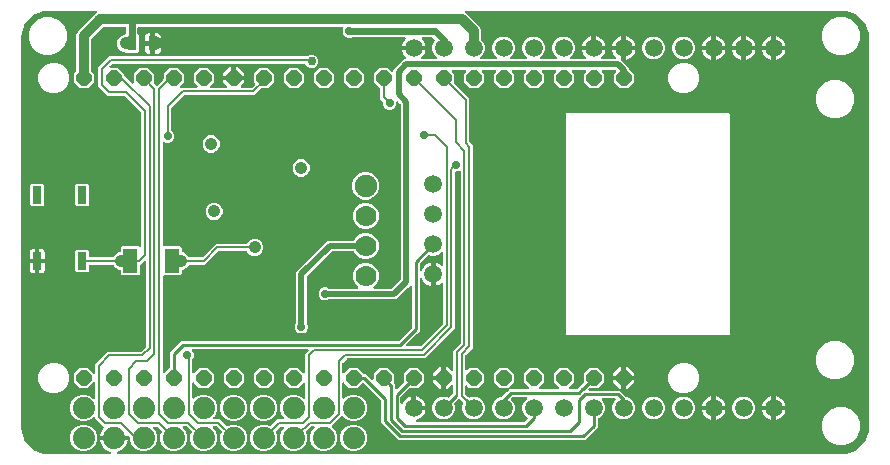
<source format=gbr>
G04 EAGLE Gerber RS-274X export*
G75*
%MOMM*%
%FSLAX34Y34*%
%LPD*%
%INBottom Copper*%
%IPPOS*%
%AMOC8*
5,1,8,0,0,1.08239X$1,22.5*%
G01*
%ADD10P,1.415766X8X292.500000*%
%ADD11C,1.778000*%
%ADD12C,1.900000*%
%ADD13C,1.508000*%
%ADD14R,1.270000X2.060000*%
%ADD15R,0.800000X1.200000*%
%ADD16C,1.879600*%
%ADD17R,0.762000X1.524000*%
%ADD18C,0.706400*%
%ADD19C,1.056400*%
%ADD20C,0.254000*%
%ADD21C,0.508000*%
%ADD22C,0.200000*%
%ADD23C,0.812800*%
%ADD24C,0.609600*%
%ADD25C,0.756400*%

G36*
X702352Y3007D02*
X702352Y3007D01*
X702388Y3004D01*
X705736Y3267D01*
X705876Y3299D01*
X705966Y3313D01*
X712334Y5382D01*
X712336Y5383D01*
X712338Y5383D01*
X712370Y5399D01*
X712587Y5506D01*
X712600Y5517D01*
X712613Y5524D01*
X718029Y9460D01*
X718031Y9461D01*
X718033Y9462D01*
X718058Y9487D01*
X718232Y9656D01*
X718240Y9670D01*
X718250Y9681D01*
X722186Y15097D01*
X722187Y15099D01*
X722189Y15101D01*
X722205Y15132D01*
X722318Y15347D01*
X722321Y15363D01*
X722328Y15376D01*
X724397Y21744D01*
X724412Y21832D01*
X724412Y21833D01*
X724422Y21885D01*
X724443Y21974D01*
X724706Y25321D01*
X724704Y25363D01*
X724709Y25400D01*
X724709Y355600D01*
X724703Y355642D01*
X724706Y355678D01*
X724443Y359026D01*
X724411Y359166D01*
X724397Y359256D01*
X722328Y365624D01*
X722327Y365626D01*
X722327Y365628D01*
X722311Y365660D01*
X722204Y365877D01*
X722193Y365890D01*
X722186Y365903D01*
X718250Y371319D01*
X718249Y371321D01*
X718248Y371323D01*
X718229Y371342D01*
X718215Y371364D01*
X718149Y371424D01*
X718054Y371522D01*
X718040Y371530D01*
X718029Y371540D01*
X712613Y375476D01*
X712611Y375477D01*
X712609Y375479D01*
X712578Y375495D01*
X712363Y375608D01*
X712347Y375611D01*
X712334Y375618D01*
X705966Y377687D01*
X705825Y377712D01*
X705736Y377733D01*
X702388Y377996D01*
X702347Y377994D01*
X702310Y377999D01*
X383317Y377999D01*
X383232Y377987D01*
X383145Y377984D01*
X383093Y377967D01*
X383038Y377959D01*
X382959Y377924D01*
X382877Y377897D01*
X382831Y377866D01*
X382781Y377843D01*
X382715Y377787D01*
X382644Y377738D01*
X382609Y377695D01*
X382567Y377660D01*
X382519Y377587D01*
X382464Y377520D01*
X382443Y377470D01*
X382413Y377424D01*
X382387Y377341D01*
X382353Y377261D01*
X382346Y377207D01*
X382330Y377154D01*
X382329Y377067D01*
X382318Y376981D01*
X382327Y376927D01*
X382326Y376872D01*
X382350Y376788D01*
X382363Y376703D01*
X382387Y376653D01*
X382402Y376600D01*
X382447Y376526D01*
X382484Y376448D01*
X382521Y376407D01*
X382550Y376360D01*
X382614Y376302D01*
X382672Y376237D01*
X382715Y376211D01*
X382759Y376171D01*
X382861Y376122D01*
X382935Y376077D01*
X383165Y375981D01*
X395031Y364115D01*
X395955Y361886D01*
X395955Y354552D01*
X395968Y354456D01*
X395973Y354361D01*
X395988Y354318D01*
X395995Y354273D01*
X396034Y354185D01*
X396066Y354094D01*
X396091Y354060D01*
X396111Y354016D01*
X396194Y353918D01*
X396247Y353845D01*
X397978Y352114D01*
X399431Y348608D01*
X399431Y344812D01*
X397978Y341306D01*
X395659Y338987D01*
X395640Y338961D01*
X395615Y338940D01*
X395555Y338848D01*
X395490Y338761D01*
X395479Y338731D01*
X395461Y338704D01*
X395429Y338599D01*
X395390Y338497D01*
X395388Y338465D01*
X395378Y338434D01*
X395377Y338325D01*
X395369Y338216D01*
X395375Y338184D01*
X395375Y338152D01*
X395404Y338047D01*
X395426Y337940D01*
X395441Y337911D01*
X395450Y337880D01*
X395507Y337787D01*
X395559Y337691D01*
X395581Y337668D01*
X395598Y337640D01*
X395679Y337567D01*
X395755Y337489D01*
X395783Y337473D01*
X395807Y337451D01*
X395906Y337404D01*
X396001Y337350D01*
X396032Y337342D01*
X396061Y337328D01*
X396150Y337314D01*
X396275Y337285D01*
X396324Y337287D01*
X396366Y337281D01*
X408814Y337281D01*
X408846Y337285D01*
X408878Y337283D01*
X408985Y337305D01*
X409093Y337321D01*
X409123Y337334D01*
X409154Y337340D01*
X409251Y337392D01*
X409350Y337437D01*
X409375Y337458D01*
X409403Y337473D01*
X409482Y337549D01*
X409565Y337620D01*
X409582Y337647D01*
X409605Y337670D01*
X409659Y337765D01*
X409719Y337856D01*
X409729Y337887D01*
X409744Y337915D01*
X409770Y338021D01*
X409802Y338126D01*
X409802Y338158D01*
X409809Y338189D01*
X409804Y338299D01*
X409805Y338408D01*
X409797Y338439D01*
X409795Y338471D01*
X409759Y338574D01*
X409730Y338680D01*
X409713Y338707D01*
X409703Y338738D01*
X409649Y338811D01*
X409582Y338920D01*
X409546Y338952D01*
X409521Y338987D01*
X407202Y341306D01*
X405749Y344812D01*
X405749Y348608D01*
X407202Y352114D01*
X409886Y354798D01*
X413392Y356251D01*
X417188Y356251D01*
X420694Y354798D01*
X423378Y352114D01*
X424831Y348608D01*
X424831Y344812D01*
X423378Y341306D01*
X421059Y338987D01*
X421040Y338961D01*
X421015Y338940D01*
X420955Y338848D01*
X420890Y338761D01*
X420879Y338731D01*
X420861Y338704D01*
X420829Y338599D01*
X420790Y338497D01*
X420788Y338465D01*
X420778Y338434D01*
X420777Y338325D01*
X420769Y338216D01*
X420775Y338184D01*
X420775Y338152D01*
X420804Y338047D01*
X420826Y337940D01*
X420841Y337911D01*
X420850Y337880D01*
X420907Y337787D01*
X420959Y337691D01*
X420981Y337668D01*
X420998Y337640D01*
X421079Y337567D01*
X421155Y337489D01*
X421183Y337473D01*
X421207Y337451D01*
X421306Y337404D01*
X421401Y337350D01*
X421432Y337342D01*
X421461Y337328D01*
X421550Y337314D01*
X421675Y337285D01*
X421724Y337287D01*
X421766Y337281D01*
X434214Y337281D01*
X434246Y337285D01*
X434278Y337283D01*
X434385Y337305D01*
X434493Y337321D01*
X434523Y337334D01*
X434554Y337340D01*
X434651Y337392D01*
X434750Y337437D01*
X434775Y337458D01*
X434803Y337473D01*
X434882Y337549D01*
X434965Y337620D01*
X434982Y337647D01*
X435005Y337670D01*
X435059Y337765D01*
X435119Y337856D01*
X435129Y337887D01*
X435144Y337915D01*
X435170Y338021D01*
X435202Y338126D01*
X435202Y338158D01*
X435209Y338189D01*
X435204Y338299D01*
X435205Y338408D01*
X435197Y338439D01*
X435195Y338471D01*
X435159Y338574D01*
X435130Y338680D01*
X435113Y338707D01*
X435103Y338738D01*
X435049Y338811D01*
X434982Y338920D01*
X434946Y338952D01*
X434921Y338987D01*
X432602Y341306D01*
X431149Y344812D01*
X431149Y348608D01*
X432602Y352114D01*
X435286Y354798D01*
X438792Y356251D01*
X442588Y356251D01*
X446094Y354798D01*
X448778Y352114D01*
X450231Y348608D01*
X450231Y344812D01*
X448778Y341306D01*
X446459Y338987D01*
X446440Y338961D01*
X446415Y338940D01*
X446355Y338848D01*
X446290Y338761D01*
X446279Y338731D01*
X446261Y338704D01*
X446229Y338599D01*
X446190Y338497D01*
X446188Y338465D01*
X446178Y338434D01*
X446177Y338325D01*
X446169Y338216D01*
X446175Y338184D01*
X446175Y338152D01*
X446204Y338047D01*
X446226Y337940D01*
X446241Y337911D01*
X446250Y337880D01*
X446307Y337787D01*
X446359Y337691D01*
X446381Y337668D01*
X446398Y337640D01*
X446479Y337567D01*
X446555Y337489D01*
X446583Y337473D01*
X446607Y337451D01*
X446706Y337404D01*
X446801Y337350D01*
X446832Y337342D01*
X446861Y337328D01*
X446950Y337314D01*
X447075Y337285D01*
X447124Y337287D01*
X447166Y337281D01*
X459614Y337281D01*
X459646Y337285D01*
X459678Y337283D01*
X459785Y337305D01*
X459893Y337321D01*
X459923Y337334D01*
X459954Y337340D01*
X460051Y337392D01*
X460150Y337437D01*
X460175Y337458D01*
X460203Y337473D01*
X460282Y337549D01*
X460365Y337620D01*
X460382Y337647D01*
X460405Y337670D01*
X460459Y337765D01*
X460519Y337856D01*
X460529Y337887D01*
X460544Y337915D01*
X460570Y338021D01*
X460602Y338126D01*
X460602Y338158D01*
X460609Y338189D01*
X460604Y338299D01*
X460605Y338408D01*
X460597Y338439D01*
X460595Y338471D01*
X460559Y338574D01*
X460530Y338680D01*
X460513Y338707D01*
X460503Y338738D01*
X460449Y338811D01*
X460382Y338920D01*
X460346Y338952D01*
X460321Y338987D01*
X458002Y341306D01*
X456549Y344812D01*
X456549Y348608D01*
X458002Y352114D01*
X460686Y354798D01*
X464192Y356251D01*
X467988Y356251D01*
X471494Y354798D01*
X474178Y352114D01*
X475631Y348608D01*
X475631Y344812D01*
X474178Y341306D01*
X471859Y338987D01*
X471840Y338961D01*
X471815Y338940D01*
X471755Y338848D01*
X471690Y338761D01*
X471679Y338731D01*
X471661Y338704D01*
X471629Y338599D01*
X471590Y338497D01*
X471588Y338465D01*
X471578Y338434D01*
X471577Y338325D01*
X471569Y338216D01*
X471575Y338184D01*
X471575Y338152D01*
X471604Y338047D01*
X471626Y337940D01*
X471641Y337911D01*
X471650Y337880D01*
X471707Y337787D01*
X471759Y337691D01*
X471781Y337668D01*
X471798Y337640D01*
X471879Y337567D01*
X471955Y337489D01*
X471983Y337473D01*
X472007Y337451D01*
X472106Y337404D01*
X472201Y337350D01*
X472232Y337342D01*
X472261Y337328D01*
X472350Y337314D01*
X472475Y337285D01*
X472524Y337287D01*
X472566Y337281D01*
X484251Y337281D01*
X484283Y337285D01*
X484315Y337283D01*
X484422Y337305D01*
X484530Y337321D01*
X484559Y337334D01*
X484591Y337340D01*
X484687Y337392D01*
X484787Y337437D01*
X484811Y337458D01*
X484840Y337473D01*
X484918Y337549D01*
X485001Y337620D01*
X485019Y337647D01*
X485042Y337670D01*
X485096Y337765D01*
X485155Y337856D01*
X485165Y337887D01*
X485181Y337915D01*
X485206Y338021D01*
X485238Y338126D01*
X485238Y338158D01*
X485246Y338189D01*
X485240Y338299D01*
X485242Y338408D01*
X485233Y338439D01*
X485231Y338471D01*
X485196Y338574D01*
X485166Y338680D01*
X485149Y338707D01*
X485139Y338738D01*
X485086Y338811D01*
X485018Y338920D01*
X484982Y338952D01*
X484957Y338987D01*
X483801Y340143D01*
X482868Y341426D01*
X482148Y342840D01*
X481657Y344349D01*
X481600Y344711D01*
X490490Y344711D01*
X490553Y344720D01*
X490618Y344719D01*
X490692Y344740D01*
X490769Y344751D01*
X490828Y344777D01*
X490890Y344794D01*
X490956Y344835D01*
X491026Y344867D01*
X491075Y344909D01*
X491130Y344942D01*
X491181Y345000D01*
X491240Y345050D01*
X491276Y345104D01*
X491319Y345152D01*
X491352Y345221D01*
X491395Y345286D01*
X491414Y345348D01*
X491442Y345405D01*
X491452Y345475D01*
X491477Y345556D01*
X491478Y345641D01*
X491489Y345710D01*
X491489Y346711D01*
X491491Y346711D01*
X491491Y345710D01*
X491500Y345649D01*
X491499Y345616D01*
X491500Y345614D01*
X491499Y345582D01*
X491520Y345507D01*
X491531Y345431D01*
X491557Y345372D01*
X491574Y345310D01*
X491615Y345244D01*
X491647Y345174D01*
X491689Y345125D01*
X491722Y345070D01*
X491780Y345018D01*
X491830Y344960D01*
X491884Y344924D01*
X491932Y344881D01*
X492001Y344848D01*
X492066Y344805D01*
X492128Y344786D01*
X492186Y344758D01*
X492255Y344747D01*
X492336Y344723D01*
X492421Y344722D01*
X492490Y344711D01*
X501380Y344711D01*
X501323Y344349D01*
X500832Y342840D01*
X500112Y341426D01*
X499179Y340143D01*
X498023Y338987D01*
X498003Y338961D01*
X497979Y338940D01*
X497919Y338848D01*
X497854Y338761D01*
X497842Y338731D01*
X497825Y338704D01*
X497793Y338599D01*
X497754Y338497D01*
X497752Y338465D01*
X497742Y338434D01*
X497741Y338325D01*
X497732Y338216D01*
X497739Y338184D01*
X497738Y338152D01*
X497768Y338047D01*
X497790Y337940D01*
X497805Y337911D01*
X497814Y337880D01*
X497871Y337787D01*
X497922Y337691D01*
X497945Y337668D01*
X497962Y337640D01*
X498043Y337567D01*
X498119Y337489D01*
X498147Y337473D01*
X498171Y337451D01*
X498269Y337404D01*
X498364Y337350D01*
X498396Y337342D01*
X498425Y337328D01*
X498514Y337314D01*
X498639Y337285D01*
X498687Y337287D01*
X498729Y337281D01*
X509651Y337281D01*
X509683Y337285D01*
X509715Y337283D01*
X509822Y337305D01*
X509930Y337321D01*
X509959Y337334D01*
X509991Y337340D01*
X510087Y337392D01*
X510187Y337437D01*
X510211Y337458D01*
X510240Y337473D01*
X510318Y337549D01*
X510401Y337620D01*
X510419Y337647D01*
X510442Y337670D01*
X510496Y337765D01*
X510555Y337856D01*
X510565Y337887D01*
X510581Y337915D01*
X510606Y338021D01*
X510638Y338126D01*
X510638Y338158D01*
X510646Y338189D01*
X510640Y338299D01*
X510642Y338408D01*
X510633Y338439D01*
X510631Y338471D01*
X510596Y338574D01*
X510566Y338680D01*
X510549Y338707D01*
X510539Y338738D01*
X510486Y338811D01*
X510418Y338920D01*
X510382Y338952D01*
X510357Y338987D01*
X509201Y340143D01*
X508268Y341426D01*
X507548Y342840D01*
X507057Y344349D01*
X507000Y344711D01*
X514891Y344711D01*
X514891Y336495D01*
X514904Y336400D01*
X514909Y336304D01*
X514924Y336260D01*
X514931Y336215D01*
X514970Y336128D01*
X515002Y336037D01*
X515027Y336003D01*
X515047Y335959D01*
X515130Y335861D01*
X515183Y335788D01*
X521431Y329541D01*
X521431Y329262D01*
X521444Y329167D01*
X521449Y329070D01*
X521464Y329027D01*
X521471Y328982D01*
X521510Y328895D01*
X521542Y328804D01*
X521567Y328770D01*
X521587Y328725D01*
X521670Y328628D01*
X521723Y328555D01*
X525431Y324848D01*
X525431Y317772D01*
X520428Y312769D01*
X513352Y312769D01*
X508349Y317772D01*
X508349Y324848D01*
X509995Y326493D01*
X510014Y326519D01*
X510039Y326540D01*
X510099Y326632D01*
X510164Y326719D01*
X510176Y326749D01*
X510193Y326776D01*
X510225Y326881D01*
X510264Y326983D01*
X510266Y327015D01*
X510276Y327046D01*
X510277Y327155D01*
X510286Y327264D01*
X510279Y327296D01*
X510280Y327328D01*
X510250Y327433D01*
X510228Y327540D01*
X510213Y327569D01*
X510204Y327600D01*
X510147Y327693D01*
X510096Y327789D01*
X510073Y327812D01*
X510056Y327840D01*
X509975Y327913D01*
X509899Y327991D01*
X509871Y328007D01*
X509847Y328029D01*
X509749Y328076D01*
X509653Y328130D01*
X509622Y328138D01*
X509593Y328152D01*
X509504Y328166D01*
X509379Y328195D01*
X509331Y328193D01*
X509288Y328199D01*
X499092Y328199D01*
X499060Y328195D01*
X499027Y328197D01*
X498921Y328175D01*
X498812Y328159D01*
X498783Y328146D01*
X498751Y328140D01*
X498655Y328088D01*
X498555Y328043D01*
X498531Y328022D01*
X498502Y328007D01*
X498424Y327931D01*
X498341Y327860D01*
X498323Y327833D01*
X498300Y327810D01*
X498247Y327715D01*
X498187Y327624D01*
X498177Y327593D01*
X498161Y327565D01*
X498136Y327459D01*
X498104Y327354D01*
X498104Y327322D01*
X498096Y327291D01*
X498102Y327181D01*
X498100Y327072D01*
X498109Y327041D01*
X498111Y327009D01*
X498146Y326906D01*
X498176Y326800D01*
X498193Y326773D01*
X498203Y326742D01*
X498257Y326669D01*
X498324Y326560D01*
X498360Y326528D01*
X498385Y326493D01*
X500031Y324848D01*
X500031Y317772D01*
X495028Y312769D01*
X487952Y312769D01*
X482949Y317772D01*
X482949Y324848D01*
X484595Y326493D01*
X484614Y326519D01*
X484639Y326540D01*
X484699Y326632D01*
X484764Y326719D01*
X484776Y326749D01*
X484793Y326776D01*
X484825Y326881D01*
X484864Y326983D01*
X484866Y327015D01*
X484876Y327046D01*
X484877Y327155D01*
X484886Y327264D01*
X484879Y327296D01*
X484880Y327328D01*
X484850Y327433D01*
X484828Y327540D01*
X484813Y327569D01*
X484804Y327600D01*
X484747Y327693D01*
X484696Y327789D01*
X484673Y327812D01*
X484656Y327840D01*
X484575Y327913D01*
X484499Y327991D01*
X484471Y328007D01*
X484447Y328029D01*
X484349Y328076D01*
X484253Y328130D01*
X484222Y328138D01*
X484193Y328152D01*
X484104Y328166D01*
X483979Y328195D01*
X483931Y328193D01*
X483888Y328199D01*
X473692Y328199D01*
X473660Y328195D01*
X473627Y328197D01*
X473521Y328175D01*
X473412Y328159D01*
X473383Y328146D01*
X473351Y328140D01*
X473255Y328088D01*
X473155Y328043D01*
X473131Y328022D01*
X473102Y328007D01*
X473024Y327931D01*
X472941Y327860D01*
X472923Y327833D01*
X472900Y327810D01*
X472847Y327715D01*
X472787Y327624D01*
X472777Y327593D01*
X472761Y327565D01*
X472736Y327459D01*
X472704Y327354D01*
X472704Y327322D01*
X472696Y327291D01*
X472702Y327181D01*
X472700Y327072D01*
X472709Y327041D01*
X472711Y327009D01*
X472746Y326906D01*
X472776Y326800D01*
X472793Y326773D01*
X472803Y326742D01*
X472857Y326669D01*
X472924Y326560D01*
X472960Y326528D01*
X472985Y326493D01*
X474631Y324848D01*
X474631Y317772D01*
X469628Y312769D01*
X462552Y312769D01*
X457549Y317772D01*
X457549Y324848D01*
X459195Y326493D01*
X459214Y326519D01*
X459239Y326540D01*
X459299Y326632D01*
X459364Y326719D01*
X459376Y326749D01*
X459393Y326776D01*
X459425Y326881D01*
X459464Y326983D01*
X459466Y327015D01*
X459476Y327046D01*
X459477Y327155D01*
X459486Y327264D01*
X459479Y327296D01*
X459480Y327328D01*
X459450Y327433D01*
X459428Y327540D01*
X459413Y327569D01*
X459404Y327600D01*
X459347Y327693D01*
X459296Y327789D01*
X459273Y327812D01*
X459256Y327840D01*
X459175Y327913D01*
X459099Y327991D01*
X459071Y328007D01*
X459047Y328029D01*
X458949Y328076D01*
X458853Y328130D01*
X458822Y328138D01*
X458793Y328152D01*
X458704Y328166D01*
X458579Y328195D01*
X458531Y328193D01*
X458488Y328199D01*
X448292Y328199D01*
X448260Y328195D01*
X448227Y328197D01*
X448121Y328175D01*
X448012Y328159D01*
X447983Y328146D01*
X447951Y328140D01*
X447855Y328088D01*
X447755Y328043D01*
X447731Y328022D01*
X447702Y328007D01*
X447624Y327931D01*
X447541Y327860D01*
X447523Y327833D01*
X447500Y327810D01*
X447447Y327715D01*
X447387Y327624D01*
X447377Y327593D01*
X447361Y327565D01*
X447336Y327459D01*
X447304Y327354D01*
X447304Y327322D01*
X447296Y327291D01*
X447302Y327181D01*
X447300Y327072D01*
X447309Y327041D01*
X447311Y327009D01*
X447346Y326906D01*
X447376Y326800D01*
X447393Y326773D01*
X447403Y326742D01*
X447457Y326669D01*
X447524Y326560D01*
X447560Y326528D01*
X447585Y326493D01*
X449231Y324848D01*
X449231Y317772D01*
X444228Y312769D01*
X437152Y312769D01*
X432149Y317772D01*
X432149Y324848D01*
X433795Y326493D01*
X433814Y326519D01*
X433839Y326540D01*
X433899Y326632D01*
X433964Y326719D01*
X433976Y326749D01*
X433993Y326776D01*
X434025Y326881D01*
X434064Y326983D01*
X434066Y327015D01*
X434076Y327046D01*
X434077Y327155D01*
X434086Y327264D01*
X434079Y327296D01*
X434080Y327328D01*
X434050Y327433D01*
X434028Y327540D01*
X434013Y327569D01*
X434004Y327600D01*
X433947Y327693D01*
X433896Y327789D01*
X433873Y327812D01*
X433856Y327840D01*
X433775Y327913D01*
X433699Y327991D01*
X433671Y328007D01*
X433647Y328029D01*
X433549Y328076D01*
X433453Y328130D01*
X433422Y328138D01*
X433393Y328152D01*
X433304Y328166D01*
X433179Y328195D01*
X433131Y328193D01*
X433088Y328199D01*
X422892Y328199D01*
X422860Y328195D01*
X422827Y328197D01*
X422721Y328175D01*
X422612Y328159D01*
X422583Y328146D01*
X422551Y328140D01*
X422455Y328088D01*
X422355Y328043D01*
X422331Y328022D01*
X422302Y328007D01*
X422224Y327931D01*
X422141Y327860D01*
X422123Y327833D01*
X422100Y327810D01*
X422047Y327715D01*
X421987Y327624D01*
X421977Y327593D01*
X421961Y327565D01*
X421936Y327459D01*
X421904Y327354D01*
X421904Y327322D01*
X421896Y327291D01*
X421902Y327181D01*
X421900Y327072D01*
X421909Y327041D01*
X421911Y327009D01*
X421946Y326906D01*
X421976Y326800D01*
X421993Y326773D01*
X422003Y326742D01*
X422057Y326669D01*
X422124Y326560D01*
X422160Y326528D01*
X422185Y326493D01*
X423831Y324848D01*
X423831Y317772D01*
X418828Y312769D01*
X411752Y312769D01*
X406749Y317772D01*
X406749Y324848D01*
X408395Y326493D01*
X408414Y326519D01*
X408439Y326540D01*
X408499Y326632D01*
X408564Y326719D01*
X408576Y326749D01*
X408593Y326776D01*
X408625Y326881D01*
X408664Y326983D01*
X408666Y327015D01*
X408676Y327046D01*
X408677Y327155D01*
X408686Y327264D01*
X408679Y327296D01*
X408680Y327328D01*
X408650Y327433D01*
X408628Y327540D01*
X408613Y327569D01*
X408604Y327600D01*
X408547Y327693D01*
X408496Y327789D01*
X408473Y327812D01*
X408456Y327840D01*
X408375Y327913D01*
X408299Y327991D01*
X408271Y328007D01*
X408247Y328029D01*
X408149Y328076D01*
X408053Y328130D01*
X408022Y328138D01*
X407993Y328152D01*
X407904Y328166D01*
X407779Y328195D01*
X407731Y328193D01*
X407688Y328199D01*
X397492Y328199D01*
X397460Y328195D01*
X397427Y328197D01*
X397321Y328175D01*
X397212Y328159D01*
X397183Y328146D01*
X397151Y328140D01*
X397055Y328088D01*
X396955Y328043D01*
X396931Y328022D01*
X396902Y328007D01*
X396824Y327931D01*
X396741Y327860D01*
X396723Y327833D01*
X396700Y327810D01*
X396647Y327715D01*
X396587Y327624D01*
X396577Y327593D01*
X396561Y327565D01*
X396536Y327459D01*
X396504Y327354D01*
X396504Y327322D01*
X396496Y327291D01*
X396502Y327181D01*
X396500Y327072D01*
X396509Y327041D01*
X396511Y327009D01*
X396546Y326906D01*
X396576Y326800D01*
X396593Y326773D01*
X396603Y326742D01*
X396657Y326669D01*
X396724Y326560D01*
X396760Y326528D01*
X396785Y326493D01*
X398431Y324848D01*
X398431Y317772D01*
X393428Y312769D01*
X386352Y312769D01*
X381349Y317772D01*
X381349Y324848D01*
X382995Y326493D01*
X383014Y326519D01*
X383039Y326540D01*
X383099Y326632D01*
X383164Y326719D01*
X383176Y326749D01*
X383193Y326776D01*
X383225Y326881D01*
X383264Y326983D01*
X383266Y327015D01*
X383276Y327046D01*
X383277Y327155D01*
X383286Y327264D01*
X383279Y327296D01*
X383280Y327328D01*
X383250Y327433D01*
X383228Y327540D01*
X383213Y327569D01*
X383204Y327600D01*
X383147Y327693D01*
X383096Y327789D01*
X383073Y327812D01*
X383056Y327840D01*
X382975Y327913D01*
X382899Y327991D01*
X382871Y328007D01*
X382847Y328029D01*
X382749Y328076D01*
X382653Y328130D01*
X382622Y328138D01*
X382593Y328152D01*
X382504Y328166D01*
X382379Y328195D01*
X382331Y328193D01*
X382288Y328199D01*
X372092Y328199D01*
X372060Y328195D01*
X372027Y328197D01*
X371921Y328175D01*
X371812Y328159D01*
X371783Y328146D01*
X371751Y328140D01*
X371655Y328088D01*
X371555Y328043D01*
X371531Y328022D01*
X371502Y328007D01*
X371424Y327931D01*
X371341Y327860D01*
X371323Y327833D01*
X371300Y327810D01*
X371247Y327715D01*
X371187Y327624D01*
X371177Y327593D01*
X371161Y327565D01*
X371136Y327459D01*
X371104Y327354D01*
X371104Y327322D01*
X371096Y327291D01*
X371102Y327181D01*
X371100Y327072D01*
X371109Y327041D01*
X371111Y327009D01*
X371146Y326906D01*
X371176Y326800D01*
X371193Y326773D01*
X371203Y326742D01*
X371257Y326669D01*
X371324Y326560D01*
X371360Y326528D01*
X371385Y326493D01*
X373031Y324848D01*
X373031Y317427D01*
X373044Y317332D01*
X373049Y317236D01*
X373064Y317193D01*
X373071Y317148D01*
X373110Y317060D01*
X373142Y316969D01*
X373167Y316935D01*
X373187Y316891D01*
X373270Y316793D01*
X373323Y316720D01*
X386001Y304043D01*
X386001Y267627D01*
X386014Y267532D01*
X386019Y267436D01*
X386034Y267393D01*
X386041Y267348D01*
X386080Y267260D01*
X386112Y267169D01*
X386137Y267135D01*
X386157Y267091D01*
X386240Y266993D01*
X386293Y266920D01*
X389081Y264133D01*
X389081Y92737D01*
X383023Y86680D01*
X382966Y86603D01*
X382901Y86532D01*
X382881Y86491D01*
X382854Y86454D01*
X382820Y86364D01*
X382778Y86278D01*
X382772Y86236D01*
X382755Y86190D01*
X382749Y86112D01*
X382743Y86093D01*
X382742Y86046D01*
X382731Y85973D01*
X382731Y74642D01*
X382735Y74610D01*
X382733Y74577D01*
X382755Y74471D01*
X382771Y74362D01*
X382784Y74333D01*
X382790Y74301D01*
X382842Y74205D01*
X382887Y74105D01*
X382908Y74081D01*
X382923Y74052D01*
X382999Y73974D01*
X383070Y73891D01*
X383097Y73873D01*
X383120Y73850D01*
X383215Y73797D01*
X383306Y73737D01*
X383337Y73727D01*
X383365Y73711D01*
X383471Y73686D01*
X383576Y73654D01*
X383608Y73654D01*
X383639Y73646D01*
X383749Y73652D01*
X383858Y73650D01*
X383889Y73659D01*
X383921Y73661D01*
X384024Y73696D01*
X384130Y73726D01*
X384157Y73743D01*
X384188Y73753D01*
X384261Y73807D01*
X384370Y73874D01*
X384402Y73910D01*
X384437Y73935D01*
X386352Y75851D01*
X393428Y75851D01*
X398431Y70848D01*
X398431Y63772D01*
X393428Y58769D01*
X386352Y58769D01*
X384437Y60685D01*
X384411Y60704D01*
X384390Y60729D01*
X384328Y60769D01*
X384309Y60787D01*
X384287Y60797D01*
X384211Y60854D01*
X384181Y60866D01*
X384154Y60883D01*
X384049Y60915D01*
X383947Y60954D01*
X383915Y60956D01*
X383884Y60966D01*
X383775Y60967D01*
X383666Y60976D01*
X383634Y60969D01*
X383602Y60970D01*
X383497Y60940D01*
X383390Y60918D01*
X383361Y60903D01*
X383330Y60894D01*
X383237Y60837D01*
X383141Y60786D01*
X383118Y60763D01*
X383090Y60746D01*
X383017Y60665D01*
X382939Y60589D01*
X382923Y60561D01*
X382901Y60537D01*
X382854Y60439D01*
X382800Y60343D01*
X382792Y60312D01*
X382778Y60283D01*
X382764Y60194D01*
X382753Y60146D01*
X382743Y60112D01*
X382743Y60102D01*
X382735Y60069D01*
X382737Y60021D01*
X382731Y59978D01*
X382731Y53727D01*
X382744Y53632D01*
X382749Y53536D01*
X382764Y53493D01*
X382771Y53448D01*
X382810Y53360D01*
X382842Y53269D01*
X382867Y53235D01*
X382887Y53191D01*
X382970Y53093D01*
X383023Y53020D01*
X383680Y52363D01*
X383757Y52306D01*
X383828Y52241D01*
X383869Y52221D01*
X383906Y52194D01*
X383996Y52160D01*
X384082Y52118D01*
X384124Y52112D01*
X384170Y52095D01*
X384297Y52085D01*
X384349Y52077D01*
X385386Y51039D01*
X385394Y51033D01*
X385400Y51026D01*
X385507Y50949D01*
X385612Y50870D01*
X385621Y50866D01*
X385629Y50861D01*
X385752Y50817D01*
X385876Y50770D01*
X385885Y50770D01*
X385894Y50766D01*
X386026Y50759D01*
X386157Y50748D01*
X386166Y50750D01*
X386176Y50750D01*
X386251Y50768D01*
X386433Y50806D01*
X386454Y50817D01*
X386475Y50822D01*
X387992Y51451D01*
X391788Y51451D01*
X395294Y49998D01*
X397978Y47314D01*
X399431Y43808D01*
X399431Y40012D01*
X397978Y36506D01*
X395294Y33822D01*
X391788Y32369D01*
X387992Y32369D01*
X384486Y33822D01*
X381802Y36506D01*
X380349Y40012D01*
X380349Y43808D01*
X380978Y45325D01*
X380980Y45334D01*
X380985Y45342D01*
X381015Y45471D01*
X381048Y45598D01*
X381047Y45607D01*
X381050Y45616D01*
X381043Y45749D01*
X381039Y45880D01*
X381036Y45889D01*
X381035Y45898D01*
X380992Y46023D01*
X380951Y46148D01*
X380946Y46156D01*
X380943Y46165D01*
X380897Y46227D01*
X380792Y46381D01*
X380774Y46396D01*
X380761Y46414D01*
X379724Y47450D01*
X379716Y47508D01*
X379711Y47604D01*
X379696Y47647D01*
X379689Y47692D01*
X379650Y47780D01*
X379618Y47871D01*
X379593Y47905D01*
X379573Y47949D01*
X379490Y48047D01*
X379437Y48120D01*
X378780Y48776D01*
X378780Y48777D01*
X378088Y49469D01*
X378036Y49507D01*
X377991Y49553D01*
X377924Y49592D01*
X377862Y49638D01*
X377802Y49661D01*
X377746Y49692D01*
X377670Y49710D01*
X377598Y49738D01*
X377534Y49743D01*
X377471Y49757D01*
X377394Y49753D01*
X377317Y49759D01*
X377254Y49746D01*
X377190Y49743D01*
X377117Y49718D01*
X377041Y49702D01*
X376984Y49672D01*
X376923Y49651D01*
X376867Y49609D01*
X376792Y49569D01*
X376731Y49510D01*
X376674Y49469D01*
X373619Y46414D01*
X373613Y46406D01*
X373606Y46400D01*
X373529Y46294D01*
X373450Y46188D01*
X373446Y46179D01*
X373441Y46171D01*
X373397Y46048D01*
X373350Y45924D01*
X373350Y45915D01*
X373346Y45906D01*
X373339Y45774D01*
X373328Y45643D01*
X373330Y45634D01*
X373330Y45624D01*
X373348Y45549D01*
X373386Y45367D01*
X373397Y45346D01*
X373402Y45325D01*
X374031Y43808D01*
X374031Y40012D01*
X372578Y36506D01*
X369894Y33822D01*
X366388Y32369D01*
X362592Y32369D01*
X359086Y33822D01*
X356402Y36506D01*
X354949Y40012D01*
X354949Y43808D01*
X356402Y47314D01*
X359086Y49998D01*
X362592Y51451D01*
X366388Y51451D01*
X367905Y50822D01*
X367914Y50820D01*
X367922Y50815D01*
X368051Y50785D01*
X368178Y50752D01*
X368187Y50753D01*
X368196Y50750D01*
X368329Y50757D01*
X368460Y50761D01*
X368469Y50764D01*
X368478Y50765D01*
X368603Y50808D01*
X368728Y50849D01*
X368736Y50854D01*
X368745Y50857D01*
X368807Y50903D01*
X368961Y51008D01*
X368976Y51026D01*
X368994Y51039D01*
X372437Y54482D01*
X372494Y54559D01*
X372559Y54630D01*
X372579Y54671D01*
X372606Y54708D01*
X372640Y54798D01*
X372682Y54884D01*
X372688Y54926D01*
X372705Y54972D01*
X372715Y55099D01*
X372729Y55189D01*
X372729Y60295D01*
X372725Y60327D01*
X372727Y60359D01*
X372705Y60466D01*
X372689Y60574D01*
X372676Y60603D01*
X372670Y60635D01*
X372618Y60731D01*
X372573Y60831D01*
X372552Y60855D01*
X372537Y60884D01*
X372461Y60962D01*
X372390Y61045D01*
X372363Y61063D01*
X372340Y61086D01*
X372245Y61140D01*
X372154Y61200D01*
X372123Y61209D01*
X372095Y61225D01*
X371989Y61250D01*
X371884Y61282D01*
X371852Y61283D01*
X371821Y61290D01*
X371711Y61284D01*
X371602Y61286D01*
X371571Y61277D01*
X371539Y61276D01*
X371436Y61240D01*
X371330Y61211D01*
X371303Y61194D01*
X371272Y61183D01*
X371199Y61130D01*
X371090Y61062D01*
X371058Y61026D01*
X371023Y61001D01*
X368251Y58229D01*
X366489Y58229D01*
X366489Y66310D01*
X366480Y66373D01*
X366481Y66438D01*
X366460Y66512D01*
X366449Y66589D01*
X366423Y66648D01*
X366406Y66710D01*
X366365Y66776D01*
X366333Y66846D01*
X366291Y66895D01*
X366258Y66950D01*
X366200Y67001D01*
X366150Y67060D01*
X366096Y67096D01*
X366048Y67139D01*
X365979Y67172D01*
X365914Y67215D01*
X365852Y67234D01*
X365795Y67262D01*
X365725Y67272D01*
X365644Y67297D01*
X365559Y67298D01*
X365490Y67309D01*
X364489Y67309D01*
X364489Y67311D01*
X365490Y67311D01*
X365554Y67320D01*
X365618Y67319D01*
X365693Y67340D01*
X365769Y67351D01*
X365828Y67377D01*
X365890Y67394D01*
X365956Y67435D01*
X366026Y67467D01*
X366075Y67509D01*
X366130Y67542D01*
X366182Y67600D01*
X366240Y67650D01*
X366276Y67704D01*
X366319Y67752D01*
X366352Y67821D01*
X366395Y67886D01*
X366414Y67948D01*
X366442Y68006D01*
X366452Y68075D01*
X366477Y68156D01*
X366478Y68241D01*
X366489Y68310D01*
X366489Y76391D01*
X368251Y76391D01*
X371023Y73619D01*
X371049Y73599D01*
X371070Y73575D01*
X371162Y73515D01*
X371249Y73449D01*
X371279Y73438D01*
X371306Y73420D01*
X371411Y73388D01*
X371513Y73350D01*
X371545Y73347D01*
X371576Y73338D01*
X371685Y73336D01*
X371794Y73328D01*
X371826Y73335D01*
X371858Y73334D01*
X371963Y73363D01*
X372070Y73386D01*
X372099Y73401D01*
X372130Y73409D01*
X372223Y73467D01*
X372319Y73518D01*
X372342Y73541D01*
X372370Y73558D01*
X372443Y73639D01*
X372521Y73715D01*
X372537Y73743D01*
X372559Y73767D01*
X372606Y73865D01*
X372660Y73960D01*
X372668Y73992D01*
X372682Y74021D01*
X372696Y74110D01*
X372725Y74235D01*
X372723Y74283D01*
X372729Y74325D01*
X372729Y90530D01*
X378787Y96587D01*
X378844Y96664D01*
X378909Y96735D01*
X378929Y96776D01*
X378956Y96813D01*
X378990Y96903D01*
X379032Y96989D01*
X379038Y97031D01*
X379055Y97077D01*
X379065Y97204D01*
X379079Y97294D01*
X379079Y242001D01*
X379063Y242118D01*
X379051Y242236D01*
X379043Y242257D01*
X379039Y242280D01*
X378991Y242388D01*
X378947Y242498D01*
X378933Y242516D01*
X378923Y242537D01*
X378846Y242627D01*
X378773Y242720D01*
X378755Y242734D01*
X378740Y242751D01*
X378640Y242816D01*
X378544Y242885D01*
X378523Y242893D01*
X378504Y242906D01*
X378390Y242940D01*
X378279Y242980D01*
X378256Y242981D01*
X378234Y242988D01*
X378116Y242989D01*
X377997Y242996D01*
X377976Y242991D01*
X377952Y242992D01*
X377773Y242942D01*
X377698Y242924D01*
X375751Y242117D01*
X375030Y242117D01*
X374966Y242108D01*
X374902Y242109D01*
X374827Y242088D01*
X374751Y242077D01*
X374692Y242051D01*
X374630Y242034D01*
X374564Y241993D01*
X374494Y241961D01*
X374445Y241919D01*
X374390Y241886D01*
X374338Y241828D01*
X374280Y241778D01*
X374244Y241724D01*
X374201Y241676D01*
X374168Y241607D01*
X374125Y241542D01*
X374106Y241480D01*
X374078Y241423D01*
X374067Y241353D01*
X374043Y241272D01*
X374042Y241187D01*
X374031Y241118D01*
X374031Y109171D01*
X348839Y83979D01*
X282947Y83979D01*
X282852Y83966D01*
X282756Y83961D01*
X282713Y83946D01*
X282668Y83939D01*
X282580Y83900D01*
X282489Y83868D01*
X282455Y83843D01*
X282411Y83823D01*
X282313Y83740D01*
X282240Y83687D01*
X278883Y80330D01*
X278826Y80253D01*
X278761Y80182D01*
X278741Y80141D01*
X278714Y80104D01*
X278680Y80014D01*
X278638Y79928D01*
X278632Y79886D01*
X278615Y79840D01*
X278605Y79713D01*
X278591Y79623D01*
X278591Y72102D01*
X278595Y72070D01*
X278593Y72037D01*
X278615Y71931D01*
X278631Y71822D01*
X278644Y71793D01*
X278650Y71761D01*
X278702Y71665D01*
X278747Y71565D01*
X278768Y71541D01*
X278783Y71512D01*
X278859Y71434D01*
X278930Y71351D01*
X278957Y71333D01*
X278980Y71310D01*
X279075Y71257D01*
X279166Y71197D01*
X279197Y71187D01*
X279225Y71171D01*
X279332Y71146D01*
X279436Y71114D01*
X279468Y71114D01*
X279499Y71106D01*
X279609Y71112D01*
X279718Y71110D01*
X279749Y71119D01*
X279781Y71121D01*
X279884Y71157D01*
X279990Y71186D01*
X280017Y71203D01*
X280048Y71213D01*
X280121Y71267D01*
X280230Y71334D01*
X280262Y71370D01*
X280297Y71395D01*
X284752Y75851D01*
X291828Y75851D01*
X296805Y70873D01*
X296882Y70816D01*
X296953Y70751D01*
X296994Y70731D01*
X297031Y70704D01*
X297121Y70670D01*
X297207Y70628D01*
X297249Y70622D01*
X297294Y70605D01*
X297422Y70595D01*
X297512Y70581D01*
X298535Y70581D01*
X300743Y68372D01*
X303443Y65672D01*
X303469Y65653D01*
X303490Y65628D01*
X303582Y65568D01*
X303669Y65503D01*
X303699Y65491D01*
X303726Y65474D01*
X303831Y65442D01*
X303933Y65403D01*
X303965Y65401D01*
X303996Y65391D01*
X304105Y65390D01*
X304214Y65381D01*
X304246Y65388D01*
X304278Y65388D01*
X304383Y65417D01*
X304490Y65439D01*
X304519Y65454D01*
X304550Y65463D01*
X304643Y65520D01*
X304739Y65572D01*
X304762Y65594D01*
X304790Y65611D01*
X304863Y65692D01*
X304941Y65768D01*
X304957Y65796D01*
X304979Y65820D01*
X305026Y65919D01*
X305080Y66014D01*
X305088Y66045D01*
X305102Y66074D01*
X305116Y66163D01*
X305145Y66288D01*
X305143Y66337D01*
X305149Y66379D01*
X305149Y70848D01*
X310152Y75851D01*
X317228Y75851D01*
X322231Y70848D01*
X322231Y63809D01*
X322244Y63714D01*
X322249Y63618D01*
X322264Y63575D01*
X322271Y63529D01*
X322310Y63442D01*
X322342Y63351D01*
X322367Y63317D01*
X322387Y63273D01*
X322470Y63175D01*
X322523Y63102D01*
X323346Y62280D01*
X323346Y58604D01*
X323351Y58572D01*
X323348Y58540D01*
X323370Y58433D01*
X323386Y58325D01*
X323399Y58295D01*
X323406Y58264D01*
X323457Y58167D01*
X323502Y58068D01*
X323523Y58043D01*
X323538Y58015D01*
X323614Y57937D01*
X323685Y57853D01*
X323712Y57836D01*
X323735Y57813D01*
X323830Y57759D01*
X323921Y57699D01*
X323952Y57690D01*
X323980Y57674D01*
X324087Y57648D01*
X324191Y57617D01*
X324223Y57616D01*
X324255Y57609D01*
X324364Y57614D01*
X324473Y57613D01*
X324504Y57621D01*
X324536Y57623D01*
X324640Y57659D01*
X324745Y57688D01*
X324772Y57705D01*
X324803Y57716D01*
X324876Y57769D01*
X324985Y57836D01*
X325017Y57872D01*
X325052Y57897D01*
X330257Y63102D01*
X330314Y63179D01*
X330379Y63250D01*
X330399Y63291D01*
X330426Y63328D01*
X330460Y63418D01*
X330502Y63504D01*
X330508Y63546D01*
X330525Y63592D01*
X330535Y63719D01*
X330549Y63809D01*
X330549Y70848D01*
X335552Y75851D01*
X342628Y75851D01*
X347631Y70848D01*
X347631Y63772D01*
X342628Y58769D01*
X335589Y58769D01*
X335494Y58756D01*
X335398Y58751D01*
X335354Y58736D01*
X335309Y58729D01*
X335222Y58690D01*
X335131Y58658D01*
X335097Y58633D01*
X335053Y58613D01*
X334955Y58530D01*
X334882Y58477D01*
X328179Y51773D01*
X328121Y51696D01*
X328057Y51625D01*
X328037Y51584D01*
X328009Y51548D01*
X327975Y51458D01*
X327934Y51371D01*
X327927Y51329D01*
X327910Y51284D01*
X327900Y51156D01*
X327886Y51067D01*
X327886Y46288D01*
X327893Y46241D01*
X327891Y46193D01*
X327913Y46102D01*
X327926Y46009D01*
X327945Y45965D01*
X327957Y45919D01*
X328003Y45837D01*
X328042Y45752D01*
X328073Y45715D01*
X328097Y45674D01*
X328164Y45609D01*
X328225Y45537D01*
X328265Y45511D01*
X328300Y45478D01*
X328383Y45434D01*
X328461Y45383D01*
X328507Y45369D01*
X328549Y45347D01*
X328641Y45328D01*
X328731Y45301D01*
X328779Y45300D01*
X328826Y45290D01*
X328919Y45298D01*
X329013Y45297D01*
X329059Y45310D01*
X329107Y45313D01*
X329194Y45347D01*
X329285Y45372D01*
X329326Y45397D01*
X329370Y45414D01*
X329445Y45471D01*
X329525Y45520D01*
X329557Y45556D01*
X329595Y45584D01*
X329643Y45651D01*
X329714Y45729D01*
X329743Y45789D01*
X329776Y45834D01*
X330468Y47193D01*
X331401Y48477D01*
X332523Y49599D01*
X333806Y50532D01*
X335220Y51252D01*
X336729Y51743D01*
X337091Y51800D01*
X337091Y42910D01*
X337099Y42852D01*
X337099Y42843D01*
X337100Y42840D01*
X337099Y42782D01*
X337120Y42708D01*
X337131Y42631D01*
X337157Y42572D01*
X337174Y42510D01*
X337215Y42444D01*
X337247Y42374D01*
X337289Y42325D01*
X337322Y42270D01*
X337380Y42219D01*
X337430Y42160D01*
X337484Y42124D01*
X337532Y42081D01*
X337601Y42048D01*
X337666Y42005D01*
X337728Y41986D01*
X337785Y41958D01*
X337855Y41948D01*
X337936Y41923D01*
X338021Y41922D01*
X338090Y41911D01*
X339091Y41911D01*
X339091Y40910D01*
X339099Y40852D01*
X339099Y40844D01*
X339100Y40841D01*
X339099Y40782D01*
X339120Y40707D01*
X339131Y40631D01*
X339157Y40572D01*
X339174Y40510D01*
X339215Y40444D01*
X339247Y40374D01*
X339289Y40325D01*
X339322Y40270D01*
X339380Y40218D01*
X339430Y40160D01*
X339484Y40124D01*
X339532Y40081D01*
X339601Y40048D01*
X339666Y40005D01*
X339728Y39986D01*
X339786Y39958D01*
X339855Y39947D01*
X339936Y39923D01*
X340021Y39922D01*
X340090Y39911D01*
X348980Y39911D01*
X348923Y39549D01*
X348432Y38040D01*
X347712Y36626D01*
X346779Y35343D01*
X345657Y34221D01*
X344374Y33288D01*
X342960Y32568D01*
X341459Y32080D01*
X341346Y32025D01*
X341232Y31973D01*
X341220Y31963D01*
X341206Y31956D01*
X341113Y31871D01*
X341018Y31790D01*
X341009Y31777D01*
X340998Y31766D01*
X340932Y31659D01*
X340863Y31554D01*
X340859Y31539D01*
X340850Y31526D01*
X340817Y31404D01*
X340781Y31284D01*
X340781Y31269D01*
X340776Y31253D01*
X340779Y31128D01*
X340777Y31002D01*
X340781Y30987D01*
X340781Y30971D01*
X340819Y30851D01*
X340852Y30730D01*
X340860Y30717D01*
X340865Y30702D01*
X340934Y30597D01*
X341000Y30490D01*
X341012Y30480D01*
X341021Y30467D01*
X341116Y30386D01*
X341210Y30301D01*
X341224Y30294D01*
X341236Y30284D01*
X341350Y30233D01*
X341463Y30178D01*
X341478Y30176D01*
X341493Y30169D01*
X341735Y30136D01*
X341768Y30131D01*
X432761Y30131D01*
X432856Y30144D01*
X432952Y30149D01*
X432996Y30164D01*
X433041Y30171D01*
X433128Y30210D01*
X433219Y30242D01*
X433253Y30267D01*
X433297Y30287D01*
X433395Y30370D01*
X433468Y30423D01*
X435369Y32325D01*
X435408Y32376D01*
X435454Y32421D01*
X435492Y32488D01*
X435539Y32550D01*
X435561Y32611D01*
X435593Y32666D01*
X435611Y32742D01*
X435638Y32814D01*
X435643Y32878D01*
X435658Y32941D01*
X435654Y33018D01*
X435660Y33096D01*
X435647Y33158D01*
X435644Y33223D01*
X435618Y33296D01*
X435602Y33372D01*
X435572Y33428D01*
X435551Y33489D01*
X435510Y33546D01*
X435470Y33621D01*
X435411Y33681D01*
X435369Y33738D01*
X432602Y36506D01*
X431149Y40012D01*
X431149Y43808D01*
X432602Y47314D01*
X434921Y49633D01*
X434940Y49659D01*
X434965Y49680D01*
X435025Y49772D01*
X435090Y49859D01*
X435101Y49889D01*
X435119Y49916D01*
X435151Y50021D01*
X435190Y50123D01*
X435192Y50155D01*
X435202Y50186D01*
X435203Y50295D01*
X435211Y50404D01*
X435205Y50436D01*
X435205Y50468D01*
X435176Y50573D01*
X435154Y50680D01*
X435139Y50709D01*
X435130Y50740D01*
X435073Y50833D01*
X435021Y50929D01*
X434999Y50952D01*
X434982Y50980D01*
X434901Y51053D01*
X434825Y51131D01*
X434797Y51147D01*
X434773Y51169D01*
X434674Y51216D01*
X434579Y51270D01*
X434548Y51278D01*
X434519Y51292D01*
X434430Y51306D01*
X434305Y51335D01*
X434256Y51333D01*
X434214Y51339D01*
X423409Y51339D01*
X423314Y51326D01*
X423218Y51321D01*
X423174Y51306D01*
X423129Y51299D01*
X423042Y51260D01*
X422951Y51228D01*
X422917Y51203D01*
X422873Y51183D01*
X422775Y51100D01*
X422702Y51047D01*
X421881Y50225D01*
X421842Y50174D01*
X421796Y50129D01*
X421758Y50062D01*
X421711Y50000D01*
X421689Y49939D01*
X421657Y49884D01*
X421639Y49808D01*
X421612Y49736D01*
X421607Y49672D01*
X421592Y49609D01*
X421596Y49532D01*
X421590Y49455D01*
X421603Y49392D01*
X421606Y49327D01*
X421632Y49254D01*
X421648Y49178D01*
X421678Y49122D01*
X421699Y49061D01*
X421740Y49004D01*
X421780Y48929D01*
X421839Y48869D01*
X421881Y48812D01*
X423378Y47314D01*
X424831Y43808D01*
X424831Y40012D01*
X423378Y36506D01*
X420694Y33822D01*
X417188Y32369D01*
X413392Y32369D01*
X409886Y33822D01*
X407202Y36506D01*
X405749Y40012D01*
X405749Y43808D01*
X407202Y47314D01*
X409886Y49998D01*
X413392Y51451D01*
X413441Y51451D01*
X413536Y51464D01*
X413632Y51469D01*
X413676Y51484D01*
X413721Y51491D01*
X413808Y51530D01*
X413899Y51562D01*
X413933Y51587D01*
X413977Y51607D01*
X414075Y51690D01*
X414148Y51743D01*
X418076Y55672D01*
X418077Y55672D01*
X419468Y57063D01*
X419487Y57089D01*
X419512Y57110D01*
X419572Y57202D01*
X419637Y57289D01*
X419649Y57319D01*
X419666Y57346D01*
X419698Y57451D01*
X419737Y57553D01*
X419739Y57585D01*
X419749Y57616D01*
X419750Y57725D01*
X419759Y57834D01*
X419752Y57866D01*
X419752Y57898D01*
X419723Y58003D01*
X419701Y58110D01*
X419686Y58139D01*
X419683Y58148D01*
X419741Y58089D01*
X419769Y58073D01*
X419793Y58051D01*
X419891Y58004D01*
X419987Y57950D01*
X420018Y57942D01*
X420047Y57928D01*
X420136Y57914D01*
X420261Y57885D01*
X420309Y57887D01*
X420352Y57881D01*
X435628Y57881D01*
X435660Y57885D01*
X435693Y57883D01*
X435799Y57905D01*
X435908Y57921D01*
X435937Y57934D01*
X435969Y57940D01*
X436065Y57992D01*
X436165Y58037D01*
X436189Y58058D01*
X436218Y58073D01*
X436296Y58149D01*
X436379Y58220D01*
X436397Y58247D01*
X436420Y58270D01*
X436473Y58365D01*
X436533Y58456D01*
X436543Y58487D01*
X436559Y58515D01*
X436584Y58622D01*
X436616Y58726D01*
X436616Y58758D01*
X436624Y58789D01*
X436618Y58899D01*
X436620Y59008D01*
X436611Y59039D01*
X436609Y59071D01*
X436573Y59174D01*
X436544Y59280D01*
X436527Y59307D01*
X436517Y59338D01*
X436463Y59411D01*
X436396Y59520D01*
X436360Y59552D01*
X436335Y59587D01*
X432149Y63772D01*
X432149Y70848D01*
X437152Y75851D01*
X444228Y75851D01*
X449231Y70848D01*
X449231Y63772D01*
X445045Y59587D01*
X445026Y59561D01*
X445001Y59540D01*
X444941Y59448D01*
X444876Y59361D01*
X444864Y59331D01*
X444847Y59304D01*
X444815Y59199D01*
X444776Y59097D01*
X444774Y59065D01*
X444764Y59034D01*
X444763Y58925D01*
X444754Y58816D01*
X444761Y58784D01*
X444760Y58752D01*
X444790Y58647D01*
X444812Y58540D01*
X444827Y58511D01*
X444836Y58480D01*
X444893Y58387D01*
X444944Y58291D01*
X444967Y58268D01*
X444984Y58240D01*
X445065Y58167D01*
X445141Y58089D01*
X445169Y58073D01*
X445193Y58051D01*
X445291Y58004D01*
X445387Y57950D01*
X445418Y57942D01*
X445447Y57928D01*
X445536Y57914D01*
X445661Y57885D01*
X445709Y57887D01*
X445752Y57881D01*
X461028Y57881D01*
X461060Y57885D01*
X461093Y57883D01*
X461199Y57905D01*
X461308Y57921D01*
X461337Y57934D01*
X461369Y57940D01*
X461465Y57992D01*
X461565Y58037D01*
X461589Y58058D01*
X461618Y58073D01*
X461696Y58149D01*
X461779Y58220D01*
X461797Y58247D01*
X461820Y58270D01*
X461873Y58365D01*
X461933Y58456D01*
X461943Y58487D01*
X461959Y58515D01*
X461984Y58622D01*
X462016Y58726D01*
X462016Y58758D01*
X462024Y58789D01*
X462018Y58899D01*
X462020Y59008D01*
X462011Y59039D01*
X462009Y59071D01*
X461973Y59174D01*
X461944Y59280D01*
X461927Y59307D01*
X461917Y59338D01*
X461863Y59411D01*
X461796Y59520D01*
X461760Y59552D01*
X461735Y59587D01*
X457549Y63772D01*
X457549Y70848D01*
X462552Y75851D01*
X469628Y75851D01*
X474631Y70848D01*
X474631Y63772D01*
X470445Y59587D01*
X470426Y59561D01*
X470401Y59540D01*
X470341Y59448D01*
X470276Y59361D01*
X470264Y59331D01*
X470247Y59304D01*
X470215Y59199D01*
X470176Y59097D01*
X470174Y59065D01*
X470164Y59034D01*
X470163Y58925D01*
X470154Y58816D01*
X470161Y58784D01*
X470160Y58752D01*
X470190Y58647D01*
X470212Y58540D01*
X470227Y58511D01*
X470236Y58480D01*
X470293Y58387D01*
X470344Y58291D01*
X470367Y58268D01*
X470384Y58240D01*
X470465Y58167D01*
X470541Y58089D01*
X470569Y58073D01*
X470593Y58051D01*
X470691Y58004D01*
X470787Y57950D01*
X470818Y57942D01*
X470847Y57928D01*
X470936Y57914D01*
X471061Y57885D01*
X471109Y57887D01*
X471152Y57881D01*
X476951Y57881D01*
X477046Y57894D01*
X477142Y57899D01*
X477185Y57914D01*
X477230Y57921D01*
X477317Y57960D01*
X477408Y57992D01*
X477443Y58017D01*
X477487Y58037D01*
X477584Y58120D01*
X477657Y58173D01*
X480744Y61260D01*
X480749Y61262D01*
X480783Y61287D01*
X480827Y61307D01*
X480925Y61390D01*
X480998Y61443D01*
X482657Y63102D01*
X482714Y63179D01*
X482779Y63250D01*
X482799Y63291D01*
X482826Y63328D01*
X482860Y63418D01*
X482902Y63504D01*
X482908Y63546D01*
X482925Y63592D01*
X482935Y63719D01*
X482949Y63809D01*
X482949Y70848D01*
X487952Y75851D01*
X495028Y75851D01*
X500031Y70848D01*
X500031Y63772D01*
X495028Y58769D01*
X487989Y58769D01*
X487894Y58756D01*
X487798Y58751D01*
X487755Y58736D01*
X487709Y58729D01*
X487622Y58690D01*
X487531Y58658D01*
X487497Y58633D01*
X487453Y58613D01*
X487355Y58530D01*
X487282Y58477D01*
X487122Y58317D01*
X487103Y58291D01*
X487078Y58270D01*
X487018Y58178D01*
X486953Y58091D01*
X486941Y58061D01*
X486924Y58034D01*
X486892Y57929D01*
X486853Y57827D01*
X486851Y57795D01*
X486841Y57764D01*
X486840Y57655D01*
X486831Y57546D01*
X486838Y57514D01*
X486838Y57482D01*
X486867Y57377D01*
X486889Y57270D01*
X486904Y57241D01*
X486913Y57210D01*
X486970Y57117D01*
X487021Y57021D01*
X487044Y56998D01*
X487061Y56970D01*
X487142Y56897D01*
X487218Y56819D01*
X487246Y56803D01*
X487270Y56781D01*
X487368Y56734D01*
X487464Y56680D01*
X487495Y56672D01*
X487524Y56658D01*
X487613Y56644D01*
X487738Y56615D01*
X487786Y56617D01*
X487829Y56611D01*
X512335Y56611D01*
X512367Y56615D01*
X512399Y56613D01*
X512506Y56635D01*
X512614Y56651D01*
X512643Y56664D01*
X512675Y56670D01*
X512771Y56722D01*
X512871Y56767D01*
X512895Y56788D01*
X512924Y56803D01*
X513002Y56879D01*
X513024Y56898D01*
X513043Y56830D01*
X513060Y56803D01*
X513070Y56772D01*
X513124Y56699D01*
X513191Y56590D01*
X513227Y56558D01*
X513252Y56523D01*
X518032Y51743D01*
X518109Y51686D01*
X518180Y51621D01*
X518221Y51601D01*
X518258Y51574D01*
X518348Y51540D01*
X518434Y51498D01*
X518476Y51492D01*
X518522Y51475D01*
X518649Y51465D01*
X518739Y51451D01*
X518788Y51451D01*
X522294Y49998D01*
X524978Y47314D01*
X526431Y43808D01*
X526431Y40012D01*
X524978Y36506D01*
X522294Y33822D01*
X518788Y32369D01*
X514992Y32369D01*
X511486Y33822D01*
X508802Y36506D01*
X507349Y40012D01*
X507349Y43808D01*
X508802Y47314D01*
X509851Y48363D01*
X509870Y48389D01*
X509895Y48410D01*
X509955Y48502D01*
X510020Y48589D01*
X510031Y48619D01*
X510049Y48646D01*
X510081Y48751D01*
X510120Y48853D01*
X510122Y48885D01*
X510132Y48916D01*
X510133Y49025D01*
X510141Y49134D01*
X510135Y49166D01*
X510135Y49198D01*
X510106Y49303D01*
X510084Y49410D01*
X510069Y49439D01*
X510060Y49470D01*
X510003Y49563D01*
X509951Y49659D01*
X509929Y49682D01*
X509912Y49710D01*
X509831Y49783D01*
X509755Y49861D01*
X509727Y49877D01*
X509703Y49899D01*
X509604Y49946D01*
X509509Y50000D01*
X509478Y50008D01*
X509449Y50022D01*
X509359Y50036D01*
X509235Y50065D01*
X509186Y50063D01*
X509144Y50069D01*
X499236Y50069D01*
X499204Y50065D01*
X499172Y50067D01*
X499065Y50045D01*
X498957Y50029D01*
X498927Y50016D01*
X498896Y50010D01*
X498799Y49958D01*
X498700Y49913D01*
X498675Y49892D01*
X498647Y49877D01*
X498568Y49801D01*
X498485Y49730D01*
X498468Y49703D01*
X498445Y49680D01*
X498391Y49585D01*
X498331Y49494D01*
X498321Y49463D01*
X498306Y49435D01*
X498280Y49329D01*
X498248Y49224D01*
X498248Y49192D01*
X498241Y49161D01*
X498246Y49051D01*
X498245Y48942D01*
X498253Y48911D01*
X498255Y48879D01*
X498291Y48776D01*
X498320Y48670D01*
X498337Y48643D01*
X498347Y48612D01*
X498401Y48539D01*
X498468Y48430D01*
X498504Y48398D01*
X498529Y48363D01*
X499578Y47314D01*
X501031Y43808D01*
X501031Y40012D01*
X499578Y36506D01*
X496894Y33822D01*
X495378Y33193D01*
X495369Y33189D01*
X495360Y33186D01*
X495248Y33117D01*
X495135Y33050D01*
X495128Y33043D01*
X495120Y33038D01*
X495032Y32940D01*
X494942Y32844D01*
X494938Y32836D01*
X494931Y32829D01*
X494874Y32710D01*
X494814Y32593D01*
X494812Y32583D01*
X494808Y32575D01*
X494796Y32499D01*
X494762Y32316D01*
X494764Y32292D01*
X494761Y32270D01*
X494761Y25315D01*
X483955Y14509D01*
X326305Y14509D01*
X311689Y29125D01*
X311689Y47761D01*
X311676Y47856D01*
X311671Y47952D01*
X311656Y47996D01*
X311649Y48041D01*
X311610Y48128D01*
X311578Y48219D01*
X311553Y48253D01*
X311533Y48297D01*
X311450Y48395D01*
X311397Y48468D01*
X297168Y62696D01*
X297117Y62735D01*
X297072Y62781D01*
X297004Y62819D01*
X296942Y62866D01*
X296882Y62888D01*
X296826Y62920D01*
X296751Y62938D01*
X296679Y62965D01*
X296615Y62970D01*
X296552Y62985D01*
X296474Y62981D01*
X296397Y62987D01*
X296335Y62974D01*
X296270Y62971D01*
X296197Y62945D01*
X296121Y62929D01*
X296065Y62899D01*
X296004Y62878D01*
X295947Y62837D01*
X295872Y62797D01*
X295812Y62738D01*
X295755Y62696D01*
X291828Y58769D01*
X284752Y58769D01*
X280297Y63225D01*
X280271Y63244D01*
X280250Y63269D01*
X280158Y63329D01*
X280071Y63394D01*
X280041Y63406D01*
X280014Y63423D01*
X279909Y63455D01*
X279807Y63494D01*
X279775Y63496D01*
X279744Y63506D01*
X279635Y63507D01*
X279526Y63516D01*
X279494Y63509D01*
X279462Y63510D01*
X279357Y63480D01*
X279250Y63458D01*
X279221Y63443D01*
X279190Y63434D01*
X279097Y63377D01*
X279001Y63326D01*
X278978Y63303D01*
X278950Y63286D01*
X278877Y63205D01*
X278799Y63129D01*
X278783Y63101D01*
X278761Y63077D01*
X278714Y62979D01*
X278660Y62883D01*
X278652Y62852D01*
X278638Y62823D01*
X278624Y62734D01*
X278595Y62609D01*
X278597Y62561D01*
X278591Y62518D01*
X278591Y50743D01*
X278595Y50711D01*
X278593Y50679D01*
X278615Y50572D01*
X278631Y50464D01*
X278644Y50435D01*
X278650Y50403D01*
X278702Y50307D01*
X278747Y50207D01*
X278768Y50183D01*
X278783Y50154D01*
X278859Y50076D01*
X278930Y49993D01*
X278957Y49975D01*
X278980Y49952D01*
X279075Y49898D01*
X279166Y49838D01*
X279197Y49829D01*
X279225Y49813D01*
X279331Y49788D01*
X279436Y49756D01*
X279468Y49756D01*
X279499Y49748D01*
X279609Y49754D01*
X279718Y49752D01*
X279749Y49761D01*
X279781Y49763D01*
X279884Y49798D01*
X279990Y49828D01*
X280017Y49844D01*
X280048Y49855D01*
X280121Y49908D01*
X280230Y49976D01*
X280262Y50012D01*
X280297Y50037D01*
X281833Y51573D01*
X286023Y53309D01*
X290557Y53309D01*
X294747Y51573D01*
X297953Y48367D01*
X299689Y44177D01*
X299689Y39643D01*
X297953Y35453D01*
X294747Y32247D01*
X290557Y30511D01*
X286023Y30511D01*
X281833Y32247D01*
X279125Y34955D01*
X279074Y34993D01*
X279029Y35039D01*
X278961Y35078D01*
X278899Y35124D01*
X278839Y35147D01*
X278783Y35178D01*
X278708Y35196D01*
X278636Y35224D01*
X278572Y35229D01*
X278509Y35243D01*
X278431Y35239D01*
X278354Y35245D01*
X278291Y35232D01*
X278227Y35229D01*
X278154Y35204D01*
X278078Y35188D01*
X278022Y35158D01*
X277961Y35136D01*
X277904Y35095D01*
X277829Y35055D01*
X277769Y34996D01*
X277712Y34955D01*
X276540Y33783D01*
X269845Y27088D01*
X269807Y27037D01*
X269761Y26992D01*
X269722Y26925D01*
X269676Y26863D01*
X269653Y26802D01*
X269622Y26747D01*
X269604Y26671D01*
X269576Y26599D01*
X269571Y26535D01*
X269557Y26472D01*
X269561Y26395D01*
X269555Y26318D01*
X269568Y26255D01*
X269571Y26190D01*
X269596Y26117D01*
X269612Y26041D01*
X269642Y25985D01*
X269664Y25924D01*
X269705Y25867D01*
X269745Y25792D01*
X269804Y25732D01*
X269845Y25675D01*
X272553Y22967D01*
X274289Y18777D01*
X274289Y14243D01*
X272553Y10053D01*
X269347Y6847D01*
X265157Y5111D01*
X260623Y5111D01*
X256433Y6847D01*
X253227Y10053D01*
X251491Y14243D01*
X251491Y18777D01*
X253227Y22967D01*
X255065Y24805D01*
X255085Y24831D01*
X255109Y24852D01*
X255169Y24944D01*
X255234Y25031D01*
X255246Y25061D01*
X255264Y25088D01*
X255296Y25193D01*
X255334Y25295D01*
X255337Y25327D01*
X255346Y25358D01*
X255347Y25467D01*
X255356Y25576D01*
X255349Y25608D01*
X255350Y25640D01*
X255320Y25745D01*
X255298Y25852D01*
X255283Y25881D01*
X255274Y25912D01*
X255217Y26005D01*
X255166Y26101D01*
X255143Y26124D01*
X255126Y26152D01*
X255045Y26225D01*
X254969Y26303D01*
X254941Y26319D01*
X254917Y26341D01*
X254819Y26388D01*
X254724Y26442D01*
X254692Y26450D01*
X254663Y26464D01*
X254574Y26478D01*
X254449Y26507D01*
X254401Y26505D01*
X254359Y26511D01*
X252726Y26511D01*
X252631Y26498D01*
X252535Y26493D01*
X252492Y26478D01*
X252447Y26471D01*
X252359Y26432D01*
X252268Y26400D01*
X252234Y26375D01*
X252190Y26355D01*
X252092Y26272D01*
X252019Y26219D01*
X248098Y22298D01*
X248093Y22290D01*
X248085Y22284D01*
X248008Y22178D01*
X247929Y22072D01*
X247926Y22063D01*
X247920Y22056D01*
X247876Y21932D01*
X247829Y21808D01*
X247829Y21799D01*
X247826Y21790D01*
X247818Y21658D01*
X247808Y21527D01*
X247810Y21518D01*
X247809Y21508D01*
X247827Y21433D01*
X247865Y21251D01*
X247877Y21230D01*
X247882Y21209D01*
X248889Y18777D01*
X248889Y14243D01*
X247153Y10053D01*
X243947Y6847D01*
X239757Y5111D01*
X235223Y5111D01*
X231033Y6847D01*
X227827Y10053D01*
X226091Y14243D01*
X226091Y18777D01*
X227827Y22967D01*
X229363Y24503D01*
X229383Y24529D01*
X229407Y24550D01*
X229467Y24642D01*
X229532Y24729D01*
X229544Y24759D01*
X229562Y24786D01*
X229594Y24891D01*
X229632Y24993D01*
X229635Y25025D01*
X229644Y25056D01*
X229645Y25165D01*
X229654Y25274D01*
X229647Y25306D01*
X229648Y25338D01*
X229619Y25443D01*
X229596Y25550D01*
X229581Y25579D01*
X229572Y25610D01*
X229515Y25703D01*
X229464Y25799D01*
X229441Y25822D01*
X229424Y25850D01*
X229343Y25923D01*
X229267Y26001D01*
X229239Y26017D01*
X229215Y26039D01*
X229117Y26086D01*
X229022Y26140D01*
X228990Y26148D01*
X228961Y26162D01*
X228872Y26176D01*
X228747Y26205D01*
X228699Y26203D01*
X228657Y26209D01*
X226447Y26209D01*
X226352Y26196D01*
X226256Y26191D01*
X226213Y26176D01*
X226168Y26169D01*
X226080Y26130D01*
X225989Y26098D01*
X225955Y26073D01*
X225911Y26053D01*
X225813Y25970D01*
X225740Y25917D01*
X222529Y22706D01*
X222524Y22698D01*
X222516Y22692D01*
X222439Y22585D01*
X222360Y22480D01*
X222357Y22471D01*
X222351Y22463D01*
X222307Y22340D01*
X222260Y22216D01*
X222260Y22207D01*
X222257Y22198D01*
X222249Y22066D01*
X222239Y21935D01*
X222241Y21926D01*
X222240Y21916D01*
X222250Y21874D01*
X222250Y21859D01*
X222269Y21791D01*
X222296Y21659D01*
X222308Y21638D01*
X222313Y21617D01*
X223489Y18777D01*
X223489Y14243D01*
X221753Y10053D01*
X218547Y6847D01*
X214357Y5111D01*
X209823Y5111D01*
X205633Y6847D01*
X202427Y10053D01*
X200691Y14243D01*
X200691Y18777D01*
X202427Y22967D01*
X205633Y26173D01*
X209823Y27909D01*
X214357Y27909D01*
X217197Y26733D01*
X217206Y26730D01*
X217214Y26726D01*
X217343Y26695D01*
X217470Y26663D01*
X217479Y26663D01*
X217488Y26661D01*
X217621Y26667D01*
X217752Y26672D01*
X217761Y26675D01*
X217770Y26675D01*
X217895Y26718D01*
X218020Y26759D01*
X218028Y26764D01*
X218037Y26768D01*
X218099Y26813D01*
X218253Y26918D01*
X218268Y26937D01*
X218286Y26949D01*
X223547Y32211D01*
X228657Y32211D01*
X228689Y32215D01*
X228721Y32213D01*
X228828Y32235D01*
X228936Y32251D01*
X228965Y32264D01*
X228997Y32270D01*
X229093Y32322D01*
X229193Y32367D01*
X229217Y32388D01*
X229246Y32403D01*
X229324Y32479D01*
X229407Y32550D01*
X229425Y32577D01*
X229448Y32600D01*
X229502Y32695D01*
X229562Y32786D01*
X229571Y32817D01*
X229587Y32845D01*
X229612Y32951D01*
X229644Y33056D01*
X229644Y33088D01*
X229652Y33119D01*
X229646Y33229D01*
X229648Y33338D01*
X229639Y33369D01*
X229637Y33401D01*
X229602Y33504D01*
X229572Y33610D01*
X229556Y33637D01*
X229545Y33668D01*
X229492Y33741D01*
X229424Y33850D01*
X229388Y33882D01*
X229363Y33917D01*
X227827Y35453D01*
X226091Y39643D01*
X226091Y44177D01*
X227827Y48367D01*
X231033Y51573D01*
X235223Y53309D01*
X239757Y53309D01*
X243947Y51573D01*
X245483Y50037D01*
X245509Y50017D01*
X245530Y49993D01*
X245622Y49933D01*
X245709Y49868D01*
X245739Y49856D01*
X245766Y49838D01*
X245871Y49806D01*
X245973Y49768D01*
X246005Y49765D01*
X246036Y49756D01*
X246145Y49755D01*
X246254Y49746D01*
X246286Y49753D01*
X246318Y49752D01*
X246423Y49781D01*
X246530Y49804D01*
X246559Y49819D01*
X246590Y49828D01*
X246683Y49885D01*
X246779Y49936D01*
X246802Y49959D01*
X246830Y49976D01*
X246903Y50057D01*
X246981Y50133D01*
X246997Y50161D01*
X247019Y50185D01*
X247066Y50283D01*
X247120Y50378D01*
X247128Y50410D01*
X247142Y50439D01*
X247156Y50528D01*
X247185Y50653D01*
X247183Y50701D01*
X247189Y50743D01*
X247189Y62518D01*
X247185Y62550D01*
X247187Y62583D01*
X247165Y62689D01*
X247149Y62798D01*
X247136Y62827D01*
X247130Y62859D01*
X247078Y62955D01*
X247033Y63055D01*
X247012Y63079D01*
X246997Y63108D01*
X246921Y63186D01*
X246850Y63269D01*
X246823Y63287D01*
X246800Y63310D01*
X246705Y63363D01*
X246614Y63423D01*
X246583Y63433D01*
X246555Y63449D01*
X246448Y63474D01*
X246344Y63506D01*
X246312Y63506D01*
X246281Y63514D01*
X246171Y63508D01*
X246062Y63510D01*
X246031Y63501D01*
X245999Y63499D01*
X245896Y63463D01*
X245790Y63434D01*
X245763Y63417D01*
X245732Y63407D01*
X245659Y63353D01*
X245550Y63286D01*
X245518Y63250D01*
X245483Y63225D01*
X241028Y58769D01*
X233952Y58769D01*
X228949Y63772D01*
X228949Y70848D01*
X233952Y75851D01*
X241028Y75851D01*
X245483Y71395D01*
X245509Y71376D01*
X245530Y71351D01*
X245622Y71291D01*
X245709Y71226D01*
X245739Y71214D01*
X245766Y71197D01*
X245871Y71165D01*
X245973Y71126D01*
X246005Y71124D01*
X246036Y71114D01*
X246145Y71113D01*
X246254Y71104D01*
X246286Y71111D01*
X246318Y71110D01*
X246423Y71140D01*
X246530Y71162D01*
X246559Y71177D01*
X246590Y71186D01*
X246683Y71243D01*
X246779Y71294D01*
X246802Y71317D01*
X246830Y71334D01*
X246903Y71415D01*
X246981Y71491D01*
X246997Y71519D01*
X247019Y71543D01*
X247066Y71641D01*
X247120Y71737D01*
X247128Y71768D01*
X247142Y71797D01*
X247156Y71886D01*
X247185Y72011D01*
X247183Y72059D01*
X247189Y72102D01*
X247189Y87603D01*
X249860Y90273D01*
X249879Y90299D01*
X249904Y90320D01*
X249964Y90412D01*
X250029Y90499D01*
X250040Y90529D01*
X250058Y90556D01*
X250090Y90661D01*
X250129Y90763D01*
X250131Y90795D01*
X250140Y90826D01*
X250142Y90935D01*
X250150Y91044D01*
X250144Y91076D01*
X250144Y91108D01*
X250115Y91213D01*
X250093Y91320D01*
X250078Y91349D01*
X250069Y91380D01*
X250012Y91473D01*
X249960Y91569D01*
X249938Y91592D01*
X249921Y91620D01*
X249840Y91693D01*
X249764Y91771D01*
X249736Y91787D01*
X249712Y91809D01*
X249613Y91856D01*
X249518Y91910D01*
X249487Y91918D01*
X249458Y91932D01*
X249369Y91946D01*
X249244Y91975D01*
X249195Y91973D01*
X249153Y91979D01*
X151938Y91979D01*
X151906Y91975D01*
X151873Y91977D01*
X151767Y91955D01*
X151658Y91939D01*
X151629Y91926D01*
X151597Y91920D01*
X151501Y91868D01*
X151401Y91823D01*
X151377Y91802D01*
X151348Y91787D01*
X151270Y91711D01*
X151187Y91640D01*
X151169Y91613D01*
X151146Y91590D01*
X151093Y91495D01*
X151033Y91404D01*
X151023Y91373D01*
X151007Y91345D01*
X150982Y91239D01*
X150950Y91134D01*
X150950Y91102D01*
X150942Y91071D01*
X150948Y90961D01*
X150947Y90852D01*
X150955Y90821D01*
X150957Y90789D01*
X150993Y90686D01*
X151022Y90580D01*
X151039Y90553D01*
X151049Y90522D01*
X151103Y90449D01*
X151170Y90340D01*
X151206Y90308D01*
X151231Y90273D01*
X152010Y89494D01*
X152853Y87461D01*
X152853Y85259D01*
X152010Y83226D01*
X151883Y83099D01*
X151826Y83022D01*
X151761Y82951D01*
X151741Y82910D01*
X151714Y82873D01*
X151680Y82783D01*
X151638Y82697D01*
X151632Y82655D01*
X151615Y82609D01*
X151605Y82482D01*
X151591Y82392D01*
X151591Y72102D01*
X151595Y72070D01*
X151593Y72037D01*
X151615Y71931D01*
X151631Y71822D01*
X151644Y71793D01*
X151650Y71761D01*
X151702Y71665D01*
X151747Y71565D01*
X151768Y71541D01*
X151783Y71512D01*
X151859Y71434D01*
X151930Y71351D01*
X151957Y71333D01*
X151980Y71310D01*
X152075Y71257D01*
X152166Y71197D01*
X152197Y71187D01*
X152225Y71171D01*
X152332Y71146D01*
X152436Y71114D01*
X152468Y71114D01*
X152499Y71106D01*
X152609Y71112D01*
X152718Y71110D01*
X152749Y71119D01*
X152781Y71121D01*
X152884Y71157D01*
X152990Y71186D01*
X153017Y71203D01*
X153048Y71213D01*
X153121Y71267D01*
X153230Y71334D01*
X153262Y71370D01*
X153297Y71395D01*
X157752Y75851D01*
X164828Y75851D01*
X169831Y70848D01*
X169831Y63772D01*
X164828Y58769D01*
X157752Y58769D01*
X153297Y63225D01*
X153271Y63244D01*
X153250Y63269D01*
X153158Y63329D01*
X153071Y63394D01*
X153041Y63406D01*
X153014Y63423D01*
X152909Y63455D01*
X152807Y63494D01*
X152775Y63496D01*
X152744Y63506D01*
X152635Y63507D01*
X152526Y63516D01*
X152494Y63509D01*
X152462Y63510D01*
X152357Y63480D01*
X152250Y63458D01*
X152221Y63443D01*
X152190Y63434D01*
X152097Y63377D01*
X152001Y63326D01*
X151978Y63303D01*
X151950Y63286D01*
X151877Y63205D01*
X151799Y63129D01*
X151783Y63101D01*
X151761Y63077D01*
X151714Y62979D01*
X151660Y62883D01*
X151652Y62852D01*
X151638Y62823D01*
X151624Y62734D01*
X151595Y62609D01*
X151597Y62561D01*
X151591Y62518D01*
X151591Y50743D01*
X151595Y50711D01*
X151593Y50679D01*
X151615Y50572D01*
X151631Y50464D01*
X151644Y50435D01*
X151650Y50403D01*
X151702Y50307D01*
X151747Y50207D01*
X151768Y50183D01*
X151783Y50154D01*
X151859Y50076D01*
X151930Y49993D01*
X151957Y49975D01*
X151980Y49952D01*
X152075Y49898D01*
X152166Y49838D01*
X152197Y49829D01*
X152225Y49813D01*
X152331Y49788D01*
X152436Y49756D01*
X152468Y49756D01*
X152499Y49748D01*
X152609Y49754D01*
X152718Y49752D01*
X152749Y49761D01*
X152781Y49763D01*
X152884Y49798D01*
X152990Y49828D01*
X153017Y49844D01*
X153048Y49855D01*
X153121Y49908D01*
X153230Y49976D01*
X153262Y50012D01*
X153297Y50037D01*
X154833Y51573D01*
X159023Y53309D01*
X163557Y53309D01*
X167747Y51573D01*
X170953Y48367D01*
X172689Y44177D01*
X172689Y39643D01*
X170953Y35453D01*
X169719Y34219D01*
X169699Y34193D01*
X169675Y34172D01*
X169615Y34080D01*
X169550Y33993D01*
X169538Y33963D01*
X169520Y33936D01*
X169488Y33831D01*
X169450Y33729D01*
X169447Y33697D01*
X169438Y33666D01*
X169437Y33557D01*
X169428Y33448D01*
X169435Y33416D01*
X169434Y33384D01*
X169463Y33279D01*
X169486Y33172D01*
X169501Y33143D01*
X169510Y33112D01*
X169567Y33019D01*
X169618Y32923D01*
X169641Y32900D01*
X169658Y32872D01*
X169739Y32799D01*
X169815Y32721D01*
X169843Y32705D01*
X169867Y32683D01*
X169965Y32636D01*
X170060Y32582D01*
X170092Y32574D01*
X170121Y32560D01*
X170210Y32546D01*
X170335Y32517D01*
X170383Y32519D01*
X170425Y32513D01*
X174931Y32513D01*
X180494Y26949D01*
X180502Y26944D01*
X180508Y26936D01*
X180615Y26859D01*
X180720Y26780D01*
X180729Y26777D01*
X180737Y26771D01*
X180860Y26727D01*
X180984Y26680D01*
X180993Y26680D01*
X181002Y26677D01*
X181134Y26669D01*
X181265Y26659D01*
X181274Y26661D01*
X181284Y26660D01*
X181359Y26678D01*
X181541Y26716D01*
X181562Y26728D01*
X181583Y26733D01*
X184423Y27909D01*
X188957Y27909D01*
X193147Y26173D01*
X196353Y22967D01*
X198089Y18777D01*
X198089Y14243D01*
X196353Y10053D01*
X193147Y6847D01*
X188957Y5111D01*
X184423Y5111D01*
X180233Y6847D01*
X177027Y10053D01*
X175291Y14243D01*
X175291Y18777D01*
X176467Y21617D01*
X176470Y21626D01*
X176474Y21634D01*
X176504Y21760D01*
X176526Y21832D01*
X176526Y21847D01*
X176537Y21890D01*
X176537Y21899D01*
X176539Y21908D01*
X176533Y22041D01*
X176528Y22172D01*
X176525Y22181D01*
X176525Y22190D01*
X176482Y22315D01*
X176441Y22440D01*
X176436Y22448D01*
X176432Y22457D01*
X176387Y22519D01*
X176282Y22673D01*
X176263Y22688D01*
X176251Y22706D01*
X172738Y26219D01*
X172661Y26276D01*
X172590Y26341D01*
X172549Y26361D01*
X172512Y26388D01*
X172422Y26422D01*
X172336Y26464D01*
X172294Y26470D01*
X172248Y26487D01*
X172121Y26497D01*
X172031Y26511D01*
X169821Y26511D01*
X169789Y26507D01*
X169757Y26509D01*
X169650Y26487D01*
X169542Y26471D01*
X169513Y26458D01*
X169481Y26452D01*
X169385Y26400D01*
X169285Y26355D01*
X169261Y26334D01*
X169232Y26319D01*
X169154Y26243D01*
X169071Y26172D01*
X169053Y26145D01*
X169030Y26122D01*
X168976Y26027D01*
X168916Y25936D01*
X168907Y25905D01*
X168891Y25877D01*
X168866Y25771D01*
X168834Y25666D01*
X168834Y25634D01*
X168826Y25603D01*
X168832Y25493D01*
X168830Y25384D01*
X168839Y25353D01*
X168841Y25321D01*
X168876Y25218D01*
X168906Y25112D01*
X168922Y25085D01*
X168933Y25054D01*
X168986Y24981D01*
X169054Y24872D01*
X169090Y24840D01*
X169115Y24805D01*
X170953Y22967D01*
X172689Y18777D01*
X172689Y14243D01*
X170953Y10053D01*
X167747Y6847D01*
X163557Y5111D01*
X159023Y5111D01*
X154833Y6847D01*
X151627Y10053D01*
X149891Y14243D01*
X149891Y18777D01*
X151067Y21617D01*
X151070Y21626D01*
X151074Y21634D01*
X151104Y21760D01*
X151126Y21832D01*
X151126Y21847D01*
X151137Y21890D01*
X151137Y21899D01*
X151139Y21908D01*
X151133Y22041D01*
X151128Y22172D01*
X151125Y22181D01*
X151125Y22190D01*
X151082Y22315D01*
X151041Y22440D01*
X151036Y22448D01*
X151032Y22457D01*
X150987Y22519D01*
X150882Y22673D01*
X150863Y22688D01*
X150851Y22706D01*
X147338Y26219D01*
X147261Y26276D01*
X147190Y26341D01*
X147149Y26361D01*
X147112Y26388D01*
X147022Y26422D01*
X146936Y26464D01*
X146894Y26470D01*
X146848Y26487D01*
X146721Y26497D01*
X146631Y26511D01*
X144421Y26511D01*
X144389Y26507D01*
X144357Y26509D01*
X144250Y26487D01*
X144142Y26471D01*
X144113Y26458D01*
X144081Y26452D01*
X143985Y26400D01*
X143885Y26355D01*
X143861Y26334D01*
X143832Y26319D01*
X143754Y26243D01*
X143671Y26172D01*
X143653Y26145D01*
X143630Y26122D01*
X143576Y26027D01*
X143516Y25936D01*
X143507Y25905D01*
X143491Y25877D01*
X143466Y25771D01*
X143434Y25666D01*
X143434Y25634D01*
X143426Y25603D01*
X143432Y25493D01*
X143430Y25384D01*
X143439Y25353D01*
X143441Y25321D01*
X143476Y25218D01*
X143506Y25112D01*
X143522Y25085D01*
X143533Y25054D01*
X143586Y24981D01*
X143654Y24872D01*
X143690Y24840D01*
X143715Y24805D01*
X145553Y22967D01*
X147289Y18777D01*
X147289Y14243D01*
X145553Y10053D01*
X142347Y6847D01*
X138157Y5111D01*
X133623Y5111D01*
X129433Y6847D01*
X126227Y10053D01*
X124491Y14243D01*
X124491Y18777D01*
X125667Y21617D01*
X125670Y21626D01*
X125674Y21634D01*
X125704Y21760D01*
X125726Y21832D01*
X125726Y21847D01*
X125737Y21890D01*
X125737Y21899D01*
X125739Y21908D01*
X125733Y22041D01*
X125728Y22172D01*
X125725Y22181D01*
X125725Y22190D01*
X125682Y22315D01*
X125641Y22440D01*
X125636Y22448D01*
X125632Y22457D01*
X125587Y22519D01*
X125482Y22673D01*
X125463Y22688D01*
X125451Y22706D01*
X122240Y25917D01*
X122163Y25974D01*
X122092Y26039D01*
X122051Y26059D01*
X122014Y26086D01*
X121924Y26120D01*
X121838Y26162D01*
X121796Y26168D01*
X121750Y26185D01*
X121623Y26195D01*
X121533Y26209D01*
X119323Y26209D01*
X119291Y26205D01*
X119259Y26207D01*
X119152Y26185D01*
X119044Y26169D01*
X119015Y26156D01*
X118983Y26150D01*
X118887Y26098D01*
X118787Y26053D01*
X118763Y26032D01*
X118734Y26017D01*
X118656Y25941D01*
X118573Y25870D01*
X118555Y25843D01*
X118532Y25820D01*
X118478Y25725D01*
X118418Y25634D01*
X118409Y25603D01*
X118393Y25575D01*
X118368Y25469D01*
X118336Y25364D01*
X118336Y25332D01*
X118328Y25301D01*
X118334Y25191D01*
X118332Y25082D01*
X118341Y25051D01*
X118343Y25019D01*
X118378Y24916D01*
X118408Y24810D01*
X118424Y24783D01*
X118435Y24752D01*
X118488Y24679D01*
X118556Y24570D01*
X118592Y24538D01*
X118617Y24503D01*
X120153Y22967D01*
X121889Y18777D01*
X121889Y14243D01*
X120153Y10053D01*
X116947Y6847D01*
X112757Y5111D01*
X108223Y5111D01*
X104033Y6847D01*
X100827Y10053D01*
X99091Y14243D01*
X99091Y16901D01*
X99078Y16996D01*
X99073Y17092D01*
X99058Y17135D01*
X99051Y17180D01*
X99012Y17268D01*
X98980Y17359D01*
X98955Y17393D01*
X98935Y17437D01*
X98852Y17535D01*
X98799Y17608D01*
X98190Y18217D01*
X98113Y18274D01*
X98042Y18339D01*
X98001Y18358D01*
X97964Y18386D01*
X97874Y18420D01*
X97788Y18462D01*
X97746Y18468D01*
X97700Y18485D01*
X97573Y18495D01*
X97483Y18509D01*
X86090Y18509D01*
X86027Y18500D01*
X85962Y18501D01*
X85888Y18480D01*
X85811Y18469D01*
X85752Y18443D01*
X85690Y18426D01*
X85624Y18385D01*
X85554Y18353D01*
X85505Y18311D01*
X85450Y18278D01*
X85399Y18220D01*
X85340Y18170D01*
X85304Y18116D01*
X85261Y18068D01*
X85228Y17999D01*
X85185Y17934D01*
X85166Y17872D01*
X85138Y17815D01*
X85128Y17745D01*
X85103Y17664D01*
X85102Y17579D01*
X85091Y17510D01*
X85091Y15510D01*
X85100Y15446D01*
X85099Y15382D01*
X85120Y15307D01*
X85131Y15231D01*
X85157Y15172D01*
X85174Y15110D01*
X85215Y15044D01*
X85247Y14974D01*
X85289Y14925D01*
X85322Y14870D01*
X85380Y14818D01*
X85430Y14760D01*
X85484Y14724D01*
X85532Y14681D01*
X85601Y14648D01*
X85666Y14605D01*
X85728Y14586D01*
X85786Y14558D01*
X85855Y14547D01*
X85936Y14523D01*
X86021Y14522D01*
X86090Y14511D01*
X96861Y14511D01*
X96735Y13714D01*
X96154Y11927D01*
X95301Y10253D01*
X94196Y8732D01*
X92868Y7404D01*
X91347Y6299D01*
X89673Y5446D01*
X88148Y4950D01*
X88035Y4895D01*
X87920Y4843D01*
X87908Y4833D01*
X87894Y4826D01*
X87801Y4741D01*
X87706Y4660D01*
X87697Y4647D01*
X87686Y4636D01*
X87620Y4529D01*
X87551Y4424D01*
X87547Y4409D01*
X87539Y4396D01*
X87506Y4274D01*
X87469Y4154D01*
X87469Y4139D01*
X87465Y4123D01*
X87467Y3998D01*
X87465Y3872D01*
X87469Y3857D01*
X87470Y3842D01*
X87507Y3722D01*
X87540Y3600D01*
X87549Y3587D01*
X87553Y3572D01*
X87622Y3467D01*
X87689Y3360D01*
X87700Y3350D01*
X87709Y3337D01*
X87804Y3256D01*
X87898Y3171D01*
X87912Y3164D01*
X87924Y3154D01*
X88038Y3103D01*
X88152Y3048D01*
X88166Y3046D01*
X88181Y3039D01*
X88422Y3006D01*
X88456Y3001D01*
X702310Y3001D01*
X702352Y3007D01*
G37*
G36*
X81848Y3018D02*
X81848Y3018D01*
X81973Y3032D01*
X81987Y3038D01*
X82003Y3041D01*
X82117Y3092D01*
X82234Y3141D01*
X82246Y3150D01*
X82260Y3157D01*
X82356Y3239D01*
X82453Y3317D01*
X82462Y3330D01*
X82474Y3340D01*
X82543Y3446D01*
X82615Y3548D01*
X82620Y3563D01*
X82629Y3576D01*
X82665Y3697D01*
X82706Y3815D01*
X82706Y3831D01*
X82711Y3846D01*
X82713Y3971D01*
X82718Y4097D01*
X82715Y4112D01*
X82715Y4128D01*
X82681Y4249D01*
X82651Y4371D01*
X82644Y4385D01*
X82640Y4400D01*
X82574Y4506D01*
X82511Y4616D01*
X82500Y4626D01*
X82491Y4640D01*
X82398Y4724D01*
X82307Y4811D01*
X82294Y4818D01*
X82282Y4829D01*
X82064Y4935D01*
X82032Y4950D01*
X80507Y5446D01*
X78833Y6299D01*
X77312Y7404D01*
X75984Y8732D01*
X74879Y10253D01*
X74026Y11927D01*
X73445Y13714D01*
X73319Y14511D01*
X84090Y14511D01*
X84153Y14520D01*
X84218Y14519D01*
X84292Y14540D01*
X84369Y14551D01*
X84428Y14577D01*
X84490Y14594D01*
X84556Y14635D01*
X84626Y14667D01*
X84675Y14709D01*
X84730Y14742D01*
X84781Y14800D01*
X84840Y14850D01*
X84876Y14904D01*
X84919Y14952D01*
X84952Y15021D01*
X84995Y15086D01*
X85014Y15148D01*
X85042Y15205D01*
X85052Y15275D01*
X85077Y15356D01*
X85078Y15441D01*
X85089Y15510D01*
X85089Y17510D01*
X85080Y17574D01*
X85081Y17638D01*
X85060Y17713D01*
X85049Y17789D01*
X85023Y17848D01*
X85006Y17910D01*
X84965Y17976D01*
X84933Y18046D01*
X84891Y18095D01*
X84858Y18150D01*
X84800Y18202D01*
X84750Y18260D01*
X84696Y18296D01*
X84648Y18339D01*
X84579Y18372D01*
X84514Y18415D01*
X84452Y18434D01*
X84394Y18462D01*
X84325Y18472D01*
X84244Y18497D01*
X84159Y18498D01*
X84090Y18509D01*
X73319Y18509D01*
X73445Y19306D01*
X74026Y21093D01*
X74879Y22767D01*
X75984Y24288D01*
X76360Y24664D01*
X76398Y24715D01*
X76444Y24760D01*
X76482Y24827D01*
X76529Y24889D01*
X76552Y24949D01*
X76583Y25005D01*
X76601Y25081D01*
X76628Y25153D01*
X76633Y25217D01*
X76648Y25280D01*
X76644Y25357D01*
X76650Y25434D01*
X76637Y25497D01*
X76634Y25561D01*
X76608Y25634D01*
X76593Y25710D01*
X76562Y25767D01*
X76541Y25828D01*
X76500Y25884D01*
X76460Y25959D01*
X76401Y26020D01*
X76360Y26077D01*
X74451Y27985D01*
X74451Y27991D01*
X74436Y28034D01*
X74429Y28079D01*
X74390Y28166D01*
X74358Y28257D01*
X74333Y28292D01*
X74313Y28336D01*
X74230Y28433D01*
X74177Y28506D01*
X69691Y32992D01*
X69691Y33379D01*
X69687Y33411D01*
X69689Y33443D01*
X69667Y33550D01*
X69651Y33658D01*
X69638Y33687D01*
X69632Y33719D01*
X69580Y33815D01*
X69535Y33915D01*
X69514Y33939D01*
X69499Y33968D01*
X69423Y34046D01*
X69352Y34129D01*
X69325Y34147D01*
X69302Y34170D01*
X69207Y34224D01*
X69116Y34284D01*
X69085Y34293D01*
X69057Y34309D01*
X68951Y34334D01*
X68846Y34366D01*
X68814Y34366D01*
X68783Y34374D01*
X68673Y34368D01*
X68564Y34370D01*
X68533Y34361D01*
X68501Y34359D01*
X68398Y34324D01*
X68292Y34294D01*
X68265Y34278D01*
X68234Y34267D01*
X68161Y34214D01*
X68052Y34146D01*
X68020Y34110D01*
X67985Y34085D01*
X66147Y32247D01*
X61957Y30511D01*
X57423Y30511D01*
X53233Y32247D01*
X50027Y35453D01*
X48291Y39643D01*
X48291Y44177D01*
X50027Y48367D01*
X53233Y51573D01*
X57423Y53309D01*
X61957Y53309D01*
X66147Y51573D01*
X67985Y49735D01*
X68011Y49715D01*
X68032Y49691D01*
X68124Y49631D01*
X68211Y49566D01*
X68241Y49554D01*
X68268Y49536D01*
X68373Y49504D01*
X68475Y49466D01*
X68507Y49463D01*
X68538Y49454D01*
X68647Y49453D01*
X68756Y49444D01*
X68788Y49451D01*
X68820Y49450D01*
X68925Y49480D01*
X69032Y49502D01*
X69061Y49517D01*
X69092Y49526D01*
X69185Y49583D01*
X69281Y49634D01*
X69304Y49657D01*
X69332Y49674D01*
X69405Y49755D01*
X69483Y49831D01*
X69499Y49859D01*
X69521Y49883D01*
X69568Y49981D01*
X69622Y50076D01*
X69630Y50108D01*
X69644Y50137D01*
X69658Y50226D01*
X69687Y50351D01*
X69685Y50399D01*
X69691Y50441D01*
X69691Y62820D01*
X69687Y62852D01*
X69689Y62885D01*
X69667Y62991D01*
X69651Y63100D01*
X69638Y63129D01*
X69632Y63161D01*
X69580Y63257D01*
X69535Y63357D01*
X69514Y63381D01*
X69499Y63410D01*
X69423Y63488D01*
X69352Y63571D01*
X69325Y63589D01*
X69302Y63612D01*
X69207Y63665D01*
X69116Y63725D01*
X69085Y63735D01*
X69057Y63751D01*
X68950Y63776D01*
X68846Y63808D01*
X68814Y63808D01*
X68783Y63816D01*
X68673Y63810D01*
X68564Y63812D01*
X68533Y63803D01*
X68501Y63801D01*
X68398Y63765D01*
X68292Y63736D01*
X68265Y63719D01*
X68234Y63709D01*
X68161Y63655D01*
X68052Y63588D01*
X68020Y63552D01*
X67985Y63527D01*
X63228Y58769D01*
X56152Y58769D01*
X51149Y63772D01*
X51149Y70848D01*
X56152Y75851D01*
X63228Y75851D01*
X67985Y71093D01*
X68011Y71074D01*
X68032Y71049D01*
X68124Y70989D01*
X68211Y70924D01*
X68241Y70912D01*
X68268Y70895D01*
X68373Y70863D01*
X68475Y70824D01*
X68507Y70822D01*
X68538Y70812D01*
X68647Y70811D01*
X68756Y70802D01*
X68788Y70809D01*
X68820Y70808D01*
X68925Y70838D01*
X69032Y70860D01*
X69061Y70875D01*
X69092Y70884D01*
X69185Y70941D01*
X69281Y70992D01*
X69304Y71015D01*
X69332Y71032D01*
X69405Y71113D01*
X69483Y71189D01*
X69499Y71217D01*
X69521Y71241D01*
X69568Y71339D01*
X69622Y71435D01*
X69630Y71466D01*
X69644Y71495D01*
X69658Y71584D01*
X69687Y71709D01*
X69685Y71757D01*
X69691Y71800D01*
X69691Y79015D01*
X80037Y89361D01*
X107563Y89361D01*
X107658Y89374D01*
X107754Y89379D01*
X107797Y89394D01*
X107842Y89401D01*
X107930Y89440D01*
X108021Y89472D01*
X108055Y89497D01*
X108099Y89517D01*
X108197Y89600D01*
X108270Y89653D01*
X112199Y93582D01*
X112256Y93659D01*
X112321Y93730D01*
X112341Y93771D01*
X112368Y93808D01*
X112402Y93898D01*
X112444Y93984D01*
X112450Y94026D01*
X112467Y94072D01*
X112477Y94199D01*
X112491Y94289D01*
X112491Y165525D01*
X112487Y165557D01*
X112489Y165589D01*
X112467Y165696D01*
X112451Y165804D01*
X112438Y165834D01*
X112432Y165865D01*
X112380Y165962D01*
X112335Y166061D01*
X112314Y166086D01*
X112299Y166114D01*
X112223Y166193D01*
X112152Y166276D01*
X112125Y166293D01*
X112102Y166316D01*
X112008Y166370D01*
X111916Y166430D01*
X111885Y166440D01*
X111857Y166455D01*
X111750Y166481D01*
X111646Y166512D01*
X111614Y166513D01*
X111583Y166520D01*
X111473Y166515D01*
X111364Y166516D01*
X111333Y166508D01*
X111301Y166506D01*
X111198Y166470D01*
X111092Y166441D01*
X111065Y166424D01*
X111034Y166414D01*
X110961Y166360D01*
X110852Y166293D01*
X110820Y166257D01*
X110785Y166232D01*
X107933Y163380D01*
X107876Y163303D01*
X107811Y163232D01*
X107791Y163191D01*
X107764Y163154D01*
X107730Y163064D01*
X107688Y162978D01*
X107682Y162936D01*
X107665Y162890D01*
X107655Y162763D01*
X107641Y162673D01*
X107641Y155241D01*
X106469Y154069D01*
X92111Y154069D01*
X90939Y155241D01*
X90939Y158088D01*
X90930Y158152D01*
X90931Y158216D01*
X90910Y158291D01*
X90899Y158367D01*
X90873Y158426D01*
X90856Y158488D01*
X90815Y158554D01*
X90783Y158624D01*
X90741Y158673D01*
X90708Y158728D01*
X90650Y158780D01*
X90600Y158838D01*
X90546Y158874D01*
X90498Y158917D01*
X90429Y158950D01*
X90364Y158993D01*
X90302Y159012D01*
X90245Y159040D01*
X90175Y159051D01*
X90094Y159075D01*
X90018Y159076D01*
X87315Y160196D01*
X85266Y162245D01*
X85056Y162752D01*
X85051Y162760D01*
X85048Y162770D01*
X84979Y162882D01*
X84912Y162995D01*
X84905Y163002D01*
X84900Y163010D01*
X84803Y163098D01*
X84706Y163188D01*
X84698Y163192D01*
X84691Y163199D01*
X84572Y163256D01*
X84455Y163316D01*
X84446Y163318D01*
X84437Y163322D01*
X84361Y163334D01*
X84178Y163368D01*
X84154Y163366D01*
X84133Y163369D01*
X65230Y163369D01*
X65166Y163360D01*
X65102Y163361D01*
X65027Y163340D01*
X64951Y163329D01*
X64892Y163303D01*
X64830Y163286D01*
X64764Y163245D01*
X64694Y163213D01*
X64645Y163171D01*
X64590Y163138D01*
X64538Y163080D01*
X64480Y163030D01*
X64444Y162976D01*
X64401Y162928D01*
X64368Y162859D01*
X64325Y162794D01*
X64306Y162732D01*
X64278Y162675D01*
X64267Y162605D01*
X64243Y162524D01*
X64242Y162439D01*
X64231Y162370D01*
X64231Y157921D01*
X63059Y156749D01*
X53781Y156749D01*
X52609Y157921D01*
X52609Y174819D01*
X53781Y175991D01*
X63059Y175991D01*
X64231Y174819D01*
X64231Y170370D01*
X64240Y170306D01*
X64239Y170242D01*
X64260Y170167D01*
X64271Y170091D01*
X64297Y170032D01*
X64314Y169970D01*
X64355Y169904D01*
X64387Y169834D01*
X64429Y169785D01*
X64462Y169730D01*
X64520Y169678D01*
X64570Y169620D01*
X64624Y169584D01*
X64672Y169541D01*
X64741Y169508D01*
X64806Y169465D01*
X64868Y169446D01*
X64925Y169418D01*
X64995Y169407D01*
X65076Y169383D01*
X65161Y169382D01*
X65230Y169371D01*
X84133Y169371D01*
X84142Y169372D01*
X84151Y169371D01*
X84282Y169392D01*
X84412Y169411D01*
X84420Y169414D01*
X84430Y169416D01*
X84549Y169473D01*
X84669Y169527D01*
X84676Y169533D01*
X84684Y169537D01*
X84783Y169625D01*
X84883Y169710D01*
X84888Y169718D01*
X84895Y169724D01*
X84935Y169790D01*
X85037Y169946D01*
X85044Y169969D01*
X85056Y169988D01*
X85266Y170495D01*
X87315Y172544D01*
X90013Y173662D01*
X90068Y173661D01*
X90143Y173682D01*
X90219Y173693D01*
X90278Y173719D01*
X90340Y173736D01*
X90406Y173777D01*
X90476Y173809D01*
X90525Y173851D01*
X90580Y173884D01*
X90632Y173942D01*
X90690Y173992D01*
X90726Y174046D01*
X90769Y174094D01*
X90802Y174163D01*
X90845Y174228D01*
X90864Y174290D01*
X90892Y174347D01*
X90903Y174417D01*
X90927Y174498D01*
X90928Y174583D01*
X90939Y174652D01*
X90939Y177499D01*
X92111Y178671D01*
X106469Y178671D01*
X106785Y178354D01*
X106811Y178335D01*
X106832Y178310D01*
X106924Y178250D01*
X107011Y178185D01*
X107041Y178173D01*
X107068Y178156D01*
X107173Y178124D01*
X107275Y178085D01*
X107307Y178083D01*
X107338Y178073D01*
X107447Y178072D01*
X107556Y178063D01*
X107588Y178070D01*
X107620Y178070D01*
X107725Y178099D01*
X107832Y178121D01*
X107861Y178136D01*
X107892Y178145D01*
X107985Y178202D01*
X108081Y178253D01*
X108104Y178276D01*
X108132Y178293D01*
X108205Y178374D01*
X108283Y178450D01*
X108299Y178478D01*
X108321Y178502D01*
X108368Y178600D01*
X108422Y178696D01*
X108430Y178727D01*
X108444Y178756D01*
X108458Y178845D01*
X108487Y178970D01*
X108485Y179018D01*
X108491Y179061D01*
X108491Y291981D01*
X108478Y292076D01*
X108473Y292172D01*
X108458Y292215D01*
X108451Y292260D01*
X108412Y292348D01*
X108380Y292439D01*
X108355Y292473D01*
X108335Y292517D01*
X108252Y292615D01*
X108199Y292688D01*
X94950Y305937D01*
X94873Y305994D01*
X94802Y306059D01*
X94761Y306079D01*
X94724Y306106D01*
X94634Y306140D01*
X94548Y306182D01*
X94506Y306188D01*
X94460Y306205D01*
X94333Y306215D01*
X94243Y306229D01*
X79895Y306229D01*
X71929Y314195D01*
X71929Y330173D01*
X79257Y337500D01*
X81307Y339551D01*
X248409Y339551D01*
X248504Y339564D01*
X248600Y339569D01*
X248643Y339584D01*
X248688Y339591D01*
X248775Y339630D01*
X248866Y339662D01*
X248901Y339687D01*
X248945Y339707D01*
X249042Y339790D01*
X249115Y339843D01*
X249454Y340182D01*
X251580Y341063D01*
X253880Y341063D01*
X256006Y340182D01*
X257632Y338556D01*
X258513Y336430D01*
X258513Y334130D01*
X257632Y332004D01*
X256006Y330378D01*
X253880Y329497D01*
X251580Y329497D01*
X249454Y330378D01*
X247828Y332004D01*
X247443Y332932D01*
X247438Y332941D01*
X247436Y332950D01*
X247367Y333062D01*
X247300Y333175D01*
X247293Y333182D01*
X247288Y333190D01*
X247190Y333278D01*
X247094Y333368D01*
X247085Y333372D01*
X247078Y333379D01*
X246960Y333436D01*
X246842Y333496D01*
X246833Y333498D01*
X246825Y333502D01*
X246749Y333514D01*
X246565Y333548D01*
X246541Y333546D01*
X246520Y333549D01*
X84207Y333549D01*
X84112Y333536D01*
X84016Y333531D01*
X83973Y333516D01*
X83928Y333509D01*
X83840Y333470D01*
X83749Y333438D01*
X83715Y333413D01*
X83671Y333393D01*
X83573Y333310D01*
X83500Y333257D01*
X81800Y331557D01*
X81781Y331531D01*
X81756Y331510D01*
X81696Y331418D01*
X81631Y331331D01*
X81620Y331301D01*
X81602Y331274D01*
X81570Y331169D01*
X81531Y331067D01*
X81529Y331035D01*
X81520Y331004D01*
X81518Y330895D01*
X81510Y330786D01*
X81516Y330754D01*
X81516Y330722D01*
X81545Y330617D01*
X81567Y330510D01*
X81582Y330481D01*
X81591Y330450D01*
X81648Y330357D01*
X81700Y330261D01*
X81722Y330238D01*
X81739Y330210D01*
X81820Y330137D01*
X81896Y330059D01*
X81924Y330043D01*
X81948Y330021D01*
X82047Y329974D01*
X82142Y329920D01*
X82173Y329912D01*
X82202Y329898D01*
X82291Y329884D01*
X82416Y329855D01*
X82465Y329857D01*
X82507Y329851D01*
X88628Y329851D01*
X93631Y324848D01*
X93631Y323777D01*
X93644Y323682D01*
X93649Y323586D01*
X93664Y323543D01*
X93671Y323498D01*
X93710Y323410D01*
X93742Y323319D01*
X93767Y323285D01*
X93787Y323241D01*
X93852Y323165D01*
X93879Y323120D01*
X93902Y323100D01*
X93923Y323070D01*
X100243Y316750D01*
X100269Y316731D01*
X100290Y316706D01*
X100382Y316646D01*
X100469Y316581D01*
X100499Y316570D01*
X100526Y316552D01*
X100631Y316520D01*
X100733Y316481D01*
X100765Y316479D01*
X100796Y316470D01*
X100905Y316468D01*
X101014Y316460D01*
X101046Y316466D01*
X101078Y316466D01*
X101183Y316495D01*
X101290Y316517D01*
X101319Y316532D01*
X101350Y316541D01*
X101443Y316598D01*
X101539Y316650D01*
X101562Y316672D01*
X101590Y316689D01*
X101663Y316770D01*
X101741Y316846D01*
X101757Y316874D01*
X101779Y316898D01*
X101826Y316997D01*
X101880Y317092D01*
X101888Y317123D01*
X101902Y317152D01*
X101916Y317241D01*
X101945Y317366D01*
X101943Y317415D01*
X101949Y317457D01*
X101949Y324848D01*
X106952Y329851D01*
X114028Y329851D01*
X119031Y324848D01*
X119031Y317427D01*
X119044Y317332D01*
X119049Y317236D01*
X119064Y317193D01*
X119071Y317148D01*
X119110Y317060D01*
X119142Y316969D01*
X119167Y316935D01*
X119187Y316891D01*
X119270Y316794D01*
X119323Y316720D01*
X120442Y315601D01*
X120974Y315069D01*
X121026Y315031D01*
X121070Y314985D01*
X121138Y314947D01*
X121200Y314900D01*
X121260Y314877D01*
X121316Y314846D01*
X121391Y314828D01*
X121464Y314801D01*
X121528Y314796D01*
X121590Y314781D01*
X121668Y314785D01*
X121745Y314779D01*
X121808Y314792D01*
X121872Y314795D01*
X121945Y314821D01*
X122021Y314836D01*
X122078Y314867D01*
X122138Y314888D01*
X122195Y314929D01*
X122270Y314969D01*
X122331Y315028D01*
X122387Y315069D01*
X127057Y319739D01*
X127114Y319815D01*
X127179Y319887D01*
X127199Y319928D01*
X127226Y319964D01*
X127260Y320054D01*
X127302Y320141D01*
X127308Y320183D01*
X127325Y320228D01*
X127335Y320356D01*
X127349Y320445D01*
X127349Y324848D01*
X132352Y329851D01*
X139428Y329851D01*
X144431Y324848D01*
X144431Y317772D01*
X141245Y314587D01*
X141226Y314561D01*
X141201Y314540D01*
X141141Y314448D01*
X141076Y314361D01*
X141064Y314331D01*
X141047Y314304D01*
X141015Y314199D01*
X140976Y314097D01*
X140974Y314065D01*
X140964Y314034D01*
X140963Y313925D01*
X140954Y313816D01*
X140961Y313784D01*
X140960Y313752D01*
X140990Y313647D01*
X141012Y313540D01*
X141027Y313511D01*
X141036Y313480D01*
X141093Y313387D01*
X141144Y313291D01*
X141167Y313268D01*
X141184Y313240D01*
X141265Y313167D01*
X141341Y313089D01*
X141369Y313073D01*
X141393Y313051D01*
X141491Y313004D01*
X141587Y312950D01*
X141618Y312942D01*
X141647Y312928D01*
X141736Y312914D01*
X141861Y312885D01*
X141909Y312887D01*
X141952Y312881D01*
X155228Y312881D01*
X155260Y312885D01*
X155293Y312883D01*
X155399Y312905D01*
X155508Y312921D01*
X155537Y312934D01*
X155569Y312940D01*
X155665Y312992D01*
X155765Y313037D01*
X155789Y313058D01*
X155818Y313073D01*
X155896Y313149D01*
X155979Y313220D01*
X155997Y313247D01*
X156020Y313270D01*
X156073Y313365D01*
X156133Y313456D01*
X156143Y313487D01*
X156159Y313515D01*
X156184Y313621D01*
X156216Y313726D01*
X156216Y313758D01*
X156224Y313789D01*
X156218Y313899D01*
X156220Y314008D01*
X156211Y314039D01*
X156209Y314071D01*
X156173Y314174D01*
X156144Y314280D01*
X156127Y314307D01*
X156117Y314338D01*
X156063Y314411D01*
X155996Y314520D01*
X155960Y314552D01*
X155935Y314587D01*
X152749Y317772D01*
X152749Y324848D01*
X157752Y329851D01*
X164828Y329851D01*
X169831Y324848D01*
X169831Y317772D01*
X166645Y314587D01*
X166626Y314561D01*
X166601Y314540D01*
X166541Y314448D01*
X166476Y314361D01*
X166464Y314331D01*
X166447Y314304D01*
X166415Y314199D01*
X166376Y314097D01*
X166374Y314065D01*
X166364Y314034D01*
X166363Y313925D01*
X166354Y313816D01*
X166361Y313784D01*
X166360Y313752D01*
X166390Y313647D01*
X166412Y313540D01*
X166427Y313511D01*
X166436Y313480D01*
X166493Y313387D01*
X166544Y313291D01*
X166567Y313268D01*
X166584Y313240D01*
X166665Y313167D01*
X166741Y313089D01*
X166769Y313073D01*
X166793Y313051D01*
X166891Y313004D01*
X166987Y312950D01*
X167018Y312942D01*
X167047Y312928D01*
X167136Y312914D01*
X167261Y312885D01*
X167309Y312887D01*
X167352Y312881D01*
X179865Y312881D01*
X179897Y312885D01*
X179929Y312883D01*
X180036Y312905D01*
X180144Y312921D01*
X180173Y312934D01*
X180205Y312940D01*
X180301Y312992D01*
X180401Y313037D01*
X180425Y313058D01*
X180454Y313073D01*
X180532Y313149D01*
X180615Y313220D01*
X180633Y313247D01*
X180656Y313270D01*
X180710Y313365D01*
X180770Y313456D01*
X180779Y313487D01*
X180795Y313515D01*
X180820Y313621D01*
X180852Y313726D01*
X180853Y313758D01*
X180860Y313789D01*
X180854Y313899D01*
X180856Y314008D01*
X180847Y314039D01*
X180846Y314071D01*
X180810Y314174D01*
X180781Y314280D01*
X180764Y314307D01*
X180753Y314338D01*
X180700Y314411D01*
X180632Y314520D01*
X180596Y314552D01*
X180571Y314587D01*
X177609Y317549D01*
X177609Y319311D01*
X185690Y319311D01*
X185753Y319320D01*
X185818Y319319D01*
X185892Y319340D01*
X185969Y319351D01*
X186028Y319377D01*
X186090Y319394D01*
X186156Y319435D01*
X186226Y319467D01*
X186275Y319509D01*
X186330Y319542D01*
X186381Y319600D01*
X186440Y319650D01*
X186476Y319704D01*
X186519Y319752D01*
X186552Y319821D01*
X186595Y319886D01*
X186614Y319948D01*
X186642Y320005D01*
X186652Y320075D01*
X186677Y320156D01*
X186678Y320241D01*
X186689Y320310D01*
X186689Y321311D01*
X186691Y321311D01*
X186691Y320310D01*
X186700Y320246D01*
X186699Y320182D01*
X186720Y320107D01*
X186731Y320031D01*
X186757Y319972D01*
X186774Y319910D01*
X186815Y319844D01*
X186847Y319774D01*
X186889Y319725D01*
X186922Y319670D01*
X186980Y319618D01*
X187030Y319560D01*
X187084Y319524D01*
X187132Y319481D01*
X187201Y319448D01*
X187266Y319405D01*
X187328Y319386D01*
X187386Y319358D01*
X187455Y319347D01*
X187536Y319323D01*
X187621Y319322D01*
X187690Y319311D01*
X195771Y319311D01*
X195771Y317549D01*
X192809Y314587D01*
X192789Y314561D01*
X192765Y314540D01*
X192705Y314448D01*
X192639Y314361D01*
X192628Y314331D01*
X192610Y314304D01*
X192578Y314199D01*
X192540Y314097D01*
X192537Y314065D01*
X192528Y314034D01*
X192526Y313925D01*
X192518Y313816D01*
X192525Y313784D01*
X192524Y313752D01*
X192553Y313647D01*
X192576Y313540D01*
X192591Y313511D01*
X192599Y313480D01*
X192657Y313387D01*
X192708Y313291D01*
X192731Y313268D01*
X192748Y313240D01*
X192829Y313167D01*
X192905Y313089D01*
X192933Y313073D01*
X192957Y313051D01*
X193055Y313004D01*
X193150Y312950D01*
X193182Y312942D01*
X193211Y312928D01*
X193300Y312914D01*
X193425Y312885D01*
X193473Y312887D01*
X193515Y312881D01*
X201543Y312881D01*
X201638Y312894D01*
X201734Y312899D01*
X201777Y312914D01*
X201822Y312921D01*
X201910Y312960D01*
X202001Y312992D01*
X202035Y313017D01*
X202079Y313037D01*
X202177Y313120D01*
X202250Y313173D01*
X204492Y315416D01*
X204531Y315467D01*
X204577Y315512D01*
X204615Y315580D01*
X204662Y315642D01*
X204684Y315702D01*
X204716Y315758D01*
X204734Y315833D01*
X204761Y315906D01*
X204766Y315970D01*
X204781Y316032D01*
X204777Y316110D01*
X204783Y316187D01*
X204770Y316250D01*
X204767Y316314D01*
X204741Y316387D01*
X204725Y316463D01*
X204695Y316519D01*
X204674Y316580D01*
X204633Y316637D01*
X204593Y316712D01*
X204534Y316773D01*
X204492Y316829D01*
X203549Y317772D01*
X203549Y324848D01*
X208552Y329851D01*
X215628Y329851D01*
X220631Y324848D01*
X220631Y317772D01*
X215628Y312769D01*
X210747Y312769D01*
X210652Y312756D01*
X210556Y312751D01*
X210513Y312736D01*
X210468Y312729D01*
X210380Y312690D01*
X210289Y312658D01*
X210255Y312633D01*
X210211Y312613D01*
X210113Y312530D01*
X210040Y312477D01*
X204443Y306879D01*
X145167Y306879D01*
X145072Y306866D01*
X144976Y306861D01*
X144933Y306846D01*
X144888Y306839D01*
X144800Y306800D01*
X144709Y306768D01*
X144675Y306743D01*
X144631Y306723D01*
X144533Y306640D01*
X144460Y306587D01*
X134103Y296230D01*
X134046Y296153D01*
X133981Y296082D01*
X133961Y296041D01*
X133934Y296004D01*
X133900Y295914D01*
X133858Y295828D01*
X133852Y295786D01*
X133835Y295740D01*
X133825Y295613D01*
X133811Y295523D01*
X133811Y277018D01*
X133824Y276923D01*
X133829Y276826D01*
X133844Y276783D01*
X133851Y276738D01*
X133890Y276651D01*
X133922Y276560D01*
X133947Y276526D01*
X133967Y276481D01*
X134050Y276384D01*
X134103Y276311D01*
X135500Y274914D01*
X136343Y272881D01*
X136343Y270679D01*
X135500Y268646D01*
X133944Y267090D01*
X131911Y266247D01*
X129709Y266247D01*
X127874Y267007D01*
X127760Y267037D01*
X127646Y267071D01*
X127623Y267072D01*
X127601Y267077D01*
X127483Y267074D01*
X127364Y267075D01*
X127342Y267069D01*
X127319Y267068D01*
X127207Y267032D01*
X127092Y267000D01*
X127073Y266988D01*
X127051Y266981D01*
X126953Y266914D01*
X126852Y266852D01*
X126837Y266835D01*
X126818Y266822D01*
X126743Y266731D01*
X126663Y266643D01*
X126653Y266622D01*
X126639Y266604D01*
X126592Y266495D01*
X126540Y266389D01*
X126537Y266367D01*
X126527Y266345D01*
X126505Y266161D01*
X126493Y266084D01*
X126493Y179670D01*
X126502Y179606D01*
X126501Y179542D01*
X126522Y179467D01*
X126533Y179391D01*
X126559Y179332D01*
X126576Y179270D01*
X126617Y179204D01*
X126649Y179134D01*
X126691Y179085D01*
X126724Y179030D01*
X126782Y178978D01*
X126832Y178920D01*
X126886Y178884D01*
X126934Y178841D01*
X127003Y178808D01*
X127068Y178765D01*
X127130Y178746D01*
X127187Y178718D01*
X127257Y178707D01*
X127338Y178683D01*
X127423Y178682D01*
X127492Y178671D01*
X141569Y178671D01*
X142741Y177499D01*
X142741Y174652D01*
X142750Y174588D01*
X142749Y174524D01*
X142770Y174449D01*
X142781Y174373D01*
X142807Y174314D01*
X142824Y174252D01*
X142865Y174186D01*
X142897Y174116D01*
X142939Y174067D01*
X142972Y174012D01*
X143030Y173960D01*
X143080Y173902D01*
X143134Y173866D01*
X143182Y173823D01*
X143251Y173790D01*
X143316Y173747D01*
X143378Y173728D01*
X143435Y173700D01*
X143505Y173689D01*
X143586Y173665D01*
X143662Y173664D01*
X146365Y172544D01*
X148414Y170495D01*
X148624Y169988D01*
X148629Y169979D01*
X148632Y169970D01*
X148701Y169858D01*
X148768Y169745D01*
X148775Y169738D01*
X148780Y169730D01*
X148878Y169642D01*
X148974Y169552D01*
X148982Y169548D01*
X148989Y169541D01*
X149108Y169484D01*
X149225Y169424D01*
X149234Y169422D01*
X149243Y169418D01*
X149319Y169406D01*
X149502Y169372D01*
X149526Y169374D01*
X149548Y169371D01*
X159633Y169371D01*
X159728Y169384D01*
X159824Y169389D01*
X159867Y169404D01*
X159912Y169411D01*
X160000Y169450D01*
X160091Y169482D01*
X160125Y169507D01*
X160169Y169527D01*
X160267Y169610D01*
X160340Y169663D01*
X171477Y180801D01*
X197162Y180801D01*
X197172Y180802D01*
X197181Y180801D01*
X197311Y180822D01*
X197442Y180841D01*
X197450Y180844D01*
X197460Y180846D01*
X197579Y180903D01*
X197699Y180957D01*
X197706Y180963D01*
X197714Y180967D01*
X197813Y181055D01*
X197913Y181140D01*
X197918Y181148D01*
X197925Y181154D01*
X197965Y181220D01*
X198067Y181376D01*
X198074Y181399D01*
X198086Y181418D01*
X198296Y181925D01*
X200345Y183974D01*
X203021Y185083D01*
X205919Y185083D01*
X208595Y183974D01*
X210644Y181925D01*
X211753Y179249D01*
X211753Y176351D01*
X210644Y173675D01*
X208595Y171626D01*
X205919Y170517D01*
X203021Y170517D01*
X200345Y171626D01*
X198296Y173675D01*
X198086Y174182D01*
X198081Y174191D01*
X198078Y174200D01*
X198009Y174312D01*
X197942Y174425D01*
X197935Y174432D01*
X197930Y174440D01*
X197832Y174528D01*
X197736Y174618D01*
X197728Y174622D01*
X197721Y174629D01*
X197602Y174686D01*
X197485Y174746D01*
X197476Y174748D01*
X197467Y174752D01*
X197391Y174764D01*
X197208Y174798D01*
X197184Y174796D01*
X197162Y174799D01*
X174377Y174799D01*
X174282Y174786D01*
X174186Y174781D01*
X174143Y174766D01*
X174098Y174759D01*
X174010Y174720D01*
X173919Y174688D01*
X173885Y174663D01*
X173841Y174643D01*
X173743Y174560D01*
X173670Y174507D01*
X162533Y163369D01*
X149548Y163369D01*
X149538Y163368D01*
X149529Y163369D01*
X149399Y163348D01*
X149268Y163329D01*
X149260Y163326D01*
X149250Y163324D01*
X149131Y163267D01*
X149011Y163213D01*
X149004Y163207D01*
X148996Y163203D01*
X148897Y163115D01*
X148797Y163030D01*
X148792Y163022D01*
X148785Y163016D01*
X148745Y162950D01*
X148643Y162794D01*
X148636Y162771D01*
X148624Y162752D01*
X148414Y162245D01*
X146365Y160196D01*
X143667Y159078D01*
X143612Y159079D01*
X143537Y159058D01*
X143461Y159047D01*
X143402Y159021D01*
X143340Y159004D01*
X143274Y158963D01*
X143204Y158931D01*
X143155Y158889D01*
X143100Y158856D01*
X143048Y158798D01*
X142990Y158748D01*
X142954Y158694D01*
X142911Y158646D01*
X142878Y158577D01*
X142835Y158512D01*
X142816Y158450D01*
X142788Y158393D01*
X142777Y158323D01*
X142753Y158242D01*
X142752Y158157D01*
X142741Y158088D01*
X142741Y155241D01*
X141569Y154069D01*
X127492Y154069D01*
X127428Y154060D01*
X127364Y154061D01*
X127289Y154040D01*
X127213Y154029D01*
X127154Y154003D01*
X127092Y153986D01*
X127026Y153945D01*
X126956Y153913D01*
X126907Y153871D01*
X126852Y153838D01*
X126800Y153780D01*
X126742Y153730D01*
X126706Y153676D01*
X126663Y153628D01*
X126630Y153559D01*
X126587Y153494D01*
X126568Y153432D01*
X126540Y153375D01*
X126529Y153305D01*
X126505Y153224D01*
X126504Y153139D01*
X126493Y153070D01*
X126493Y72404D01*
X126497Y72372D01*
X126495Y72339D01*
X126517Y72233D01*
X126533Y72124D01*
X126546Y72095D01*
X126552Y72063D01*
X126604Y71967D01*
X126649Y71867D01*
X126670Y71843D01*
X126685Y71814D01*
X126761Y71736D01*
X126832Y71653D01*
X126859Y71635D01*
X126882Y71612D01*
X126977Y71559D01*
X127068Y71499D01*
X127099Y71489D01*
X127127Y71473D01*
X127234Y71448D01*
X127338Y71416D01*
X127370Y71416D01*
X127401Y71408D01*
X127511Y71414D01*
X127620Y71412D01*
X127651Y71421D01*
X127683Y71423D01*
X127786Y71459D01*
X127892Y71488D01*
X127919Y71505D01*
X127950Y71515D01*
X128023Y71569D01*
X128132Y71636D01*
X128164Y71672D01*
X128199Y71697D01*
X132327Y75825D01*
X132384Y75902D01*
X132449Y75973D01*
X132469Y76014D01*
X132496Y76051D01*
X132530Y76141D01*
X132572Y76227D01*
X132578Y76269D01*
X132595Y76314D01*
X132605Y76442D01*
X132619Y76532D01*
X132619Y88985D01*
X142155Y98521D01*
X325891Y98521D01*
X325986Y98534D01*
X326082Y98539D01*
X326126Y98554D01*
X326171Y98561D01*
X326258Y98600D01*
X326349Y98632D01*
X326383Y98657D01*
X326427Y98677D01*
X326525Y98760D01*
X326598Y98813D01*
X337337Y109552D01*
X337394Y109629D01*
X337459Y109700D01*
X337479Y109741D01*
X337506Y109778D01*
X337540Y109868D01*
X337582Y109954D01*
X337588Y109996D01*
X337605Y110042D01*
X337615Y110169D01*
X337629Y110259D01*
X337629Y144645D01*
X337625Y144677D01*
X337627Y144709D01*
X337605Y144816D01*
X337589Y144925D01*
X337576Y144954D01*
X337570Y144985D01*
X337518Y145082D01*
X337473Y145181D01*
X337452Y145206D01*
X337437Y145234D01*
X337361Y145313D01*
X337290Y145396D01*
X337263Y145413D01*
X337240Y145437D01*
X337145Y145490D01*
X337054Y145550D01*
X337023Y145560D01*
X336995Y145576D01*
X336889Y145601D01*
X336784Y145633D01*
X336752Y145633D01*
X336721Y145640D01*
X336611Y145635D01*
X336502Y145636D01*
X336471Y145628D01*
X336439Y145626D01*
X336336Y145590D01*
X336230Y145561D01*
X336203Y145544D01*
X336172Y145534D01*
X336099Y145480D01*
X335990Y145413D01*
X335958Y145377D01*
X335923Y145352D01*
X334328Y143757D01*
X334328Y143756D01*
X324461Y133889D01*
X267854Y133889D01*
X267813Y133883D01*
X267771Y133886D01*
X267688Y133866D01*
X267575Y133849D01*
X267521Y133825D01*
X267472Y133813D01*
X265261Y132897D01*
X263059Y132897D01*
X261026Y133740D01*
X259470Y135296D01*
X258627Y137329D01*
X258627Y139531D01*
X259470Y141564D01*
X261026Y143120D01*
X263059Y143963D01*
X265261Y143963D01*
X267472Y143047D01*
X267512Y143036D01*
X267550Y143018D01*
X267635Y143005D01*
X267745Y142977D01*
X267804Y142979D01*
X267854Y142971D01*
X291335Y142971D01*
X291367Y142975D01*
X291399Y142973D01*
X291506Y142995D01*
X291614Y143011D01*
X291644Y143024D01*
X291675Y143030D01*
X291772Y143082D01*
X291871Y143127D01*
X291896Y143148D01*
X291924Y143163D01*
X292002Y143239D01*
X292085Y143310D01*
X292103Y143337D01*
X292126Y143360D01*
X292180Y143455D01*
X292240Y143546D01*
X292249Y143577D01*
X292265Y143605D01*
X292290Y143711D01*
X292322Y143816D01*
X292323Y143848D01*
X292330Y143879D01*
X292325Y143989D01*
X292326Y144098D01*
X292318Y144129D01*
X292316Y144161D01*
X292280Y144264D01*
X292251Y144370D01*
X292234Y144397D01*
X292223Y144428D01*
X292170Y144501D01*
X292103Y144610D01*
X292067Y144642D01*
X292042Y144677D01*
X289217Y147501D01*
X287559Y151504D01*
X287559Y155836D01*
X289217Y159839D01*
X292281Y162903D01*
X296284Y164561D01*
X300616Y164561D01*
X304619Y162903D01*
X307683Y159839D01*
X309341Y155836D01*
X309341Y151504D01*
X307683Y147501D01*
X304858Y144677D01*
X304839Y144651D01*
X304815Y144630D01*
X304755Y144538D01*
X304689Y144451D01*
X304678Y144421D01*
X304660Y144394D01*
X304628Y144289D01*
X304590Y144187D01*
X304587Y144155D01*
X304578Y144124D01*
X304576Y144015D01*
X304568Y143906D01*
X304574Y143874D01*
X304574Y143842D01*
X304603Y143737D01*
X304625Y143630D01*
X304640Y143601D01*
X304649Y143570D01*
X304707Y143477D01*
X304758Y143381D01*
X304780Y143358D01*
X304797Y143330D01*
X304878Y143257D01*
X304955Y143179D01*
X304983Y143163D01*
X305007Y143141D01*
X305105Y143094D01*
X305200Y143040D01*
X305231Y143032D01*
X305260Y143018D01*
X305350Y143004D01*
X305474Y142975D01*
X305523Y142977D01*
X305565Y142971D01*
X320285Y142971D01*
X320380Y142984D01*
X320476Y142989D01*
X320520Y143004D01*
X320564Y143011D01*
X320652Y143050D01*
X320743Y143082D01*
X320777Y143107D01*
X320821Y143127D01*
X320919Y143210D01*
X320992Y143263D01*
X327907Y150178D01*
X327936Y150218D01*
X327950Y150230D01*
X327974Y150266D01*
X328029Y150326D01*
X328049Y150367D01*
X328076Y150404D01*
X328092Y150446D01*
X328105Y150466D01*
X328120Y150514D01*
X328152Y150580D01*
X328158Y150622D01*
X328175Y150668D01*
X328178Y150706D01*
X328187Y150736D01*
X328188Y150815D01*
X328199Y150885D01*
X328199Y298695D01*
X328186Y298790D01*
X328181Y298886D01*
X328166Y298929D01*
X328159Y298974D01*
X328120Y299062D01*
X328088Y299153D01*
X328063Y299187D01*
X328043Y299231D01*
X327960Y299329D01*
X327907Y299402D01*
X326009Y301300D01*
X325983Y301319D01*
X325962Y301344D01*
X325870Y301404D01*
X325783Y301469D01*
X325753Y301481D01*
X325726Y301498D01*
X325621Y301530D01*
X325519Y301569D01*
X325487Y301571D01*
X325456Y301581D01*
X325347Y301582D01*
X325238Y301591D01*
X325206Y301584D01*
X325174Y301584D01*
X325069Y301555D01*
X324962Y301533D01*
X324933Y301518D01*
X324902Y301509D01*
X324809Y301452D01*
X324713Y301400D01*
X324690Y301378D01*
X324662Y301361D01*
X324589Y301280D01*
X324511Y301204D01*
X324495Y301176D01*
X324473Y301152D01*
X324426Y301053D01*
X324372Y300958D01*
X324364Y300927D01*
X324350Y300898D01*
X324336Y300809D01*
X324307Y300684D01*
X324309Y300635D01*
X324303Y300593D01*
X324303Y298619D01*
X323460Y296586D01*
X321904Y295030D01*
X319871Y294187D01*
X317669Y294187D01*
X315636Y295030D01*
X314080Y296586D01*
X313237Y298619D01*
X313237Y300595D01*
X313224Y300690D01*
X313219Y300786D01*
X313204Y300829D01*
X313197Y300874D01*
X313158Y300962D01*
X313126Y301053D01*
X313101Y301087D01*
X313081Y301131D01*
X312998Y301229D01*
X312945Y301302D01*
X310689Y303557D01*
X310689Y311818D01*
X310681Y311878D01*
X310681Y311897D01*
X310676Y311917D01*
X310671Y312010D01*
X310656Y312053D01*
X310649Y312098D01*
X310610Y312185D01*
X310578Y312276D01*
X310553Y312310D01*
X310533Y312355D01*
X310450Y312452D01*
X310397Y312525D01*
X305149Y317772D01*
X305149Y324848D01*
X310152Y329851D01*
X317228Y329851D01*
X320143Y326935D01*
X320169Y326916D01*
X320190Y326891D01*
X320282Y326831D01*
X320369Y326766D01*
X320399Y326754D01*
X320426Y326737D01*
X320531Y326705D01*
X320633Y326666D01*
X320665Y326664D01*
X320696Y326654D01*
X320805Y326653D01*
X320914Y326644D01*
X320946Y326651D01*
X320978Y326650D01*
X321083Y326680D01*
X321190Y326702D01*
X321219Y326717D01*
X321250Y326726D01*
X321343Y326783D01*
X321439Y326834D01*
X321462Y326857D01*
X321490Y326874D01*
X321563Y326955D01*
X321641Y327031D01*
X321657Y327059D01*
X321679Y327083D01*
X321726Y327181D01*
X321780Y327277D01*
X321788Y327308D01*
X321802Y327337D01*
X321816Y327426D01*
X321845Y327551D01*
X321843Y327599D01*
X321849Y327642D01*
X321849Y328271D01*
X330859Y337281D01*
X331851Y337281D01*
X331883Y337285D01*
X331915Y337283D01*
X332022Y337305D01*
X332130Y337321D01*
X332159Y337334D01*
X332191Y337340D01*
X332287Y337392D01*
X332387Y337437D01*
X332411Y337458D01*
X332440Y337473D01*
X332518Y337549D01*
X332601Y337620D01*
X332619Y337647D01*
X332642Y337670D01*
X332696Y337765D01*
X332755Y337856D01*
X332765Y337887D01*
X332781Y337915D01*
X332806Y338021D01*
X332838Y338126D01*
X332838Y338158D01*
X332846Y338189D01*
X332840Y338299D01*
X332842Y338408D01*
X332833Y338439D01*
X332831Y338471D01*
X332796Y338574D01*
X332766Y338680D01*
X332749Y338707D01*
X332739Y338738D01*
X332686Y338811D01*
X332618Y338920D01*
X332582Y338952D01*
X332557Y338987D01*
X331401Y340143D01*
X330468Y341426D01*
X329748Y342840D01*
X329257Y344349D01*
X329200Y344711D01*
X338090Y344711D01*
X338153Y344720D01*
X338218Y344719D01*
X338292Y344740D01*
X338369Y344751D01*
X338428Y344777D01*
X338490Y344794D01*
X338556Y344835D01*
X338626Y344867D01*
X338675Y344909D01*
X338730Y344942D01*
X338781Y345000D01*
X338840Y345050D01*
X338876Y345104D01*
X338919Y345152D01*
X338952Y345221D01*
X338995Y345286D01*
X339014Y345348D01*
X339042Y345405D01*
X339052Y345475D01*
X339077Y345556D01*
X339078Y345641D01*
X339089Y345710D01*
X339089Y347710D01*
X339080Y347774D01*
X339081Y347838D01*
X339060Y347913D01*
X339049Y347989D01*
X339023Y348048D01*
X339006Y348110D01*
X338965Y348176D01*
X338933Y348246D01*
X338891Y348295D01*
X338858Y348350D01*
X338800Y348402D01*
X338750Y348460D01*
X338696Y348496D01*
X338648Y348539D01*
X338579Y348572D01*
X338514Y348615D01*
X338452Y348634D01*
X338394Y348662D01*
X338325Y348672D01*
X338244Y348697D01*
X338159Y348698D01*
X338090Y348709D01*
X329200Y348709D01*
X329257Y349071D01*
X329748Y350580D01*
X330468Y351994D01*
X331401Y353277D01*
X332049Y353925D01*
X332069Y353951D01*
X332093Y353972D01*
X332153Y354064D01*
X332218Y354151D01*
X332230Y354181D01*
X332247Y354208D01*
X332279Y354313D01*
X332318Y354415D01*
X332320Y354447D01*
X332330Y354478D01*
X332331Y354587D01*
X332340Y354696D01*
X332333Y354728D01*
X332334Y354760D01*
X332304Y354865D01*
X332282Y354972D01*
X332267Y355001D01*
X332258Y355032D01*
X332201Y355125D01*
X332150Y355221D01*
X332127Y355244D01*
X332110Y355272D01*
X332029Y355345D01*
X331953Y355423D01*
X331925Y355439D01*
X331901Y355461D01*
X331803Y355508D01*
X331708Y355562D01*
X331676Y355570D01*
X331647Y355584D01*
X331558Y355598D01*
X331433Y355627D01*
X331385Y355625D01*
X331343Y355631D01*
X286948Y355631D01*
X286907Y355625D01*
X286865Y355628D01*
X286781Y355608D01*
X286669Y355591D01*
X286615Y355567D01*
X286565Y355555D01*
X285581Y355147D01*
X283379Y355147D01*
X282395Y355555D01*
X282359Y355564D01*
X282331Y355582D01*
X281346Y355990D01*
X279790Y357546D01*
X279382Y358531D01*
X279363Y358562D01*
X279355Y358595D01*
X278947Y359579D01*
X278947Y361781D01*
X279355Y362765D01*
X279364Y362801D01*
X279382Y362829D01*
X279615Y363394D01*
X279645Y363508D01*
X279680Y363622D01*
X279680Y363645D01*
X279686Y363667D01*
X279682Y363785D01*
X279683Y363904D01*
X279677Y363926D01*
X279676Y363949D01*
X279640Y364061D01*
X279608Y364176D01*
X279596Y364195D01*
X279589Y364217D01*
X279522Y364314D01*
X279460Y364416D01*
X279443Y364431D01*
X279430Y364450D01*
X279339Y364525D01*
X279251Y364605D01*
X279230Y364615D01*
X279213Y364629D01*
X279104Y364676D01*
X278997Y364728D01*
X278976Y364731D01*
X278953Y364741D01*
X278769Y364763D01*
X278692Y364775D01*
X106268Y364775D01*
X106204Y364766D01*
X106140Y364767D01*
X106065Y364746D01*
X105989Y364735D01*
X105930Y364709D01*
X105868Y364692D01*
X105802Y364651D01*
X105732Y364619D01*
X105683Y364577D01*
X105628Y364544D01*
X105576Y364486D01*
X105518Y364436D01*
X105482Y364382D01*
X105439Y364334D01*
X105406Y364265D01*
X105363Y364200D01*
X105344Y364138D01*
X105316Y364081D01*
X105305Y364011D01*
X105281Y363930D01*
X105280Y363845D01*
X105269Y363776D01*
X105269Y358715D01*
X105278Y358653D01*
X105277Y358606D01*
X105284Y358579D01*
X105287Y358523D01*
X105302Y358480D01*
X105309Y358435D01*
X105348Y358348D01*
X105349Y358345D01*
X105352Y358334D01*
X105354Y358331D01*
X105380Y358257D01*
X105405Y358223D01*
X105425Y358178D01*
X105508Y358081D01*
X105561Y358008D01*
X106221Y357349D01*
X106221Y343691D01*
X105049Y342519D01*
X95391Y342519D01*
X94966Y342945D01*
X94889Y343002D01*
X94818Y343067D01*
X94777Y343087D01*
X94740Y343114D01*
X94650Y343148D01*
X94564Y343190D01*
X94522Y343196D01*
X94477Y343213D01*
X94349Y343223D01*
X94259Y343237D01*
X93801Y343237D01*
X91125Y344346D01*
X89076Y346395D01*
X87967Y349071D01*
X87967Y351969D01*
X89076Y354645D01*
X91125Y356694D01*
X93801Y357803D01*
X94172Y357803D01*
X94236Y357812D01*
X94300Y357811D01*
X94375Y357832D01*
X94451Y357843D01*
X94510Y357869D01*
X94572Y357886D01*
X94638Y357927D01*
X94708Y357959D01*
X94757Y358001D01*
X94812Y358034D01*
X94864Y358092D01*
X94922Y358142D01*
X94958Y358196D01*
X95001Y358244D01*
X95034Y358313D01*
X95077Y358378D01*
X95096Y358440D01*
X95124Y358497D01*
X95135Y358567D01*
X95159Y358648D01*
X95160Y358733D01*
X95171Y358802D01*
X95171Y363776D01*
X95163Y363836D01*
X95163Y363858D01*
X95162Y363860D01*
X95163Y363904D01*
X95142Y363979D01*
X95131Y364055D01*
X95105Y364114D01*
X95088Y364176D01*
X95047Y364242D01*
X95015Y364312D01*
X94973Y364361D01*
X94940Y364416D01*
X94882Y364468D01*
X94832Y364526D01*
X94778Y364562D01*
X94730Y364605D01*
X94661Y364638D01*
X94596Y364681D01*
X94534Y364700D01*
X94477Y364728D01*
X94407Y364739D01*
X94326Y364763D01*
X94241Y364764D01*
X94172Y364775D01*
X76586Y364775D01*
X76491Y364762D01*
X76395Y364757D01*
X76352Y364742D01*
X76307Y364735D01*
X76219Y364696D01*
X76128Y364664D01*
X76094Y364639D01*
X76050Y364619D01*
X75952Y364536D01*
X75879Y364483D01*
X66047Y354651D01*
X65990Y354574D01*
X65925Y354502D01*
X65905Y354461D01*
X65878Y354425D01*
X65844Y354335D01*
X65802Y354249D01*
X65796Y354207D01*
X65779Y354161D01*
X65769Y354034D01*
X65755Y353944D01*
X65755Y327738D01*
X65764Y327676D01*
X65763Y327629D01*
X65770Y327602D01*
X65773Y327546D01*
X65788Y327503D01*
X65795Y327458D01*
X65834Y327371D01*
X65835Y327367D01*
X65838Y327357D01*
X65840Y327355D01*
X65866Y327280D01*
X65891Y327246D01*
X65911Y327201D01*
X65994Y327104D01*
X66047Y327031D01*
X68231Y324848D01*
X68231Y317772D01*
X63228Y312769D01*
X56152Y312769D01*
X51149Y317772D01*
X51149Y324848D01*
X53333Y327031D01*
X53390Y327108D01*
X53455Y327179D01*
X53475Y327220D01*
X53502Y327257D01*
X53530Y327332D01*
X53531Y327333D01*
X53532Y327336D01*
X53536Y327346D01*
X53578Y327433D01*
X53584Y327475D01*
X53601Y327520D01*
X53606Y327579D01*
X53613Y327603D01*
X53614Y327666D01*
X53625Y327738D01*
X53625Y358076D01*
X54549Y360305D01*
X70225Y375981D01*
X70455Y376077D01*
X70530Y376121D01*
X70609Y376157D01*
X70650Y376192D01*
X70698Y376220D01*
X70757Y376284D01*
X70823Y376340D01*
X70853Y376386D01*
X70891Y376426D01*
X70930Y376503D01*
X70977Y376576D01*
X70994Y376629D01*
X71018Y376678D01*
X71034Y376763D01*
X71060Y376846D01*
X71061Y376901D01*
X71071Y376955D01*
X71062Y377041D01*
X71064Y377128D01*
X71049Y377181D01*
X71044Y377235D01*
X71012Y377316D01*
X70988Y377400D01*
X70960Y377446D01*
X70939Y377497D01*
X70886Y377566D01*
X70840Y377640D01*
X70800Y377676D01*
X70766Y377720D01*
X70695Y377771D01*
X70631Y377829D01*
X70582Y377853D01*
X70537Y377885D01*
X70455Y377914D01*
X70377Y377952D01*
X70327Y377960D01*
X70271Y377979D01*
X70158Y377986D01*
X70073Y377999D01*
X29210Y377999D01*
X29168Y377993D01*
X29132Y377996D01*
X25784Y377733D01*
X25644Y377701D01*
X25554Y377687D01*
X19186Y375618D01*
X19184Y375617D01*
X19182Y375617D01*
X19150Y375601D01*
X18933Y375494D01*
X18920Y375483D01*
X18907Y375476D01*
X13491Y371540D01*
X13489Y371539D01*
X13487Y371538D01*
X13462Y371513D01*
X13387Y371440D01*
X13322Y371385D01*
X13309Y371364D01*
X13288Y371344D01*
X13280Y371330D01*
X13270Y371319D01*
X9334Y365903D01*
X9333Y365901D01*
X9331Y365899D01*
X9315Y365868D01*
X9202Y365653D01*
X9199Y365637D01*
X9192Y365624D01*
X7123Y359256D01*
X7098Y359115D01*
X7077Y359026D01*
X6814Y355678D01*
X6816Y355637D01*
X6811Y355600D01*
X6811Y25400D01*
X6817Y25358D01*
X6814Y25322D01*
X7077Y21974D01*
X7109Y21834D01*
X7123Y21744D01*
X9192Y15376D01*
X9193Y15374D01*
X9193Y15372D01*
X9209Y15340D01*
X9316Y15123D01*
X9327Y15110D01*
X9334Y15097D01*
X13270Y9681D01*
X13271Y9679D01*
X13272Y9677D01*
X13297Y9652D01*
X13466Y9478D01*
X13480Y9470D01*
X13491Y9460D01*
X18907Y5524D01*
X18909Y5523D01*
X18911Y5521D01*
X18942Y5505D01*
X19157Y5392D01*
X19173Y5389D01*
X19186Y5382D01*
X25554Y3313D01*
X25695Y3288D01*
X25784Y3267D01*
X29132Y3004D01*
X29173Y3006D01*
X29210Y3001D01*
X81724Y3001D01*
X81848Y3018D01*
G37*
%LPC*%
G36*
X468314Y103377D02*
X468314Y103377D01*
X467867Y103824D01*
X467867Y291146D01*
X468314Y291593D01*
X606106Y291593D01*
X606553Y291146D01*
X606553Y103824D01*
X606106Y103377D01*
X468314Y103377D01*
G37*
%LPD*%
%LPC*%
G36*
X242739Y104957D02*
X242739Y104957D01*
X240706Y105800D01*
X239150Y107356D01*
X238307Y109389D01*
X238307Y111591D01*
X239223Y113802D01*
X239234Y113842D01*
X239252Y113880D01*
X239265Y113965D01*
X239293Y114075D01*
X239291Y114134D01*
X239299Y114184D01*
X239299Y156821D01*
X242252Y159773D01*
X266089Y183611D01*
X287875Y183611D01*
X287885Y183612D01*
X287894Y183611D01*
X288024Y183632D01*
X288154Y183651D01*
X288163Y183654D01*
X288172Y183656D01*
X288291Y183713D01*
X288411Y183767D01*
X288418Y183773D01*
X288427Y183777D01*
X288526Y183865D01*
X288626Y183950D01*
X288631Y183958D01*
X288638Y183964D01*
X288678Y184030D01*
X288780Y184186D01*
X288787Y184209D01*
X288798Y184228D01*
X289217Y185239D01*
X292281Y188303D01*
X296284Y189961D01*
X300616Y189961D01*
X304619Y188303D01*
X307683Y185239D01*
X309341Y181236D01*
X309341Y176904D01*
X307683Y172901D01*
X304619Y169837D01*
X300616Y168179D01*
X296284Y168179D01*
X292281Y169837D01*
X289217Y172901D01*
X288798Y173912D01*
X288793Y173920D01*
X288791Y173930D01*
X288721Y174043D01*
X288655Y174155D01*
X288648Y174162D01*
X288643Y174170D01*
X288545Y174258D01*
X288449Y174348D01*
X288441Y174352D01*
X288433Y174359D01*
X288315Y174416D01*
X288198Y174476D01*
X288188Y174478D01*
X288180Y174482D01*
X288104Y174494D01*
X287920Y174528D01*
X287896Y174526D01*
X287875Y174529D01*
X270265Y174529D01*
X270170Y174516D01*
X270074Y174511D01*
X270030Y174496D01*
X269986Y174489D01*
X269898Y174450D01*
X269807Y174418D01*
X269773Y174393D01*
X269729Y174373D01*
X269631Y174290D01*
X269558Y174237D01*
X248673Y153352D01*
X248616Y153275D01*
X248551Y153204D01*
X248531Y153163D01*
X248504Y153126D01*
X248470Y153036D01*
X248428Y152950D01*
X248422Y152908D01*
X248405Y152862D01*
X248395Y152735D01*
X248381Y152645D01*
X248381Y114184D01*
X248387Y114143D01*
X248384Y114101D01*
X248404Y114018D01*
X248421Y113905D01*
X248445Y113851D01*
X248457Y113802D01*
X249373Y111591D01*
X249373Y109389D01*
X248530Y107356D01*
X246974Y105800D01*
X244941Y104957D01*
X242739Y104957D01*
G37*
%LPD*%
G36*
X344377Y93994D02*
X344377Y93994D01*
X344473Y93999D01*
X344516Y94014D01*
X344561Y94021D01*
X344649Y94060D01*
X344739Y94092D01*
X344774Y94117D01*
X344818Y94137D01*
X344915Y94220D01*
X344988Y94273D01*
X363737Y113022D01*
X363794Y113098D01*
X363859Y113170D01*
X363879Y113211D01*
X363906Y113247D01*
X363940Y113337D01*
X363982Y113424D01*
X363988Y113466D01*
X364005Y113511D01*
X364015Y113639D01*
X364029Y113728D01*
X364029Y146701D01*
X364025Y146733D01*
X364027Y146765D01*
X364005Y146872D01*
X363989Y146980D01*
X363976Y147009D01*
X363970Y147041D01*
X363918Y147137D01*
X363873Y147237D01*
X363852Y147261D01*
X363837Y147290D01*
X363761Y147368D01*
X363690Y147451D01*
X363663Y147469D01*
X363640Y147492D01*
X363545Y147546D01*
X363454Y147605D01*
X363423Y147615D01*
X363395Y147631D01*
X363288Y147656D01*
X363184Y147688D01*
X363152Y147688D01*
X363120Y147696D01*
X363011Y147690D01*
X362902Y147692D01*
X362871Y147683D01*
X362839Y147681D01*
X362736Y147646D01*
X362630Y147616D01*
X362603Y147599D01*
X362572Y147589D01*
X362499Y147536D01*
X362390Y147468D01*
X362358Y147432D01*
X362323Y147407D01*
X362167Y147251D01*
X360884Y146318D01*
X359470Y145598D01*
X357961Y145107D01*
X357599Y145050D01*
X357599Y153940D01*
X357591Y153999D01*
X357591Y154015D01*
X357590Y154018D01*
X357591Y154068D01*
X357570Y154142D01*
X357559Y154219D01*
X357533Y154278D01*
X357516Y154340D01*
X357475Y154406D01*
X357443Y154476D01*
X357401Y154525D01*
X357368Y154580D01*
X357310Y154631D01*
X357260Y154690D01*
X357206Y154726D01*
X357158Y154769D01*
X357089Y154802D01*
X357024Y154845D01*
X356962Y154864D01*
X356905Y154892D01*
X356835Y154902D01*
X356754Y154927D01*
X356669Y154928D01*
X356600Y154939D01*
X354600Y154939D01*
X354536Y154930D01*
X354472Y154931D01*
X354397Y154910D01*
X354321Y154899D01*
X354262Y154873D01*
X354200Y154856D01*
X354134Y154815D01*
X354064Y154783D01*
X354015Y154741D01*
X353960Y154708D01*
X353908Y154650D01*
X353850Y154600D01*
X353814Y154546D01*
X353771Y154498D01*
X353738Y154429D01*
X353695Y154364D01*
X353676Y154302D01*
X353648Y154244D01*
X353637Y154175D01*
X353613Y154094D01*
X353612Y154009D01*
X353601Y153940D01*
X353601Y145050D01*
X353239Y145107D01*
X351730Y145598D01*
X350316Y146318D01*
X349033Y147251D01*
X347911Y148373D01*
X346978Y149656D01*
X346258Y151070D01*
X346120Y151494D01*
X346065Y151606D01*
X346013Y151721D01*
X346003Y151733D01*
X345996Y151747D01*
X345911Y151840D01*
X345830Y151935D01*
X345817Y151944D01*
X345806Y151955D01*
X345699Y152021D01*
X345594Y152090D01*
X345579Y152094D01*
X345566Y152102D01*
X345444Y152135D01*
X345324Y152172D01*
X345309Y152172D01*
X345294Y152176D01*
X345168Y152174D01*
X345042Y152176D01*
X345027Y152172D01*
X345012Y152171D01*
X344892Y152134D01*
X344770Y152101D01*
X344757Y152092D01*
X344742Y152088D01*
X344638Y152019D01*
X344530Y151952D01*
X344520Y151941D01*
X344507Y151932D01*
X344426Y151837D01*
X344341Y151743D01*
X344334Y151729D01*
X344324Y151717D01*
X344273Y151603D01*
X344218Y151489D01*
X344216Y151475D01*
X344209Y151460D01*
X344176Y151218D01*
X344171Y151185D01*
X344171Y107135D01*
X341962Y104927D01*
X332722Y95687D01*
X332703Y95661D01*
X332678Y95640D01*
X332618Y95548D01*
X332553Y95461D01*
X332541Y95431D01*
X332524Y95404D01*
X332492Y95299D01*
X332453Y95197D01*
X332451Y95165D01*
X332441Y95134D01*
X332440Y95025D01*
X332431Y94916D01*
X332438Y94884D01*
X332438Y94852D01*
X332467Y94747D01*
X332489Y94640D01*
X332504Y94611D01*
X332513Y94580D01*
X332570Y94487D01*
X332622Y94391D01*
X332644Y94368D01*
X332661Y94340D01*
X332742Y94267D01*
X332818Y94189D01*
X332846Y94173D01*
X332870Y94151D01*
X332969Y94104D01*
X333064Y94050D01*
X333095Y94042D01*
X333124Y94028D01*
X333213Y94014D01*
X333338Y93985D01*
X333387Y93987D01*
X333429Y93981D01*
X344282Y93981D01*
X344377Y93994D01*
G37*
%LPC*%
G36*
X26027Y340869D02*
X26027Y340869D01*
X20146Y343305D01*
X15645Y347806D01*
X13209Y353687D01*
X13209Y360053D01*
X15645Y365934D01*
X20146Y370435D01*
X26027Y372871D01*
X32393Y372871D01*
X38274Y370435D01*
X42775Y365934D01*
X45211Y360053D01*
X45211Y353687D01*
X42775Y347806D01*
X38274Y343305D01*
X32393Y340869D01*
X26027Y340869D01*
G37*
%LPD*%
%LPC*%
G36*
X697857Y340869D02*
X697857Y340869D01*
X691976Y343305D01*
X687475Y347806D01*
X685039Y353687D01*
X685039Y360053D01*
X687475Y365934D01*
X691976Y370435D01*
X697857Y372871D01*
X704223Y372871D01*
X710104Y370435D01*
X714605Y365934D01*
X717041Y360053D01*
X717041Y353687D01*
X714605Y347806D01*
X710104Y343305D01*
X704223Y340869D01*
X697857Y340869D01*
G37*
%LPD*%
%LPC*%
G36*
X692777Y66549D02*
X692777Y66549D01*
X686896Y68985D01*
X682395Y73486D01*
X679959Y79367D01*
X679959Y85733D01*
X682395Y91614D01*
X686896Y96115D01*
X692777Y98551D01*
X699143Y98551D01*
X705024Y96115D01*
X709525Y91614D01*
X711961Y85733D01*
X711961Y79367D01*
X709525Y73486D01*
X705024Y68985D01*
X699143Y66549D01*
X692777Y66549D01*
G37*
%LPD*%
%LPC*%
G36*
X692777Y287529D02*
X692777Y287529D01*
X686896Y289965D01*
X682395Y294466D01*
X679959Y300347D01*
X679959Y306713D01*
X682395Y312594D01*
X686896Y317095D01*
X692777Y319531D01*
X699143Y319531D01*
X705024Y317095D01*
X709525Y312594D01*
X711961Y306713D01*
X711961Y300347D01*
X709525Y294466D01*
X705024Y289965D01*
X699143Y287529D01*
X692777Y287529D01*
G37*
%LPD*%
%LPC*%
G36*
X697857Y10669D02*
X697857Y10669D01*
X691976Y13105D01*
X687475Y17606D01*
X685039Y23487D01*
X685039Y29853D01*
X687475Y35734D01*
X691976Y40235D01*
X697857Y42671D01*
X704223Y42671D01*
X710104Y40235D01*
X714605Y35734D01*
X717041Y29853D01*
X717041Y23487D01*
X714605Y17606D01*
X710104Y13105D01*
X704223Y10669D01*
X697857Y10669D01*
G37*
%LPD*%
%LPC*%
G36*
X31704Y54309D02*
X31704Y54309D01*
X26926Y56289D01*
X23269Y59946D01*
X21289Y64724D01*
X21289Y69896D01*
X23269Y74674D01*
X26926Y78331D01*
X31704Y80311D01*
X36876Y80311D01*
X41654Y78331D01*
X45311Y74674D01*
X47291Y69896D01*
X47291Y64724D01*
X45311Y59946D01*
X41654Y56289D01*
X36876Y54309D01*
X31704Y54309D01*
G37*
%LPD*%
%LPC*%
G36*
X565104Y54309D02*
X565104Y54309D01*
X560326Y56289D01*
X556669Y59946D01*
X554689Y64724D01*
X554689Y69896D01*
X556669Y74674D01*
X560326Y78331D01*
X565104Y80311D01*
X570276Y80311D01*
X575054Y78331D01*
X578711Y74674D01*
X580691Y69896D01*
X580691Y64724D01*
X578711Y59946D01*
X575054Y56289D01*
X570276Y54309D01*
X565104Y54309D01*
G37*
%LPD*%
%LPC*%
G36*
X31704Y308309D02*
X31704Y308309D01*
X26926Y310289D01*
X23269Y313946D01*
X21289Y318724D01*
X21289Y323896D01*
X23269Y328674D01*
X26926Y332331D01*
X31704Y334311D01*
X36876Y334311D01*
X41654Y332331D01*
X45311Y328674D01*
X47291Y323896D01*
X47291Y318724D01*
X45311Y313946D01*
X41654Y310289D01*
X36876Y308309D01*
X31704Y308309D01*
G37*
%LPD*%
%LPC*%
G36*
X565104Y308309D02*
X565104Y308309D01*
X560326Y310289D01*
X556669Y313946D01*
X554689Y318724D01*
X554689Y323896D01*
X556669Y328674D01*
X560326Y332331D01*
X565104Y334311D01*
X570276Y334311D01*
X575054Y332331D01*
X578711Y328674D01*
X580691Y323896D01*
X580691Y318724D01*
X578711Y313946D01*
X575054Y310289D01*
X570276Y308309D01*
X565104Y308309D01*
G37*
%LPD*%
%LPC*%
G36*
X296162Y218369D02*
X296162Y218369D01*
X291935Y220120D01*
X288700Y223355D01*
X286949Y227582D01*
X286949Y232158D01*
X288700Y236385D01*
X291935Y239620D01*
X296162Y241371D01*
X300738Y241371D01*
X304965Y239620D01*
X308200Y236385D01*
X309951Y232158D01*
X309951Y227582D01*
X308200Y223355D01*
X304965Y220120D01*
X300738Y218369D01*
X296162Y218369D01*
G37*
%LPD*%
%LPC*%
G36*
X57423Y5111D02*
X57423Y5111D01*
X53233Y6847D01*
X50027Y10053D01*
X48291Y14243D01*
X48291Y18777D01*
X50027Y22967D01*
X53233Y26173D01*
X57423Y27909D01*
X61957Y27909D01*
X66147Y26173D01*
X69353Y22967D01*
X71089Y18777D01*
X71089Y14243D01*
X69353Y10053D01*
X66147Y6847D01*
X61957Y5111D01*
X57423Y5111D01*
G37*
%LPD*%
%LPC*%
G36*
X286023Y5111D02*
X286023Y5111D01*
X281833Y6847D01*
X278627Y10053D01*
X276891Y14243D01*
X276891Y18777D01*
X278627Y22967D01*
X281833Y26173D01*
X286023Y27909D01*
X290557Y27909D01*
X294747Y26173D01*
X297953Y22967D01*
X299689Y18777D01*
X299689Y14243D01*
X297953Y10053D01*
X294747Y6847D01*
X290557Y5111D01*
X286023Y5111D01*
G37*
%LPD*%
%LPC*%
G36*
X209823Y30511D02*
X209823Y30511D01*
X205633Y32247D01*
X202427Y35453D01*
X200691Y39643D01*
X200691Y44177D01*
X202427Y48367D01*
X205633Y51573D01*
X209823Y53309D01*
X214357Y53309D01*
X218547Y51573D01*
X221753Y48367D01*
X223489Y44177D01*
X223489Y39643D01*
X221753Y35453D01*
X218547Y32247D01*
X214357Y30511D01*
X209823Y30511D01*
G37*
%LPD*%
%LPC*%
G36*
X184423Y30511D02*
X184423Y30511D01*
X180233Y32247D01*
X177027Y35453D01*
X175291Y39643D01*
X175291Y44177D01*
X177027Y48367D01*
X180233Y51573D01*
X184423Y53309D01*
X188957Y53309D01*
X193147Y51573D01*
X196353Y48367D01*
X198089Y44177D01*
X198089Y39643D01*
X196353Y35453D01*
X193147Y32247D01*
X188957Y30511D01*
X184423Y30511D01*
G37*
%LPD*%
%LPC*%
G36*
X296284Y193579D02*
X296284Y193579D01*
X292281Y195237D01*
X289217Y198301D01*
X287559Y202304D01*
X287559Y206636D01*
X289217Y210639D01*
X292281Y213703D01*
X296284Y215361D01*
X300616Y215361D01*
X304619Y213703D01*
X307683Y210639D01*
X309341Y206636D01*
X309341Y202304D01*
X307683Y198301D01*
X304619Y195237D01*
X300616Y193579D01*
X296284Y193579D01*
G37*
%LPD*%
%LPC*%
G36*
X616592Y32369D02*
X616592Y32369D01*
X613086Y33822D01*
X610402Y36506D01*
X608949Y40012D01*
X608949Y43808D01*
X610402Y47314D01*
X613086Y49998D01*
X616592Y51451D01*
X620388Y51451D01*
X623894Y49998D01*
X626578Y47314D01*
X628031Y43808D01*
X628031Y40012D01*
X626578Y36506D01*
X623894Y33822D01*
X620388Y32369D01*
X616592Y32369D01*
G37*
%LPD*%
%LPC*%
G36*
X565792Y337169D02*
X565792Y337169D01*
X562286Y338622D01*
X559602Y341306D01*
X558149Y344812D01*
X558149Y348608D01*
X559602Y352114D01*
X562286Y354798D01*
X565792Y356251D01*
X569588Y356251D01*
X573094Y354798D01*
X575778Y352114D01*
X577231Y348608D01*
X577231Y344812D01*
X575778Y341306D01*
X573094Y338622D01*
X569588Y337169D01*
X565792Y337169D01*
G37*
%LPD*%
%LPC*%
G36*
X540392Y337169D02*
X540392Y337169D01*
X536886Y338622D01*
X534202Y341306D01*
X532749Y344812D01*
X532749Y348608D01*
X534202Y352114D01*
X536886Y354798D01*
X540392Y356251D01*
X544188Y356251D01*
X547694Y354798D01*
X550378Y352114D01*
X551831Y348608D01*
X551831Y344812D01*
X550378Y341306D01*
X547694Y338622D01*
X544188Y337169D01*
X540392Y337169D01*
G37*
%LPD*%
%LPC*%
G36*
X565792Y32369D02*
X565792Y32369D01*
X562286Y33822D01*
X559602Y36506D01*
X558149Y40012D01*
X558149Y43808D01*
X559602Y47314D01*
X562286Y49998D01*
X565792Y51451D01*
X569588Y51451D01*
X573094Y49998D01*
X575778Y47314D01*
X577231Y43808D01*
X577231Y40012D01*
X575778Y36506D01*
X573094Y33822D01*
X569588Y32369D01*
X565792Y32369D01*
G37*
%LPD*%
%LPC*%
G36*
X540392Y32369D02*
X540392Y32369D01*
X536886Y33822D01*
X534202Y36506D01*
X532749Y40012D01*
X532749Y43808D01*
X534202Y47314D01*
X536886Y49998D01*
X540392Y51451D01*
X544188Y51451D01*
X547694Y49998D01*
X550378Y47314D01*
X551831Y43808D01*
X551831Y40012D01*
X550378Y36506D01*
X547694Y33822D01*
X544188Y32369D01*
X540392Y32369D01*
G37*
%LPD*%
%LPC*%
G36*
X419372Y58561D02*
X419372Y58561D01*
X419344Y58577D01*
X419320Y58599D01*
X419222Y58646D01*
X419126Y58700D01*
X419095Y58708D01*
X419066Y58722D01*
X418976Y58736D01*
X418852Y58765D01*
X418804Y58763D01*
X418761Y58769D01*
X411752Y58769D01*
X406749Y63772D01*
X406749Y70848D01*
X411752Y75851D01*
X418828Y75851D01*
X423831Y70848D01*
X423831Y63772D01*
X419645Y59587D01*
X419626Y59561D01*
X419601Y59540D01*
X419541Y59448D01*
X419476Y59361D01*
X419464Y59331D01*
X419447Y59304D01*
X419415Y59199D01*
X419376Y59097D01*
X419374Y59065D01*
X419364Y59034D01*
X419363Y58925D01*
X419354Y58816D01*
X419361Y58784D01*
X419360Y58752D01*
X419390Y58647D01*
X419412Y58540D01*
X419427Y58511D01*
X419430Y58502D01*
X419372Y58561D01*
G37*
%LPD*%
%LPC*%
G36*
X183152Y58769D02*
X183152Y58769D01*
X178149Y63772D01*
X178149Y70848D01*
X183152Y75851D01*
X190228Y75851D01*
X195231Y70848D01*
X195231Y63772D01*
X190228Y58769D01*
X183152Y58769D01*
G37*
%LPD*%
%LPC*%
G36*
X259352Y312769D02*
X259352Y312769D01*
X254349Y317772D01*
X254349Y324848D01*
X259352Y329851D01*
X266428Y329851D01*
X271431Y324848D01*
X271431Y317772D01*
X266428Y312769D01*
X259352Y312769D01*
G37*
%LPD*%
%LPC*%
G36*
X208552Y58769D02*
X208552Y58769D01*
X203549Y63772D01*
X203549Y70848D01*
X208552Y75851D01*
X215628Y75851D01*
X220631Y70848D01*
X220631Y63772D01*
X215628Y58769D01*
X208552Y58769D01*
G37*
%LPD*%
%LPC*%
G36*
X284752Y312769D02*
X284752Y312769D01*
X279749Y317772D01*
X279749Y324848D01*
X284752Y329851D01*
X291828Y329851D01*
X296831Y324848D01*
X296831Y317772D01*
X291828Y312769D01*
X284752Y312769D01*
G37*
%LPD*%
%LPC*%
G36*
X233952Y312769D02*
X233952Y312769D01*
X228949Y317772D01*
X228949Y324848D01*
X233952Y329851D01*
X241028Y329851D01*
X246031Y324848D01*
X246031Y317772D01*
X241028Y312769D01*
X233952Y312769D01*
G37*
%LPD*%
%LPC*%
G36*
X15681Y212629D02*
X15681Y212629D01*
X14509Y213801D01*
X14509Y230699D01*
X15681Y231871D01*
X24959Y231871D01*
X26131Y230699D01*
X26131Y213801D01*
X24959Y212629D01*
X15681Y212629D01*
G37*
%LPD*%
%LPC*%
G36*
X53781Y212629D02*
X53781Y212629D01*
X52609Y213801D01*
X52609Y230699D01*
X53781Y231871D01*
X63059Y231871D01*
X64231Y230699D01*
X64231Y213801D01*
X63059Y212629D01*
X53781Y212629D01*
G37*
%LPD*%
G36*
X358046Y337285D02*
X358046Y337285D01*
X358078Y337283D01*
X358185Y337305D01*
X358293Y337321D01*
X358323Y337334D01*
X358354Y337340D01*
X358451Y337392D01*
X358550Y337437D01*
X358575Y337458D01*
X358603Y337473D01*
X358682Y337549D01*
X358765Y337620D01*
X358782Y337647D01*
X358805Y337670D01*
X358859Y337765D01*
X358919Y337856D01*
X358929Y337887D01*
X358944Y337915D01*
X358970Y338021D01*
X359002Y338126D01*
X359002Y338158D01*
X359009Y338189D01*
X359004Y338299D01*
X359005Y338408D01*
X358997Y338439D01*
X358995Y338471D01*
X358959Y338574D01*
X358930Y338680D01*
X358913Y338707D01*
X358903Y338738D01*
X358849Y338811D01*
X358782Y338920D01*
X358746Y338952D01*
X358721Y338987D01*
X356402Y341306D01*
X354949Y344812D01*
X354949Y348608D01*
X356402Y352114D01*
X356642Y352355D01*
X356681Y352406D01*
X356727Y352451D01*
X356765Y352518D01*
X356811Y352580D01*
X356834Y352640D01*
X356866Y352696D01*
X356884Y352772D01*
X356911Y352844D01*
X356916Y352908D01*
X356931Y352971D01*
X356927Y353048D01*
X356933Y353125D01*
X356920Y353188D01*
X356916Y353252D01*
X356891Y353326D01*
X356875Y353401D01*
X356845Y353458D01*
X356824Y353519D01*
X356782Y353576D01*
X356743Y353650D01*
X356684Y353711D01*
X356642Y353768D01*
X355071Y355339D01*
X354995Y355396D01*
X354923Y355461D01*
X354882Y355481D01*
X354846Y355508D01*
X354756Y355542D01*
X354669Y355584D01*
X354627Y355590D01*
X354582Y355607D01*
X354454Y355617D01*
X354365Y355631D01*
X346837Y355631D01*
X346805Y355627D01*
X346773Y355629D01*
X346666Y355607D01*
X346558Y355591D01*
X346529Y355578D01*
X346497Y355572D01*
X346401Y355520D01*
X346301Y355475D01*
X346277Y355454D01*
X346248Y355439D01*
X346170Y355363D01*
X346087Y355292D01*
X346069Y355265D01*
X346046Y355242D01*
X345992Y355148D01*
X345933Y355056D01*
X345923Y355025D01*
X345907Y354997D01*
X345882Y354891D01*
X345850Y354786D01*
X345850Y354754D01*
X345842Y354723D01*
X345848Y354613D01*
X345846Y354504D01*
X345855Y354473D01*
X345857Y354441D01*
X345892Y354338D01*
X345922Y354232D01*
X345939Y354205D01*
X345949Y354174D01*
X346002Y354101D01*
X346070Y353992D01*
X346106Y353960D01*
X346131Y353925D01*
X346779Y353277D01*
X347712Y351994D01*
X348432Y350580D01*
X348923Y349071D01*
X348980Y348709D01*
X340090Y348709D01*
X340027Y348700D01*
X339962Y348701D01*
X339888Y348680D01*
X339811Y348669D01*
X339752Y348643D01*
X339690Y348626D01*
X339624Y348585D01*
X339554Y348553D01*
X339505Y348511D01*
X339450Y348478D01*
X339399Y348420D01*
X339340Y348370D01*
X339304Y348316D01*
X339261Y348268D01*
X339228Y348199D01*
X339185Y348134D01*
X339166Y348072D01*
X339138Y348015D01*
X339128Y347945D01*
X339103Y347864D01*
X339102Y347779D01*
X339091Y347710D01*
X339091Y345710D01*
X339100Y345649D01*
X339099Y345616D01*
X339100Y345614D01*
X339099Y345582D01*
X339120Y345507D01*
X339131Y345431D01*
X339157Y345372D01*
X339174Y345310D01*
X339215Y345244D01*
X339247Y345174D01*
X339289Y345125D01*
X339322Y345070D01*
X339380Y345018D01*
X339430Y344960D01*
X339484Y344924D01*
X339532Y344881D01*
X339601Y344848D01*
X339666Y344805D01*
X339728Y344786D01*
X339786Y344758D01*
X339855Y344747D01*
X339936Y344723D01*
X340021Y344722D01*
X340090Y344711D01*
X348980Y344711D01*
X348923Y344349D01*
X348432Y342840D01*
X347712Y341426D01*
X346779Y340143D01*
X345623Y338987D01*
X345603Y338961D01*
X345579Y338940D01*
X345519Y338848D01*
X345454Y338761D01*
X345442Y338731D01*
X345425Y338704D01*
X345393Y338599D01*
X345354Y338497D01*
X345352Y338465D01*
X345342Y338434D01*
X345341Y338325D01*
X345332Y338216D01*
X345339Y338184D01*
X345338Y338152D01*
X345368Y338047D01*
X345390Y337940D01*
X345405Y337911D01*
X345414Y337880D01*
X345471Y337787D01*
X345522Y337691D01*
X345545Y337668D01*
X345562Y337640D01*
X345643Y337567D01*
X345719Y337489D01*
X345747Y337473D01*
X345771Y337451D01*
X345869Y337404D01*
X345964Y337350D01*
X345996Y337342D01*
X346025Y337328D01*
X346114Y337314D01*
X346239Y337285D01*
X346287Y337287D01*
X346329Y337281D01*
X358014Y337281D01*
X358046Y337285D01*
G37*
G36*
X356664Y154950D02*
X356664Y154950D01*
X356728Y154949D01*
X356803Y154970D01*
X356879Y154981D01*
X356938Y155007D01*
X357000Y155024D01*
X357066Y155065D01*
X357136Y155097D01*
X357185Y155139D01*
X357240Y155172D01*
X357292Y155230D01*
X357350Y155280D01*
X357386Y155334D01*
X357429Y155382D01*
X357462Y155451D01*
X357505Y155516D01*
X357524Y155578D01*
X357552Y155636D01*
X357562Y155705D01*
X357587Y155786D01*
X357588Y155871D01*
X357599Y155940D01*
X357599Y164830D01*
X357961Y164773D01*
X359470Y164282D01*
X360884Y163562D01*
X362167Y162629D01*
X362323Y162473D01*
X362349Y162454D01*
X362370Y162429D01*
X362462Y162369D01*
X362549Y162304D01*
X362579Y162292D01*
X362606Y162275D01*
X362711Y162243D01*
X362813Y162204D01*
X362845Y162202D01*
X362876Y162192D01*
X362985Y162191D01*
X363094Y162182D01*
X363126Y162189D01*
X363158Y162188D01*
X363263Y162218D01*
X363370Y162240D01*
X363399Y162255D01*
X363430Y162264D01*
X363523Y162321D01*
X363619Y162372D01*
X363642Y162395D01*
X363670Y162412D01*
X363743Y162493D01*
X363821Y162569D01*
X363837Y162597D01*
X363859Y162621D01*
X363906Y162719D01*
X363960Y162814D01*
X363968Y162846D01*
X363982Y162875D01*
X363996Y162964D01*
X364025Y163089D01*
X364023Y163137D01*
X364029Y163179D01*
X364029Y172864D01*
X364025Y172896D01*
X364027Y172928D01*
X364005Y173035D01*
X363989Y173143D01*
X363976Y173173D01*
X363970Y173204D01*
X363918Y173301D01*
X363873Y173400D01*
X363852Y173425D01*
X363837Y173453D01*
X363761Y173532D01*
X363690Y173615D01*
X363663Y173632D01*
X363640Y173655D01*
X363545Y173709D01*
X363454Y173769D01*
X363423Y173779D01*
X363395Y173794D01*
X363289Y173820D01*
X363184Y173852D01*
X363152Y173852D01*
X363121Y173859D01*
X363011Y173854D01*
X362902Y173855D01*
X362871Y173847D01*
X362839Y173845D01*
X362736Y173809D01*
X362630Y173780D01*
X362603Y173763D01*
X362572Y173753D01*
X362499Y173699D01*
X362390Y173632D01*
X362358Y173596D01*
X362323Y173571D01*
X361004Y172252D01*
X357498Y170799D01*
X353702Y170799D01*
X352185Y171428D01*
X352176Y171430D01*
X352168Y171435D01*
X352039Y171465D01*
X351912Y171498D01*
X351903Y171497D01*
X351894Y171500D01*
X351761Y171493D01*
X351630Y171489D01*
X351621Y171486D01*
X351612Y171485D01*
X351487Y171442D01*
X351362Y171401D01*
X351354Y171396D01*
X351345Y171393D01*
X351283Y171347D01*
X351129Y171242D01*
X351114Y171224D01*
X351096Y171211D01*
X344463Y164578D01*
X344447Y164556D01*
X344428Y164540D01*
X344395Y164489D01*
X344341Y164430D01*
X344321Y164389D01*
X344294Y164352D01*
X344279Y164312D01*
X344274Y164304D01*
X344265Y164274D01*
X344260Y164262D01*
X344218Y164176D01*
X344212Y164134D01*
X344195Y164088D01*
X344185Y163961D01*
X344171Y163871D01*
X344171Y158695D01*
X344188Y158571D01*
X344202Y158446D01*
X344208Y158431D01*
X344211Y158416D01*
X344262Y158302D01*
X344311Y158185D01*
X344320Y158173D01*
X344327Y158159D01*
X344408Y158064D01*
X344487Y157966D01*
X344500Y157957D01*
X344510Y157945D01*
X344616Y157876D01*
X344718Y157804D01*
X344733Y157799D01*
X344746Y157790D01*
X344866Y157754D01*
X344985Y157713D01*
X345001Y157712D01*
X345016Y157708D01*
X345141Y157706D01*
X345267Y157701D01*
X345282Y157704D01*
X345298Y157704D01*
X345419Y157738D01*
X345541Y157767D01*
X345555Y157775D01*
X345570Y157779D01*
X345677Y157845D01*
X345786Y157908D01*
X345796Y157919D01*
X345810Y157928D01*
X345894Y158021D01*
X345981Y158112D01*
X345988Y158125D01*
X345999Y158137D01*
X346105Y158356D01*
X346120Y158386D01*
X346258Y158810D01*
X346978Y160224D01*
X347911Y161507D01*
X349033Y162629D01*
X350316Y163562D01*
X351730Y164282D01*
X353239Y164773D01*
X353601Y164830D01*
X353601Y155940D01*
X353610Y155877D01*
X353609Y155812D01*
X353630Y155738D01*
X353641Y155661D01*
X353667Y155602D01*
X353684Y155540D01*
X353725Y155474D01*
X353757Y155404D01*
X353799Y155355D01*
X353832Y155300D01*
X353890Y155249D01*
X353940Y155190D01*
X353994Y155154D01*
X354042Y155111D01*
X354111Y155078D01*
X354176Y155035D01*
X354238Y155016D01*
X354295Y154988D01*
X354365Y154978D01*
X354446Y154953D01*
X354531Y154952D01*
X354600Y154941D01*
X356600Y154941D01*
X356664Y154950D01*
G37*
%LPC*%
G36*
X166191Y258147D02*
X166191Y258147D01*
X163515Y259256D01*
X161466Y261305D01*
X160357Y263981D01*
X160357Y266879D01*
X161466Y269555D01*
X163515Y271604D01*
X166191Y272713D01*
X169089Y272713D01*
X171765Y271604D01*
X173814Y269555D01*
X174923Y266879D01*
X174923Y263981D01*
X173814Y261305D01*
X171765Y259256D01*
X169089Y258147D01*
X166191Y258147D01*
G37*
%LPD*%
%LPC*%
G36*
X168731Y200997D02*
X168731Y200997D01*
X166055Y202106D01*
X164006Y204155D01*
X162897Y206831D01*
X162897Y209729D01*
X164006Y212405D01*
X166055Y214454D01*
X168731Y215563D01*
X171629Y215563D01*
X174305Y214454D01*
X176354Y212405D01*
X177463Y209729D01*
X177463Y206831D01*
X176354Y204155D01*
X174305Y202106D01*
X171629Y200997D01*
X168731Y200997D01*
G37*
%LPD*%
%LPC*%
G36*
X242391Y237827D02*
X242391Y237827D01*
X239715Y238936D01*
X237666Y240985D01*
X236557Y243661D01*
X236557Y246559D01*
X237666Y249235D01*
X239715Y251284D01*
X242391Y252393D01*
X245289Y252393D01*
X247965Y251284D01*
X250014Y249235D01*
X251123Y246559D01*
X251123Y243661D01*
X250014Y240985D01*
X247965Y238936D01*
X245289Y237827D01*
X242391Y237827D01*
G37*
%LPD*%
%LPC*%
G36*
X595089Y43909D02*
X595089Y43909D01*
X595089Y51800D01*
X595451Y51743D01*
X596960Y51252D01*
X598374Y50532D01*
X599657Y49599D01*
X600779Y48477D01*
X601712Y47194D01*
X602432Y45780D01*
X602923Y44271D01*
X602980Y43909D01*
X595089Y43909D01*
G37*
%LPD*%
%LPC*%
G36*
X645889Y43909D02*
X645889Y43909D01*
X645889Y51800D01*
X646251Y51743D01*
X647760Y51252D01*
X649174Y50532D01*
X650457Y49599D01*
X651579Y48477D01*
X652512Y47194D01*
X653232Y45780D01*
X653723Y44271D01*
X653780Y43909D01*
X645889Y43909D01*
G37*
%LPD*%
%LPC*%
G36*
X518889Y348709D02*
X518889Y348709D01*
X518889Y356600D01*
X519251Y356543D01*
X520760Y356052D01*
X522174Y355332D01*
X523457Y354399D01*
X524579Y353277D01*
X525512Y351994D01*
X526232Y350580D01*
X526723Y349071D01*
X526780Y348709D01*
X518889Y348709D01*
G37*
%LPD*%
%LPC*%
G36*
X493489Y348709D02*
X493489Y348709D01*
X493489Y356600D01*
X493851Y356543D01*
X495360Y356052D01*
X496774Y355332D01*
X498057Y354399D01*
X499179Y353277D01*
X500112Y351994D01*
X500832Y350580D01*
X501323Y349071D01*
X501380Y348709D01*
X493489Y348709D01*
G37*
%LPD*%
%LPC*%
G36*
X645889Y348709D02*
X645889Y348709D01*
X645889Y356600D01*
X646251Y356543D01*
X647760Y356052D01*
X649174Y355332D01*
X650457Y354399D01*
X651579Y353277D01*
X652512Y351994D01*
X653232Y350580D01*
X653723Y349071D01*
X653780Y348709D01*
X645889Y348709D01*
G37*
%LPD*%
%LPC*%
G36*
X341089Y43909D02*
X341089Y43909D01*
X341089Y51800D01*
X341451Y51743D01*
X342960Y51252D01*
X344374Y50532D01*
X345657Y49599D01*
X346779Y48477D01*
X347712Y47194D01*
X348432Y45780D01*
X348923Y44271D01*
X348980Y43909D01*
X341089Y43909D01*
G37*
%LPD*%
%LPC*%
G36*
X620489Y348709D02*
X620489Y348709D01*
X620489Y356600D01*
X620851Y356543D01*
X622360Y356052D01*
X623774Y355332D01*
X625057Y354399D01*
X626179Y353277D01*
X627112Y351994D01*
X627832Y350580D01*
X628323Y349071D01*
X628380Y348709D01*
X620489Y348709D01*
G37*
%LPD*%
%LPC*%
G36*
X595089Y348709D02*
X595089Y348709D01*
X595089Y356600D01*
X595451Y356543D01*
X596960Y356052D01*
X598374Y355332D01*
X599657Y354399D01*
X600779Y353277D01*
X601712Y351994D01*
X602432Y350580D01*
X602923Y349071D01*
X602980Y348709D01*
X595089Y348709D01*
G37*
%LPD*%
%LPC*%
G36*
X608600Y348709D02*
X608600Y348709D01*
X608657Y349071D01*
X609148Y350580D01*
X609868Y351994D01*
X610801Y353277D01*
X611923Y354399D01*
X613206Y355332D01*
X614620Y356052D01*
X616129Y356543D01*
X616491Y356600D01*
X616491Y348709D01*
X608600Y348709D01*
G37*
%LPD*%
%LPC*%
G36*
X507000Y348709D02*
X507000Y348709D01*
X507057Y349071D01*
X507548Y350580D01*
X508268Y351994D01*
X509201Y353277D01*
X510323Y354399D01*
X511606Y355332D01*
X513020Y356052D01*
X514529Y356543D01*
X514891Y356600D01*
X514891Y348709D01*
X507000Y348709D01*
G37*
%LPD*%
%LPC*%
G36*
X634000Y348709D02*
X634000Y348709D01*
X634057Y349071D01*
X634548Y350580D01*
X635268Y351994D01*
X636201Y353277D01*
X637323Y354399D01*
X638606Y355332D01*
X640020Y356052D01*
X641529Y356543D01*
X641891Y356600D01*
X641891Y348709D01*
X634000Y348709D01*
G37*
%LPD*%
%LPC*%
G36*
X481600Y348709D02*
X481600Y348709D01*
X481657Y349071D01*
X482148Y350580D01*
X482868Y351994D01*
X483801Y353277D01*
X484923Y354399D01*
X486206Y355332D01*
X487620Y356052D01*
X489129Y356543D01*
X489491Y356600D01*
X489491Y348709D01*
X481600Y348709D01*
G37*
%LPD*%
%LPC*%
G36*
X583200Y348709D02*
X583200Y348709D01*
X583257Y349071D01*
X583748Y350580D01*
X584468Y351994D01*
X585401Y353277D01*
X586523Y354399D01*
X587806Y355332D01*
X589220Y356052D01*
X590729Y356543D01*
X591091Y356600D01*
X591091Y348709D01*
X583200Y348709D01*
G37*
%LPD*%
%LPC*%
G36*
X595089Y344711D02*
X595089Y344711D01*
X602980Y344711D01*
X602923Y344349D01*
X602432Y342840D01*
X601712Y341426D01*
X600779Y340143D01*
X599657Y339021D01*
X598374Y338088D01*
X596960Y337368D01*
X595451Y336877D01*
X595089Y336820D01*
X595089Y344711D01*
G37*
%LPD*%
%LPC*%
G36*
X645889Y344711D02*
X645889Y344711D01*
X653780Y344711D01*
X653723Y344349D01*
X653232Y342840D01*
X652512Y341426D01*
X651579Y340143D01*
X650457Y339021D01*
X649174Y338088D01*
X647760Y337368D01*
X646251Y336877D01*
X645889Y336820D01*
X645889Y344711D01*
G37*
%LPD*%
%LPC*%
G36*
X518889Y344711D02*
X518889Y344711D01*
X526780Y344711D01*
X526723Y344349D01*
X526232Y342840D01*
X525512Y341426D01*
X524579Y340143D01*
X523457Y339021D01*
X522174Y338088D01*
X520760Y337368D01*
X519251Y336877D01*
X518889Y336820D01*
X518889Y344711D01*
G37*
%LPD*%
%LPC*%
G36*
X634000Y43909D02*
X634000Y43909D01*
X634057Y44271D01*
X634548Y45780D01*
X635268Y47194D01*
X636201Y48477D01*
X637323Y49599D01*
X638606Y50532D01*
X640020Y51252D01*
X641529Y51743D01*
X641891Y51800D01*
X641891Y43909D01*
X634000Y43909D01*
G37*
%LPD*%
%LPC*%
G36*
X583200Y43909D02*
X583200Y43909D01*
X583257Y44271D01*
X583748Y45780D01*
X584468Y47194D01*
X585401Y48477D01*
X586523Y49599D01*
X587806Y50532D01*
X589220Y51252D01*
X590729Y51743D01*
X591091Y51800D01*
X591091Y43909D01*
X583200Y43909D01*
G37*
%LPD*%
%LPC*%
G36*
X645889Y39911D02*
X645889Y39911D01*
X653780Y39911D01*
X653723Y39549D01*
X653232Y38040D01*
X652512Y36626D01*
X651579Y35343D01*
X650457Y34221D01*
X649174Y33288D01*
X647760Y32568D01*
X646251Y32077D01*
X645889Y32020D01*
X645889Y39911D01*
G37*
%LPD*%
%LPC*%
G36*
X595089Y39911D02*
X595089Y39911D01*
X602980Y39911D01*
X602923Y39549D01*
X602432Y38040D01*
X601712Y36626D01*
X600779Y35343D01*
X599657Y34221D01*
X598374Y33288D01*
X596960Y32568D01*
X595451Y32077D01*
X595089Y32020D01*
X595089Y39911D01*
G37*
%LPD*%
%LPC*%
G36*
X620489Y344711D02*
X620489Y344711D01*
X628380Y344711D01*
X628323Y344349D01*
X627832Y342840D01*
X627112Y341426D01*
X626179Y340143D01*
X625057Y339021D01*
X623774Y338088D01*
X622360Y337368D01*
X620851Y336877D01*
X620489Y336820D01*
X620489Y344711D01*
G37*
%LPD*%
%LPC*%
G36*
X590729Y336877D02*
X590729Y336877D01*
X589220Y337368D01*
X587806Y338088D01*
X586523Y339021D01*
X585401Y340143D01*
X584468Y341426D01*
X583748Y342840D01*
X583257Y344349D01*
X583200Y344711D01*
X591091Y344711D01*
X591091Y336820D01*
X590729Y336877D01*
G37*
%LPD*%
%LPC*%
G36*
X616129Y336877D02*
X616129Y336877D01*
X614620Y337368D01*
X613206Y338088D01*
X611923Y339021D01*
X610801Y340143D01*
X609868Y341426D01*
X609148Y342840D01*
X608657Y344349D01*
X608600Y344711D01*
X616491Y344711D01*
X616491Y336820D01*
X616129Y336877D01*
G37*
%LPD*%
%LPC*%
G36*
X641529Y336877D02*
X641529Y336877D01*
X640020Y337368D01*
X638606Y338088D01*
X637323Y339021D01*
X636201Y340143D01*
X635268Y341426D01*
X634548Y342840D01*
X634057Y344349D01*
X634000Y344711D01*
X641891Y344711D01*
X641891Y336820D01*
X641529Y336877D01*
G37*
%LPD*%
%LPC*%
G36*
X641529Y32077D02*
X641529Y32077D01*
X640020Y32568D01*
X638606Y33288D01*
X637323Y34221D01*
X636201Y35343D01*
X635268Y36626D01*
X634548Y38040D01*
X634057Y39549D01*
X634000Y39911D01*
X641891Y39911D01*
X641891Y32020D01*
X641529Y32077D01*
G37*
%LPD*%
%LPC*%
G36*
X590729Y32077D02*
X590729Y32077D01*
X589220Y32568D01*
X587806Y33288D01*
X586523Y34221D01*
X585401Y35343D01*
X584468Y36626D01*
X583748Y38040D01*
X583257Y39549D01*
X583200Y39911D01*
X591091Y39911D01*
X591091Y32020D01*
X590729Y32077D01*
G37*
%LPD*%
%LPC*%
G36*
X513251Y58010D02*
X513251Y58010D01*
X513234Y58037D01*
X513223Y58068D01*
X513170Y58141D01*
X513102Y58250D01*
X513066Y58282D01*
X513041Y58317D01*
X507809Y63549D01*
X507809Y65311D01*
X514891Y65311D01*
X514891Y58229D01*
X513959Y58229D01*
X513927Y58225D01*
X513895Y58227D01*
X513788Y58205D01*
X513679Y58189D01*
X513650Y58176D01*
X513618Y58170D01*
X513522Y58118D01*
X513422Y58073D01*
X513398Y58052D01*
X513370Y58037D01*
X513291Y57961D01*
X513269Y57942D01*
X513251Y58010D01*
G37*
%LPD*%
%LPC*%
G36*
X518889Y69309D02*
X518889Y69309D01*
X518889Y76391D01*
X520651Y76391D01*
X525971Y71071D01*
X525971Y69309D01*
X518889Y69309D01*
G37*
%LPD*%
%LPC*%
G36*
X188689Y323309D02*
X188689Y323309D01*
X188689Y330391D01*
X190451Y330391D01*
X195771Y325071D01*
X195771Y323309D01*
X188689Y323309D01*
G37*
%LPD*%
%LPC*%
G36*
X355409Y69309D02*
X355409Y69309D01*
X355409Y71071D01*
X360729Y76391D01*
X362491Y76391D01*
X362491Y69309D01*
X355409Y69309D01*
G37*
%LPD*%
%LPC*%
G36*
X507809Y69309D02*
X507809Y69309D01*
X507809Y71071D01*
X513129Y76391D01*
X514891Y76391D01*
X514891Y69309D01*
X507809Y69309D01*
G37*
%LPD*%
%LPC*%
G36*
X518889Y58229D02*
X518889Y58229D01*
X518889Y65311D01*
X525971Y65311D01*
X525971Y63549D01*
X520651Y58229D01*
X518889Y58229D01*
G37*
%LPD*%
%LPC*%
G36*
X177609Y323309D02*
X177609Y323309D01*
X177609Y325071D01*
X182929Y330391D01*
X184691Y330391D01*
X184691Y323309D01*
X177609Y323309D01*
G37*
%LPD*%
%LPC*%
G36*
X360729Y58229D02*
X360729Y58229D01*
X355409Y63549D01*
X355409Y65311D01*
X362491Y65311D01*
X362491Y58229D01*
X360729Y58229D01*
G37*
%LPD*%
%LPC*%
G36*
X22224Y168274D02*
X22224Y168274D01*
X22224Y176531D01*
X24465Y176531D01*
X25111Y176358D01*
X25690Y176023D01*
X26163Y175550D01*
X26498Y174971D01*
X26671Y174325D01*
X26671Y168274D01*
X22224Y168274D01*
G37*
%LPD*%
%LPC*%
G36*
X22224Y156209D02*
X22224Y156209D01*
X22224Y164466D01*
X26671Y164466D01*
X26671Y158415D01*
X26498Y157769D01*
X26163Y157190D01*
X25690Y156717D01*
X25111Y156382D01*
X24465Y156209D01*
X22224Y156209D01*
G37*
%LPD*%
%LPC*%
G36*
X13969Y168274D02*
X13969Y168274D01*
X13969Y174325D01*
X14142Y174971D01*
X14477Y175550D01*
X14950Y176023D01*
X15529Y176358D01*
X16175Y176531D01*
X18416Y176531D01*
X18416Y168274D01*
X13969Y168274D01*
G37*
%LPD*%
%LPC*%
G36*
X16175Y156209D02*
X16175Y156209D01*
X15529Y156382D01*
X14950Y156717D01*
X14477Y157190D01*
X14142Y157769D01*
X13969Y158415D01*
X13969Y164466D01*
X18416Y164466D01*
X18416Y156209D01*
X16175Y156209D01*
G37*
%LPD*%
%LPC*%
G36*
X120219Y352519D02*
X120219Y352519D01*
X120219Y359061D01*
X122555Y359061D01*
X123201Y358888D01*
X123780Y358553D01*
X124253Y358080D01*
X124588Y357501D01*
X124761Y356855D01*
X124761Y352519D01*
X120219Y352519D01*
G37*
%LPD*%
%LPC*%
G36*
X120219Y341979D02*
X120219Y341979D01*
X120219Y348521D01*
X124761Y348521D01*
X124761Y344185D01*
X124588Y343539D01*
X124253Y342960D01*
X123780Y342487D01*
X123201Y342152D01*
X122555Y341979D01*
X120219Y341979D01*
G37*
%LPD*%
%LPC*%
G36*
X111679Y352519D02*
X111679Y352519D01*
X111679Y356855D01*
X111852Y357501D01*
X112187Y358080D01*
X112660Y358553D01*
X113239Y358888D01*
X113885Y359061D01*
X116221Y359061D01*
X116221Y352519D01*
X111679Y352519D01*
G37*
%LPD*%
%LPC*%
G36*
X113885Y341979D02*
X113885Y341979D01*
X113239Y342152D01*
X112660Y342487D01*
X112187Y342960D01*
X111852Y343539D01*
X111679Y344185D01*
X111679Y348521D01*
X116221Y348521D01*
X116221Y341979D01*
X113885Y341979D01*
G37*
%LPD*%
%LPC*%
G36*
X593089Y41909D02*
X593089Y41909D01*
X593089Y41911D01*
X593091Y41911D01*
X593091Y41909D01*
X593089Y41909D01*
G37*
%LPD*%
%LPC*%
G36*
X643889Y41909D02*
X643889Y41909D01*
X643889Y41911D01*
X643891Y41911D01*
X643891Y41909D01*
X643889Y41909D01*
G37*
%LPD*%
%LPC*%
G36*
X593089Y346709D02*
X593089Y346709D01*
X593089Y346711D01*
X593091Y346711D01*
X593091Y346709D01*
X593089Y346709D01*
G37*
%LPD*%
%LPC*%
G36*
X618489Y346709D02*
X618489Y346709D01*
X618489Y346711D01*
X618491Y346711D01*
X618491Y346709D01*
X618489Y346709D01*
G37*
%LPD*%
%LPC*%
G36*
X643889Y346709D02*
X643889Y346709D01*
X643889Y346711D01*
X643891Y346711D01*
X643891Y346709D01*
X643889Y346709D01*
G37*
%LPD*%
%LPC*%
G36*
X516889Y346709D02*
X516889Y346709D01*
X516889Y346711D01*
X516891Y346711D01*
X516891Y346709D01*
X516889Y346709D01*
G37*
%LPD*%
%LPC*%
G36*
X516889Y67309D02*
X516889Y67309D01*
X516889Y67311D01*
X516891Y67311D01*
X516891Y67309D01*
X516889Y67309D01*
G37*
%LPD*%
%LPC*%
G36*
X118219Y350519D02*
X118219Y350519D01*
X118219Y350521D01*
X118221Y350521D01*
X118221Y350519D01*
X118219Y350519D01*
G37*
%LPD*%
D10*
X59690Y321310D03*
X85090Y321310D03*
X110490Y321310D03*
X135890Y321310D03*
X161290Y321310D03*
X186690Y321310D03*
X212090Y321310D03*
X237490Y321310D03*
X262890Y321310D03*
X288290Y321310D03*
X313690Y321310D03*
X339090Y321310D03*
X364490Y321310D03*
X389890Y321310D03*
X415290Y321310D03*
X440690Y321310D03*
X466090Y321310D03*
X491490Y321310D03*
X516890Y321310D03*
X516890Y67310D03*
X491490Y67310D03*
X466090Y67310D03*
X440690Y67310D03*
X415290Y67310D03*
X389890Y67310D03*
X364490Y67310D03*
X339090Y67310D03*
X313690Y67310D03*
X288290Y67310D03*
X262890Y67310D03*
X237490Y67310D03*
X212090Y67310D03*
X186690Y67310D03*
X161290Y67310D03*
X135890Y67310D03*
X110490Y67310D03*
X85090Y67310D03*
X59690Y67310D03*
D11*
X298450Y153670D03*
X298450Y179070D03*
X298450Y204470D03*
D12*
X298450Y229870D03*
D13*
X643890Y346710D03*
X618490Y346710D03*
X593090Y346710D03*
X567690Y346710D03*
X542290Y346710D03*
X516890Y346710D03*
X491490Y346710D03*
X466090Y346710D03*
X440690Y346710D03*
X415290Y346710D03*
X389890Y346710D03*
X364490Y346710D03*
X339090Y346710D03*
X339090Y41910D03*
X364490Y41910D03*
X389890Y41910D03*
X415290Y41910D03*
X440690Y41910D03*
X466090Y41910D03*
X491490Y41910D03*
X516890Y41910D03*
X542290Y41910D03*
X567690Y41910D03*
X593090Y41910D03*
X618490Y41910D03*
X643890Y41910D03*
D14*
X134390Y166370D03*
X99290Y166370D03*
D13*
X355600Y231140D03*
X355600Y205740D03*
X355600Y180340D03*
X355600Y154940D03*
D15*
X100220Y350520D03*
X118220Y350520D03*
D16*
X59690Y16510D03*
X59690Y41910D03*
X85090Y16510D03*
X85090Y41910D03*
X110490Y16510D03*
X110490Y41910D03*
X135890Y16510D03*
X135890Y41910D03*
X161290Y16510D03*
X161290Y41910D03*
X186690Y16510D03*
X186690Y41910D03*
X212090Y16510D03*
X212090Y41910D03*
X237490Y16510D03*
X237490Y41910D03*
X262890Y16510D03*
X262890Y41910D03*
X288290Y16510D03*
X288290Y41910D03*
D17*
X58420Y166370D03*
X58420Y222250D03*
X20320Y166370D03*
X20320Y222250D03*
D18*
X320040Y346710D03*
X252730Y347980D03*
X213360Y124460D03*
X612140Y16510D03*
X637540Y16510D03*
X662940Y16510D03*
X688340Y219710D03*
X612140Y219710D03*
X612140Y245110D03*
X650240Y245110D03*
X688340Y245110D03*
X612140Y270510D03*
X650240Y270510D03*
X688340Y270510D03*
X612140Y118110D03*
X688340Y194310D03*
X650240Y143510D03*
X688340Y54610D03*
D19*
X142240Y208280D03*
X240030Y177800D03*
X139700Y265430D03*
X205740Y245110D03*
X121920Y350520D03*
D20*
X118220Y350520D01*
D18*
X586740Y16510D03*
X561340Y16510D03*
X535940Y16510D03*
X510540Y16510D03*
X612140Y92710D03*
X688340Y168910D03*
X612140Y295910D03*
X612140Y321310D03*
X650240Y321310D03*
X650240Y295910D03*
X429260Y309880D03*
X394970Y285750D03*
X320040Y204470D03*
X294640Y257810D03*
X320040Y181610D03*
X320040Y118110D03*
X358140Y130810D03*
X421640Y270510D03*
X421640Y245110D03*
X421640Y143510D03*
X421640Y118110D03*
X459740Y118110D03*
X459740Y143510D03*
X459740Y245110D03*
X459740Y270510D03*
X688340Y143510D03*
X688340Y118110D03*
X650240Y118110D03*
X650240Y92710D03*
X650240Y67310D03*
X612140Y67310D03*
X421640Y219710D03*
X421640Y194310D03*
X421640Y168910D03*
X459740Y219710D03*
X459740Y194310D03*
X459740Y168910D03*
X612140Y194310D03*
X650240Y219710D03*
X650240Y194310D03*
X650240Y168910D03*
X612140Y168910D03*
X612140Y143510D03*
X264160Y138430D03*
D21*
X322580Y138430D01*
X332740Y148590D01*
X332740Y300990D01*
X326390Y307340D01*
X326390Y326390D01*
X332740Y332740D01*
X511810Y332740D01*
X516890Y327660D01*
D19*
X142240Y166370D03*
X170180Y208280D03*
X204470Y177800D03*
D21*
X516890Y321310D02*
X516890Y327660D01*
D22*
X142240Y166370D02*
X134390Y166370D01*
X142240Y166370D02*
X161290Y166370D01*
X172720Y177800D02*
X204470Y177800D01*
X172720Y177800D02*
X161290Y166370D01*
D20*
X415290Y48260D02*
X415290Y41910D01*
X415290Y48260D02*
X421640Y54610D01*
X478719Y54610D02*
X481989Y57880D01*
X482060Y57880D01*
X478719Y54610D02*
X421640Y54610D01*
X482060Y57880D02*
X491490Y67310D01*
X339090Y67310D02*
X324615Y52835D01*
X324615Y33715D02*
X331470Y26860D01*
X440690Y33020D02*
X440690Y41910D01*
X324615Y33715D02*
X324615Y52835D01*
X331470Y26860D02*
X434530Y26860D01*
X440690Y33020D01*
X320075Y60925D02*
X313690Y67310D01*
X320075Y60925D02*
X320075Y31785D01*
X329541Y22320D01*
X471170Y22320D02*
X478790Y29940D01*
X478790Y48260D02*
X483870Y53340D01*
X511810Y53340D01*
X516890Y48260D02*
X516890Y41910D01*
X471170Y22320D02*
X329541Y22320D01*
X478790Y29940D02*
X478790Y48260D01*
X511810Y53340D02*
X516890Y48260D01*
X314960Y49530D02*
X297180Y67310D01*
X288290Y67310D01*
X314960Y49530D02*
X314960Y30480D01*
X482600Y17780D02*
X491490Y26670D01*
X491490Y41910D01*
X327660Y17780D02*
X314960Y30480D01*
X327660Y17780D02*
X482600Y17780D01*
X135890Y67310D02*
X135890Y87630D01*
X143510Y95250D02*
X327660Y95250D01*
X340900Y108490D01*
X143510Y95250D02*
X135890Y87630D01*
X340900Y165640D02*
X355600Y180340D01*
X340900Y165640D02*
X340900Y108490D01*
D23*
X59690Y321310D02*
X59690Y356870D01*
X73660Y370840D02*
X99060Y370840D01*
X379730Y370840D01*
X389890Y360680D01*
X389890Y346710D01*
X73660Y370840D02*
X59690Y356870D01*
D24*
X100220Y350520D02*
X100220Y369680D01*
X99060Y370840D01*
D19*
X167640Y265430D03*
X243840Y245110D03*
X95250Y350520D03*
D20*
X100220Y350520D01*
D19*
X91440Y166370D03*
D22*
X95900Y309230D02*
X81138Y309230D01*
X74930Y315438D01*
X74930Y328930D01*
X82550Y336550D01*
X251460Y336550D02*
X252730Y335280D01*
X111492Y293638D02*
X95900Y309230D01*
X82550Y336550D02*
X251460Y336550D01*
D25*
X252730Y335280D03*
D22*
X91440Y166370D02*
X58420Y166370D01*
X91440Y166370D02*
X99290Y166370D01*
X106680Y166370D01*
X111492Y171182D02*
X111492Y293638D01*
X111492Y171182D02*
X106680Y166370D01*
D20*
X383000Y48800D02*
X389890Y41910D01*
D22*
X379730Y52070D01*
X379730Y87630D02*
X386080Y93980D01*
X386080Y262890D01*
X383000Y265970D01*
X379730Y87630D02*
X379730Y52070D01*
X383000Y302800D02*
X364490Y321310D01*
X383000Y302800D02*
X383000Y265970D01*
D20*
X374650Y52070D02*
X364490Y41910D01*
D22*
X374650Y52070D02*
X375730Y53150D01*
X375730Y89287D01*
X382080Y95637D01*
X382080Y259270D02*
X374650Y266700D01*
X382080Y259270D02*
X382080Y95637D01*
X374650Y285750D02*
X339090Y321310D01*
X374650Y285750D02*
X374650Y266700D01*
D18*
X284480Y360680D03*
D24*
X356870Y360680D01*
X364490Y353060D02*
X364490Y346710D01*
X364490Y353060D02*
X356870Y360680D01*
D18*
X243840Y110490D03*
D21*
X243840Y154940D01*
X267970Y179070D02*
X298450Y179070D01*
X267970Y179070D02*
X243840Y154940D01*
D22*
X110490Y16510D02*
X104140Y16510D01*
X91440Y29210D01*
X77470Y29210D01*
X77470Y29457D01*
X72692Y34235D01*
X72692Y77772D01*
X81280Y86360D01*
X109220Y86360D01*
X115492Y92632D01*
X91440Y321310D02*
X85090Y321310D01*
X115492Y297258D02*
X115492Y92632D01*
X115492Y297258D02*
X91440Y321310D01*
X123190Y29210D02*
X135890Y16510D01*
X119492Y312308D02*
X110490Y321310D01*
X105657Y29210D02*
X123190Y29210D01*
X105657Y29210D02*
X97790Y37077D01*
X97790Y74930D01*
X104140Y81280D01*
X113030Y81280D01*
X119492Y87742D01*
X119492Y312308D01*
X123492Y36775D02*
X130755Y29512D01*
X148288Y29512D02*
X161290Y16510D01*
X148288Y29512D02*
X130755Y29512D01*
X132872Y321310D02*
X135890Y321310D01*
X132872Y321310D02*
X123492Y311930D01*
X123492Y36775D01*
X173688Y29512D02*
X186690Y16510D01*
X173688Y29512D02*
X156155Y29512D01*
X148590Y37077D01*
X148590Y85090D02*
X147320Y86360D01*
X148590Y85090D02*
X148590Y37077D01*
D18*
X147320Y86360D03*
X130810Y271780D03*
D22*
X130810Y297180D01*
X143510Y309880D02*
X203200Y309880D01*
X212090Y318770D01*
X212090Y321310D01*
X143510Y309880D02*
X130810Y297180D01*
X224790Y29210D02*
X212090Y16510D01*
X224790Y29210D02*
X245110Y29210D01*
X250190Y34290D01*
X250190Y86360D01*
X254810Y90980D01*
X345939Y90980D02*
X367030Y112071D01*
X367030Y262890D01*
X356870Y273050D01*
X347980Y273050D01*
X345939Y90980D02*
X254810Y90980D01*
D18*
X347980Y273050D03*
X318770Y299720D03*
D22*
X313690Y304800D02*
X313690Y321310D01*
X313690Y304800D02*
X318770Y299720D01*
X246190Y25210D02*
X237490Y16510D01*
X246190Y25210D02*
X246767Y25210D01*
X251069Y29512D01*
X268025Y29512D01*
X275590Y37077D01*
X275590Y81280D01*
X281290Y86980D01*
X347596Y86980D02*
X371030Y110414D01*
X347596Y86980D02*
X281290Y86980D01*
X371030Y244030D02*
X374650Y247650D01*
X371030Y244030D02*
X371030Y110414D01*
D18*
X374650Y247650D03*
M02*

</source>
